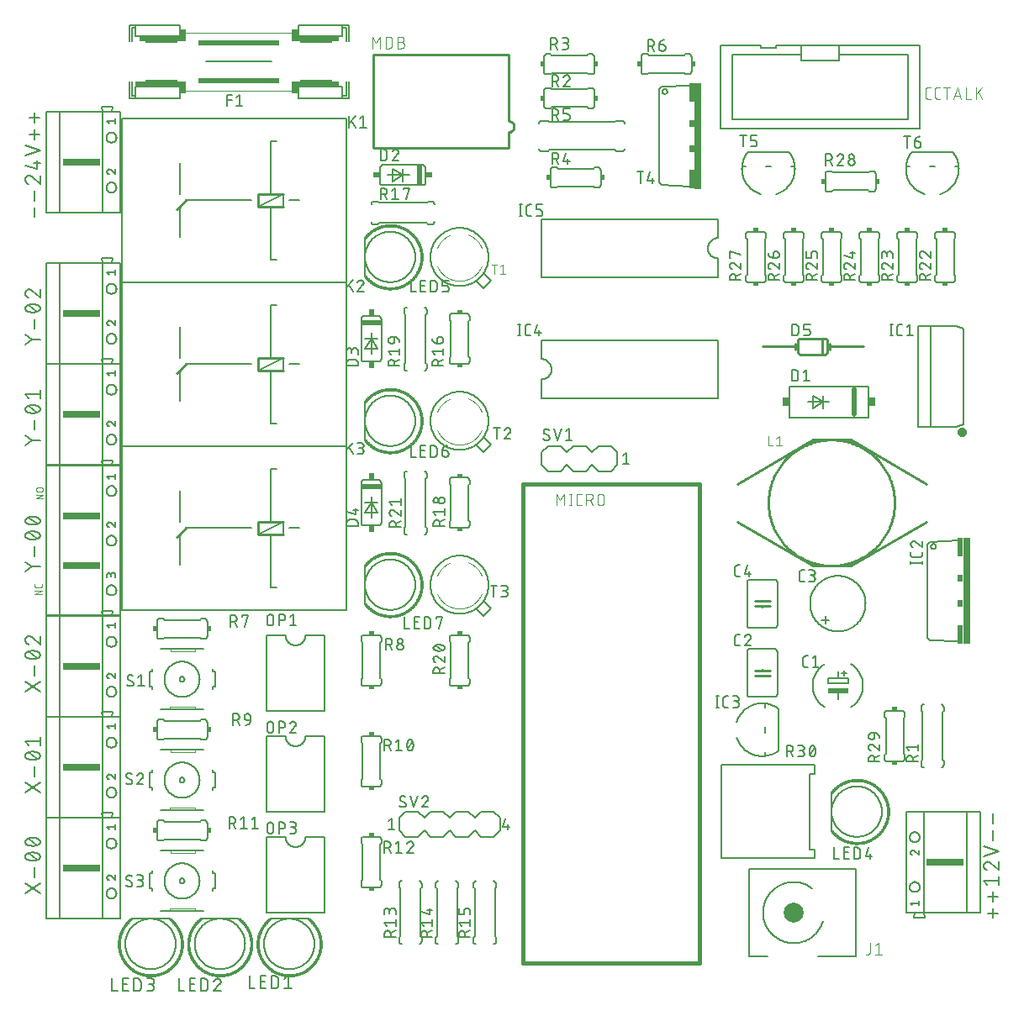
<source format=gbr>
G04 EAGLE Gerber X2 export*
%TF.Part,Single*%
%TF.FileFunction,Legend,Top,1*%
%TF.FilePolarity,Positive*%
%TF.GenerationSoftware,Autodesk,EAGLE,8.6.3*%
%TF.CreationDate,2019-08-20T17:14:27Z*%
G75*
%MOMM*%
%FSLAX34Y34*%
%LPD*%
%AMOC8*
5,1,8,0,0,1.08239X$1,22.5*%
G01*
%ADD10C,0.050800*%
%ADD11C,0.152400*%
%ADD12C,0.127000*%
%ADD13C,0.254000*%
%ADD14R,2.032000X0.508000*%
%ADD15R,0.508000X2.032000*%
%ADD16R,0.635000X0.508000*%
%ADD17R,0.635000X0.850000*%
%ADD18C,0.508000*%
%ADD19R,0.635000X1.143000*%
%ADD20R,4.445000X0.508000*%
%ADD21R,8.128000X0.508000*%
%ADD22R,3.175000X0.127000*%
%ADD23R,4.064000X0.508000*%
%ADD24C,0.812800*%
%ADD25R,0.762000X10.668000*%
%ADD26R,0.508000X1.905000*%
%ADD27R,0.508000X0.762000*%
%ADD28C,0.076200*%
%ADD29C,0.203200*%
%ADD30C,0.025400*%
%ADD31C,0.406400*%
%ADD32C,0.101600*%
%ADD33R,0.508000X0.381000*%
%ADD34R,0.381000X0.508000*%
%ADD35C,2.000600*%
%ADD36R,3.810000X0.762000*%
%ADD37C,0.177800*%
%ADD38R,0.508000X0.635000*%


D10*
X25146Y505714D02*
X18034Y505714D01*
X25146Y509665D01*
X18034Y509665D01*
X20010Y512801D02*
X23170Y512801D01*
X20010Y512800D02*
X19923Y512802D01*
X19835Y512808D01*
X19748Y512817D01*
X19662Y512831D01*
X19576Y512848D01*
X19492Y512869D01*
X19408Y512894D01*
X19325Y512923D01*
X19244Y512955D01*
X19164Y512990D01*
X19086Y513029D01*
X19009Y513072D01*
X18935Y513118D01*
X18863Y513167D01*
X18793Y513219D01*
X18725Y513275D01*
X18660Y513333D01*
X18597Y513394D01*
X18538Y513458D01*
X18481Y513525D01*
X18427Y513593D01*
X18376Y513665D01*
X18329Y513738D01*
X18284Y513813D01*
X18243Y513891D01*
X18206Y513970D01*
X18172Y514050D01*
X18142Y514132D01*
X18115Y514215D01*
X18092Y514300D01*
X18073Y514385D01*
X18058Y514471D01*
X18046Y514558D01*
X18038Y514645D01*
X18034Y514732D01*
X18034Y514820D01*
X18038Y514907D01*
X18046Y514994D01*
X18058Y515081D01*
X18073Y515167D01*
X18092Y515252D01*
X18115Y515337D01*
X18142Y515420D01*
X18172Y515502D01*
X18206Y515582D01*
X18243Y515661D01*
X18284Y515739D01*
X18329Y515814D01*
X18376Y515887D01*
X18427Y515959D01*
X18481Y516027D01*
X18538Y516094D01*
X18597Y516158D01*
X18660Y516219D01*
X18725Y516277D01*
X18793Y516333D01*
X18863Y516385D01*
X18935Y516434D01*
X19009Y516480D01*
X19086Y516523D01*
X19164Y516562D01*
X19244Y516597D01*
X19325Y516629D01*
X19408Y516658D01*
X19492Y516683D01*
X19576Y516704D01*
X19662Y516721D01*
X19748Y516735D01*
X19835Y516744D01*
X19923Y516750D01*
X20010Y516752D01*
X23170Y516752D01*
X23257Y516750D01*
X23345Y516744D01*
X23432Y516735D01*
X23518Y516721D01*
X23604Y516704D01*
X23688Y516683D01*
X23772Y516658D01*
X23855Y516629D01*
X23936Y516597D01*
X24016Y516562D01*
X24094Y516523D01*
X24171Y516480D01*
X24245Y516434D01*
X24317Y516385D01*
X24387Y516333D01*
X24455Y516277D01*
X24520Y516219D01*
X24583Y516158D01*
X24642Y516094D01*
X24699Y516027D01*
X24753Y515959D01*
X24804Y515887D01*
X24851Y515814D01*
X24896Y515739D01*
X24937Y515661D01*
X24974Y515582D01*
X25008Y515502D01*
X25038Y515420D01*
X25065Y515337D01*
X25088Y515252D01*
X25107Y515167D01*
X25122Y515081D01*
X25134Y514994D01*
X25142Y514907D01*
X25146Y514820D01*
X25146Y514732D01*
X25142Y514645D01*
X25134Y514558D01*
X25122Y514471D01*
X25107Y514385D01*
X25088Y514300D01*
X25065Y514215D01*
X25038Y514132D01*
X25008Y514050D01*
X24974Y513970D01*
X24937Y513891D01*
X24896Y513813D01*
X24851Y513738D01*
X24804Y513665D01*
X24753Y513593D01*
X24699Y513525D01*
X24642Y513458D01*
X24583Y513394D01*
X24520Y513333D01*
X24455Y513275D01*
X24387Y513219D01*
X24317Y513167D01*
X24245Y513118D01*
X24171Y513072D01*
X24094Y513029D01*
X24016Y512990D01*
X23936Y512955D01*
X23855Y512923D01*
X23772Y512894D01*
X23688Y512869D01*
X23604Y512848D01*
X23518Y512831D01*
X23432Y512817D01*
X23345Y512808D01*
X23257Y512802D01*
X23170Y512800D01*
X23876Y409194D02*
X16764Y409194D01*
X23876Y413145D01*
X16764Y413145D01*
X23876Y417843D02*
X23876Y419423D01*
X23876Y417843D02*
X23874Y417765D01*
X23868Y417688D01*
X23859Y417611D01*
X23846Y417535D01*
X23829Y417459D01*
X23808Y417384D01*
X23784Y417311D01*
X23756Y417238D01*
X23724Y417167D01*
X23689Y417098D01*
X23651Y417031D01*
X23610Y416965D01*
X23565Y416902D01*
X23517Y416841D01*
X23467Y416782D01*
X23413Y416726D01*
X23357Y416672D01*
X23298Y416622D01*
X23237Y416574D01*
X23174Y416529D01*
X23108Y416488D01*
X23041Y416450D01*
X22972Y416415D01*
X22901Y416383D01*
X22828Y416355D01*
X22755Y416331D01*
X22680Y416310D01*
X22604Y416293D01*
X22528Y416280D01*
X22451Y416271D01*
X22374Y416265D01*
X22296Y416263D01*
X22296Y416262D02*
X18344Y416262D01*
X18266Y416264D01*
X18189Y416270D01*
X18112Y416279D01*
X18036Y416292D01*
X17960Y416309D01*
X17885Y416330D01*
X17811Y416354D01*
X17739Y416382D01*
X17668Y416414D01*
X17599Y416449D01*
X17531Y416487D01*
X17466Y416528D01*
X17402Y416573D01*
X17341Y416621D01*
X17282Y416672D01*
X17226Y416725D01*
X17173Y416781D01*
X17122Y416840D01*
X17074Y416901D01*
X17029Y416965D01*
X16988Y417030D01*
X16950Y417098D01*
X16915Y417167D01*
X16883Y417238D01*
X16855Y417310D01*
X16831Y417384D01*
X16810Y417459D01*
X16793Y417535D01*
X16780Y417611D01*
X16771Y417688D01*
X16765Y417765D01*
X16763Y417843D01*
X16764Y417843D02*
X16764Y419423D01*
D11*
X812800Y383540D02*
X812800Y379730D01*
X812800Y383540D02*
X816610Y383540D01*
X812800Y383540D02*
X812800Y387350D01*
X812800Y383540D02*
X808990Y383540D01*
X797560Y400050D02*
X797568Y400736D01*
X797594Y401421D01*
X797636Y402105D01*
X797695Y402789D01*
X797770Y403470D01*
X797862Y404150D01*
X797971Y404827D01*
X798097Y405501D01*
X798239Y406172D01*
X798397Y406839D01*
X798572Y407502D01*
X798763Y408161D01*
X798970Y408814D01*
X799193Y409463D01*
X799432Y410105D01*
X799687Y410742D01*
X799957Y411372D01*
X800243Y411996D01*
X800543Y412612D01*
X800859Y413221D01*
X801190Y413822D01*
X801535Y414414D01*
X801895Y414998D01*
X802269Y415573D01*
X802657Y416138D01*
X803058Y416694D01*
X803474Y417240D01*
X803902Y417775D01*
X804344Y418300D01*
X804798Y418813D01*
X805265Y419316D01*
X805743Y419807D01*
X806234Y420285D01*
X806737Y420752D01*
X807250Y421206D01*
X807775Y421648D01*
X808310Y422076D01*
X808856Y422492D01*
X809412Y422893D01*
X809977Y423281D01*
X810552Y423655D01*
X811136Y424015D01*
X811728Y424360D01*
X812329Y424691D01*
X812938Y425007D01*
X813554Y425307D01*
X814178Y425593D01*
X814808Y425863D01*
X815445Y426118D01*
X816087Y426357D01*
X816736Y426580D01*
X817389Y426787D01*
X818048Y426978D01*
X818711Y427153D01*
X819378Y427311D01*
X820049Y427453D01*
X820723Y427579D01*
X821400Y427688D01*
X822080Y427780D01*
X822761Y427855D01*
X823445Y427914D01*
X824129Y427956D01*
X824814Y427982D01*
X825500Y427990D01*
X826186Y427982D01*
X826871Y427956D01*
X827555Y427914D01*
X828239Y427855D01*
X828920Y427780D01*
X829600Y427688D01*
X830277Y427579D01*
X830951Y427453D01*
X831622Y427311D01*
X832289Y427153D01*
X832952Y426978D01*
X833611Y426787D01*
X834264Y426580D01*
X834913Y426357D01*
X835555Y426118D01*
X836192Y425863D01*
X836822Y425593D01*
X837446Y425307D01*
X838062Y425007D01*
X838671Y424691D01*
X839272Y424360D01*
X839864Y424015D01*
X840448Y423655D01*
X841023Y423281D01*
X841588Y422893D01*
X842144Y422492D01*
X842690Y422076D01*
X843225Y421648D01*
X843750Y421206D01*
X844263Y420752D01*
X844766Y420285D01*
X845257Y419807D01*
X845735Y419316D01*
X846202Y418813D01*
X846656Y418300D01*
X847098Y417775D01*
X847526Y417240D01*
X847942Y416694D01*
X848343Y416138D01*
X848731Y415573D01*
X849105Y414998D01*
X849465Y414414D01*
X849810Y413822D01*
X850141Y413221D01*
X850457Y412612D01*
X850757Y411996D01*
X851043Y411372D01*
X851313Y410742D01*
X851568Y410105D01*
X851807Y409463D01*
X852030Y408814D01*
X852237Y408161D01*
X852428Y407502D01*
X852603Y406839D01*
X852761Y406172D01*
X852903Y405501D01*
X853029Y404827D01*
X853138Y404150D01*
X853230Y403470D01*
X853305Y402789D01*
X853364Y402105D01*
X853406Y401421D01*
X853432Y400736D01*
X853440Y400050D01*
X853432Y399364D01*
X853406Y398679D01*
X853364Y397995D01*
X853305Y397311D01*
X853230Y396630D01*
X853138Y395950D01*
X853029Y395273D01*
X852903Y394599D01*
X852761Y393928D01*
X852603Y393261D01*
X852428Y392598D01*
X852237Y391939D01*
X852030Y391286D01*
X851807Y390637D01*
X851568Y389995D01*
X851313Y389358D01*
X851043Y388728D01*
X850757Y388104D01*
X850457Y387488D01*
X850141Y386879D01*
X849810Y386278D01*
X849465Y385686D01*
X849105Y385102D01*
X848731Y384527D01*
X848343Y383962D01*
X847942Y383406D01*
X847526Y382860D01*
X847098Y382325D01*
X846656Y381800D01*
X846202Y381287D01*
X845735Y380784D01*
X845257Y380293D01*
X844766Y379815D01*
X844263Y379348D01*
X843750Y378894D01*
X843225Y378452D01*
X842690Y378024D01*
X842144Y377608D01*
X841588Y377207D01*
X841023Y376819D01*
X840448Y376445D01*
X839864Y376085D01*
X839272Y375740D01*
X838671Y375409D01*
X838062Y375093D01*
X837446Y374793D01*
X836822Y374507D01*
X836192Y374237D01*
X835555Y373982D01*
X834913Y373743D01*
X834264Y373520D01*
X833611Y373313D01*
X832952Y373122D01*
X832289Y372947D01*
X831622Y372789D01*
X830951Y372647D01*
X830277Y372521D01*
X829600Y372412D01*
X828920Y372320D01*
X828239Y372245D01*
X827555Y372186D01*
X826871Y372144D01*
X826186Y372118D01*
X825500Y372110D01*
X824814Y372118D01*
X824129Y372144D01*
X823445Y372186D01*
X822761Y372245D01*
X822080Y372320D01*
X821400Y372412D01*
X820723Y372521D01*
X820049Y372647D01*
X819378Y372789D01*
X818711Y372947D01*
X818048Y373122D01*
X817389Y373313D01*
X816736Y373520D01*
X816087Y373743D01*
X815445Y373982D01*
X814808Y374237D01*
X814178Y374507D01*
X813554Y374793D01*
X812938Y375093D01*
X812329Y375409D01*
X811728Y375740D01*
X811136Y376085D01*
X810552Y376445D01*
X809977Y376819D01*
X809412Y377207D01*
X808856Y377608D01*
X808310Y378024D01*
X807775Y378452D01*
X807250Y378894D01*
X806737Y379348D01*
X806234Y379815D01*
X805743Y380293D01*
X805265Y380784D01*
X804798Y381287D01*
X804344Y381800D01*
X803902Y382325D01*
X803474Y382860D01*
X803058Y383406D01*
X802657Y383962D01*
X802269Y384527D01*
X801895Y385102D01*
X801535Y385686D01*
X801190Y386278D01*
X800859Y386879D01*
X800543Y387488D01*
X800243Y388104D01*
X799957Y388728D01*
X799687Y389358D01*
X799432Y389995D01*
X799193Y390637D01*
X798970Y391286D01*
X798763Y391939D01*
X798572Y392598D01*
X798397Y393261D01*
X798239Y393928D01*
X798097Y394599D01*
X797971Y395273D01*
X797862Y395950D01*
X797770Y396630D01*
X797695Y397311D01*
X797636Y397995D01*
X797594Y398679D01*
X797568Y399364D01*
X797560Y400050D01*
D12*
X791845Y422275D02*
X789305Y422275D01*
X789205Y422277D01*
X789106Y422283D01*
X789006Y422293D01*
X788908Y422306D01*
X788809Y422324D01*
X788712Y422345D01*
X788616Y422370D01*
X788520Y422399D01*
X788426Y422432D01*
X788333Y422468D01*
X788242Y422508D01*
X788152Y422552D01*
X788064Y422599D01*
X787978Y422649D01*
X787894Y422703D01*
X787812Y422760D01*
X787733Y422820D01*
X787655Y422884D01*
X787581Y422950D01*
X787509Y423019D01*
X787440Y423091D01*
X787374Y423165D01*
X787310Y423243D01*
X787250Y423322D01*
X787193Y423404D01*
X787139Y423488D01*
X787089Y423574D01*
X787042Y423662D01*
X786998Y423752D01*
X786958Y423843D01*
X786922Y423936D01*
X786889Y424030D01*
X786860Y424126D01*
X786835Y424222D01*
X786814Y424319D01*
X786796Y424418D01*
X786783Y424516D01*
X786773Y424616D01*
X786767Y424715D01*
X786765Y424815D01*
X786765Y431165D01*
X786767Y431265D01*
X786773Y431364D01*
X786783Y431464D01*
X786796Y431562D01*
X786814Y431661D01*
X786835Y431758D01*
X786860Y431854D01*
X786889Y431950D01*
X786922Y432044D01*
X786958Y432137D01*
X786998Y432228D01*
X787042Y432318D01*
X787089Y432406D01*
X787139Y432492D01*
X787193Y432576D01*
X787250Y432658D01*
X787310Y432737D01*
X787374Y432815D01*
X787440Y432889D01*
X787509Y432961D01*
X787581Y433030D01*
X787655Y433096D01*
X787733Y433160D01*
X787812Y433220D01*
X787894Y433277D01*
X787978Y433331D01*
X788064Y433381D01*
X788152Y433428D01*
X788242Y433472D01*
X788333Y433512D01*
X788426Y433548D01*
X788520Y433581D01*
X788616Y433610D01*
X788712Y433635D01*
X788809Y433656D01*
X788908Y433674D01*
X789006Y433687D01*
X789106Y433697D01*
X789205Y433703D01*
X789305Y433705D01*
X791845Y433705D01*
X796327Y422275D02*
X799502Y422275D01*
X799613Y422277D01*
X799723Y422283D01*
X799834Y422292D01*
X799944Y422306D01*
X800053Y422323D01*
X800162Y422344D01*
X800270Y422369D01*
X800377Y422398D01*
X800483Y422430D01*
X800588Y422466D01*
X800691Y422506D01*
X800793Y422549D01*
X800894Y422596D01*
X800993Y422647D01*
X801090Y422700D01*
X801184Y422757D01*
X801277Y422818D01*
X801368Y422881D01*
X801457Y422948D01*
X801543Y423018D01*
X801626Y423091D01*
X801708Y423166D01*
X801786Y423244D01*
X801861Y423326D01*
X801934Y423409D01*
X802004Y423495D01*
X802071Y423584D01*
X802134Y423675D01*
X802195Y423768D01*
X802252Y423862D01*
X802305Y423959D01*
X802356Y424058D01*
X802403Y424159D01*
X802446Y424261D01*
X802486Y424364D01*
X802522Y424469D01*
X802554Y424575D01*
X802583Y424682D01*
X802608Y424790D01*
X802629Y424899D01*
X802646Y425008D01*
X802660Y425118D01*
X802669Y425229D01*
X802675Y425339D01*
X802677Y425450D01*
X802675Y425561D01*
X802669Y425671D01*
X802660Y425782D01*
X802646Y425892D01*
X802629Y426001D01*
X802608Y426110D01*
X802583Y426218D01*
X802554Y426325D01*
X802522Y426431D01*
X802486Y426536D01*
X802446Y426639D01*
X802403Y426741D01*
X802356Y426842D01*
X802305Y426941D01*
X802252Y427037D01*
X802195Y427132D01*
X802134Y427225D01*
X802071Y427316D01*
X802004Y427405D01*
X801934Y427491D01*
X801861Y427574D01*
X801786Y427656D01*
X801708Y427734D01*
X801626Y427809D01*
X801543Y427882D01*
X801457Y427952D01*
X801368Y428019D01*
X801277Y428082D01*
X801184Y428143D01*
X801090Y428200D01*
X800993Y428253D01*
X800894Y428304D01*
X800793Y428351D01*
X800691Y428394D01*
X800588Y428434D01*
X800483Y428470D01*
X800377Y428502D01*
X800270Y428531D01*
X800162Y428556D01*
X800053Y428577D01*
X799944Y428594D01*
X799834Y428608D01*
X799723Y428617D01*
X799613Y428623D01*
X799502Y428625D01*
X800137Y433705D02*
X796327Y433705D01*
X800137Y433705D02*
X800237Y433703D01*
X800336Y433697D01*
X800436Y433687D01*
X800534Y433674D01*
X800633Y433656D01*
X800730Y433635D01*
X800826Y433610D01*
X800922Y433581D01*
X801016Y433548D01*
X801109Y433512D01*
X801200Y433472D01*
X801290Y433428D01*
X801378Y433381D01*
X801464Y433331D01*
X801548Y433277D01*
X801630Y433220D01*
X801709Y433160D01*
X801787Y433096D01*
X801861Y433030D01*
X801933Y432961D01*
X802002Y432889D01*
X802068Y432815D01*
X802132Y432737D01*
X802192Y432658D01*
X802249Y432576D01*
X802303Y432492D01*
X802353Y432406D01*
X802400Y432318D01*
X802444Y432228D01*
X802484Y432137D01*
X802520Y432044D01*
X802553Y431950D01*
X802582Y431854D01*
X802607Y431758D01*
X802628Y431661D01*
X802646Y431562D01*
X802659Y431464D01*
X802669Y431364D01*
X802675Y431265D01*
X802677Y431165D01*
X802675Y431065D01*
X802669Y430966D01*
X802659Y430866D01*
X802646Y430768D01*
X802628Y430669D01*
X802607Y430572D01*
X802582Y430476D01*
X802553Y430380D01*
X802520Y430286D01*
X802484Y430193D01*
X802444Y430102D01*
X802400Y430012D01*
X802353Y429924D01*
X802303Y429838D01*
X802249Y429754D01*
X802192Y429672D01*
X802132Y429593D01*
X802068Y429515D01*
X802002Y429441D01*
X801933Y429369D01*
X801861Y429300D01*
X801787Y429234D01*
X801709Y429170D01*
X801630Y429110D01*
X801548Y429053D01*
X801464Y428999D01*
X801378Y428949D01*
X801290Y428902D01*
X801200Y428858D01*
X801109Y428818D01*
X801016Y428782D01*
X800922Y428749D01*
X800826Y428720D01*
X800730Y428695D01*
X800633Y428674D01*
X800534Y428656D01*
X800436Y428643D01*
X800336Y428633D01*
X800237Y428627D01*
X800137Y428625D01*
X797597Y428625D01*
D11*
X764540Y421640D02*
X764540Y378460D01*
X734060Y378460D02*
X734060Y421640D01*
X736600Y375920D02*
X762000Y375920D01*
X762000Y424180D02*
X736600Y424180D01*
X764540Y378460D02*
X764538Y378360D01*
X764532Y378261D01*
X764522Y378161D01*
X764509Y378063D01*
X764491Y377964D01*
X764470Y377867D01*
X764445Y377771D01*
X764416Y377675D01*
X764383Y377581D01*
X764347Y377488D01*
X764307Y377397D01*
X764263Y377307D01*
X764216Y377219D01*
X764166Y377133D01*
X764112Y377049D01*
X764055Y376967D01*
X763995Y376888D01*
X763931Y376810D01*
X763865Y376736D01*
X763796Y376664D01*
X763724Y376595D01*
X763650Y376529D01*
X763572Y376465D01*
X763493Y376405D01*
X763411Y376348D01*
X763327Y376294D01*
X763241Y376244D01*
X763153Y376197D01*
X763063Y376153D01*
X762972Y376113D01*
X762879Y376077D01*
X762785Y376044D01*
X762689Y376015D01*
X762593Y375990D01*
X762496Y375969D01*
X762397Y375951D01*
X762299Y375938D01*
X762199Y375928D01*
X762100Y375922D01*
X762000Y375920D01*
X764540Y421640D02*
X764538Y421740D01*
X764532Y421839D01*
X764522Y421939D01*
X764509Y422037D01*
X764491Y422136D01*
X764470Y422233D01*
X764445Y422329D01*
X764416Y422425D01*
X764383Y422519D01*
X764347Y422612D01*
X764307Y422703D01*
X764263Y422793D01*
X764216Y422881D01*
X764166Y422967D01*
X764112Y423051D01*
X764055Y423133D01*
X763995Y423212D01*
X763931Y423290D01*
X763865Y423364D01*
X763796Y423436D01*
X763724Y423505D01*
X763650Y423571D01*
X763572Y423635D01*
X763493Y423695D01*
X763411Y423752D01*
X763327Y423806D01*
X763241Y423856D01*
X763153Y423903D01*
X763063Y423947D01*
X762972Y423987D01*
X762879Y424023D01*
X762785Y424056D01*
X762689Y424085D01*
X762593Y424110D01*
X762496Y424131D01*
X762397Y424149D01*
X762299Y424162D01*
X762199Y424172D01*
X762100Y424178D01*
X762000Y424180D01*
X734060Y378460D02*
X734062Y378360D01*
X734068Y378261D01*
X734078Y378161D01*
X734091Y378063D01*
X734109Y377964D01*
X734130Y377867D01*
X734155Y377771D01*
X734184Y377675D01*
X734217Y377581D01*
X734253Y377488D01*
X734293Y377397D01*
X734337Y377307D01*
X734384Y377219D01*
X734434Y377133D01*
X734488Y377049D01*
X734545Y376967D01*
X734605Y376888D01*
X734669Y376810D01*
X734735Y376736D01*
X734804Y376664D01*
X734876Y376595D01*
X734950Y376529D01*
X735028Y376465D01*
X735107Y376405D01*
X735189Y376348D01*
X735273Y376294D01*
X735359Y376244D01*
X735447Y376197D01*
X735537Y376153D01*
X735628Y376113D01*
X735721Y376077D01*
X735815Y376044D01*
X735911Y376015D01*
X736007Y375990D01*
X736104Y375969D01*
X736203Y375951D01*
X736301Y375938D01*
X736401Y375928D01*
X736500Y375922D01*
X736600Y375920D01*
X734060Y421640D02*
X734062Y421740D01*
X734068Y421839D01*
X734078Y421939D01*
X734091Y422037D01*
X734109Y422136D01*
X734130Y422233D01*
X734155Y422329D01*
X734184Y422425D01*
X734217Y422519D01*
X734253Y422612D01*
X734293Y422703D01*
X734337Y422793D01*
X734384Y422881D01*
X734434Y422967D01*
X734488Y423051D01*
X734545Y423133D01*
X734605Y423212D01*
X734669Y423290D01*
X734735Y423364D01*
X734804Y423436D01*
X734876Y423505D01*
X734950Y423571D01*
X735028Y423635D01*
X735107Y423695D01*
X735189Y423752D01*
X735273Y423806D01*
X735359Y423856D01*
X735447Y423903D01*
X735537Y423947D01*
X735628Y423987D01*
X735721Y424023D01*
X735815Y424056D01*
X735911Y424085D01*
X736007Y424110D01*
X736104Y424131D01*
X736203Y424149D01*
X736301Y424162D01*
X736401Y424172D01*
X736500Y424178D01*
X736600Y424180D01*
X749300Y397510D02*
X749300Y396240D01*
D13*
X749300Y397510D02*
X756920Y397510D01*
X749300Y397510D02*
X741680Y397510D01*
X749300Y402590D02*
X756920Y402590D01*
X749300Y402590D02*
X741680Y402590D01*
D11*
X749300Y402590D02*
X749300Y403860D01*
D12*
X727075Y427355D02*
X724535Y427355D01*
X724435Y427357D01*
X724336Y427363D01*
X724236Y427373D01*
X724138Y427386D01*
X724039Y427404D01*
X723942Y427425D01*
X723846Y427450D01*
X723750Y427479D01*
X723656Y427512D01*
X723563Y427548D01*
X723472Y427588D01*
X723382Y427632D01*
X723294Y427679D01*
X723208Y427729D01*
X723124Y427783D01*
X723042Y427840D01*
X722963Y427900D01*
X722885Y427964D01*
X722811Y428030D01*
X722739Y428099D01*
X722670Y428171D01*
X722604Y428245D01*
X722540Y428323D01*
X722480Y428402D01*
X722423Y428484D01*
X722369Y428568D01*
X722319Y428654D01*
X722272Y428742D01*
X722228Y428832D01*
X722188Y428923D01*
X722152Y429016D01*
X722119Y429110D01*
X722090Y429206D01*
X722065Y429302D01*
X722044Y429399D01*
X722026Y429498D01*
X722013Y429596D01*
X722003Y429696D01*
X721997Y429795D01*
X721995Y429895D01*
X721995Y436245D01*
X721997Y436345D01*
X722003Y436444D01*
X722013Y436544D01*
X722026Y436642D01*
X722044Y436741D01*
X722065Y436838D01*
X722090Y436934D01*
X722119Y437030D01*
X722152Y437124D01*
X722188Y437217D01*
X722228Y437308D01*
X722272Y437398D01*
X722319Y437486D01*
X722369Y437572D01*
X722423Y437656D01*
X722480Y437738D01*
X722540Y437817D01*
X722604Y437895D01*
X722670Y437969D01*
X722739Y438041D01*
X722811Y438110D01*
X722885Y438176D01*
X722963Y438240D01*
X723042Y438300D01*
X723124Y438357D01*
X723208Y438411D01*
X723294Y438461D01*
X723382Y438508D01*
X723472Y438552D01*
X723563Y438592D01*
X723656Y438628D01*
X723750Y438661D01*
X723846Y438690D01*
X723942Y438715D01*
X724039Y438736D01*
X724138Y438754D01*
X724236Y438767D01*
X724336Y438777D01*
X724435Y438783D01*
X724535Y438785D01*
X727075Y438785D01*
X734097Y438785D02*
X731557Y429895D01*
X737907Y429895D01*
X736002Y432435D02*
X736002Y427355D01*
D11*
X764540Y351790D02*
X764540Y308610D01*
X734060Y308610D02*
X734060Y351790D01*
X736600Y306070D02*
X762000Y306070D01*
X762000Y354330D02*
X736600Y354330D01*
X764540Y308610D02*
X764538Y308510D01*
X764532Y308411D01*
X764522Y308311D01*
X764509Y308213D01*
X764491Y308114D01*
X764470Y308017D01*
X764445Y307921D01*
X764416Y307825D01*
X764383Y307731D01*
X764347Y307638D01*
X764307Y307547D01*
X764263Y307457D01*
X764216Y307369D01*
X764166Y307283D01*
X764112Y307199D01*
X764055Y307117D01*
X763995Y307038D01*
X763931Y306960D01*
X763865Y306886D01*
X763796Y306814D01*
X763724Y306745D01*
X763650Y306679D01*
X763572Y306615D01*
X763493Y306555D01*
X763411Y306498D01*
X763327Y306444D01*
X763241Y306394D01*
X763153Y306347D01*
X763063Y306303D01*
X762972Y306263D01*
X762879Y306227D01*
X762785Y306194D01*
X762689Y306165D01*
X762593Y306140D01*
X762496Y306119D01*
X762397Y306101D01*
X762299Y306088D01*
X762199Y306078D01*
X762100Y306072D01*
X762000Y306070D01*
X764540Y351790D02*
X764538Y351890D01*
X764532Y351989D01*
X764522Y352089D01*
X764509Y352187D01*
X764491Y352286D01*
X764470Y352383D01*
X764445Y352479D01*
X764416Y352575D01*
X764383Y352669D01*
X764347Y352762D01*
X764307Y352853D01*
X764263Y352943D01*
X764216Y353031D01*
X764166Y353117D01*
X764112Y353201D01*
X764055Y353283D01*
X763995Y353362D01*
X763931Y353440D01*
X763865Y353514D01*
X763796Y353586D01*
X763724Y353655D01*
X763650Y353721D01*
X763572Y353785D01*
X763493Y353845D01*
X763411Y353902D01*
X763327Y353956D01*
X763241Y354006D01*
X763153Y354053D01*
X763063Y354097D01*
X762972Y354137D01*
X762879Y354173D01*
X762785Y354206D01*
X762689Y354235D01*
X762593Y354260D01*
X762496Y354281D01*
X762397Y354299D01*
X762299Y354312D01*
X762199Y354322D01*
X762100Y354328D01*
X762000Y354330D01*
X734060Y308610D02*
X734062Y308510D01*
X734068Y308411D01*
X734078Y308311D01*
X734091Y308213D01*
X734109Y308114D01*
X734130Y308017D01*
X734155Y307921D01*
X734184Y307825D01*
X734217Y307731D01*
X734253Y307638D01*
X734293Y307547D01*
X734337Y307457D01*
X734384Y307369D01*
X734434Y307283D01*
X734488Y307199D01*
X734545Y307117D01*
X734605Y307038D01*
X734669Y306960D01*
X734735Y306886D01*
X734804Y306814D01*
X734876Y306745D01*
X734950Y306679D01*
X735028Y306615D01*
X735107Y306555D01*
X735189Y306498D01*
X735273Y306444D01*
X735359Y306394D01*
X735447Y306347D01*
X735537Y306303D01*
X735628Y306263D01*
X735721Y306227D01*
X735815Y306194D01*
X735911Y306165D01*
X736007Y306140D01*
X736104Y306119D01*
X736203Y306101D01*
X736301Y306088D01*
X736401Y306078D01*
X736500Y306072D01*
X736600Y306070D01*
X734060Y351790D02*
X734062Y351890D01*
X734068Y351989D01*
X734078Y352089D01*
X734091Y352187D01*
X734109Y352286D01*
X734130Y352383D01*
X734155Y352479D01*
X734184Y352575D01*
X734217Y352669D01*
X734253Y352762D01*
X734293Y352853D01*
X734337Y352943D01*
X734384Y353031D01*
X734434Y353117D01*
X734488Y353201D01*
X734545Y353283D01*
X734605Y353362D01*
X734669Y353440D01*
X734735Y353514D01*
X734804Y353586D01*
X734876Y353655D01*
X734950Y353721D01*
X735028Y353785D01*
X735107Y353845D01*
X735189Y353902D01*
X735273Y353956D01*
X735359Y354006D01*
X735447Y354053D01*
X735537Y354097D01*
X735628Y354137D01*
X735721Y354173D01*
X735815Y354206D01*
X735911Y354235D01*
X736007Y354260D01*
X736104Y354281D01*
X736203Y354299D01*
X736301Y354312D01*
X736401Y354322D01*
X736500Y354328D01*
X736600Y354330D01*
X749300Y327660D02*
X749300Y326390D01*
D13*
X749300Y327660D02*
X756920Y327660D01*
X749300Y327660D02*
X741680Y327660D01*
X749300Y332740D02*
X756920Y332740D01*
X749300Y332740D02*
X741680Y332740D01*
D11*
X749300Y332740D02*
X749300Y334010D01*
D12*
X727075Y357505D02*
X724535Y357505D01*
X724435Y357507D01*
X724336Y357513D01*
X724236Y357523D01*
X724138Y357536D01*
X724039Y357554D01*
X723942Y357575D01*
X723846Y357600D01*
X723750Y357629D01*
X723656Y357662D01*
X723563Y357698D01*
X723472Y357738D01*
X723382Y357782D01*
X723294Y357829D01*
X723208Y357879D01*
X723124Y357933D01*
X723042Y357990D01*
X722963Y358050D01*
X722885Y358114D01*
X722811Y358180D01*
X722739Y358249D01*
X722670Y358321D01*
X722604Y358395D01*
X722540Y358473D01*
X722480Y358552D01*
X722423Y358634D01*
X722369Y358718D01*
X722319Y358804D01*
X722272Y358892D01*
X722228Y358982D01*
X722188Y359073D01*
X722152Y359166D01*
X722119Y359260D01*
X722090Y359356D01*
X722065Y359452D01*
X722044Y359549D01*
X722026Y359648D01*
X722013Y359746D01*
X722003Y359846D01*
X721997Y359945D01*
X721995Y360045D01*
X721995Y366395D01*
X721997Y366495D01*
X722003Y366594D01*
X722013Y366694D01*
X722026Y366792D01*
X722044Y366891D01*
X722065Y366988D01*
X722090Y367084D01*
X722119Y367180D01*
X722152Y367274D01*
X722188Y367367D01*
X722228Y367458D01*
X722272Y367548D01*
X722319Y367636D01*
X722369Y367722D01*
X722423Y367806D01*
X722480Y367888D01*
X722540Y367967D01*
X722604Y368045D01*
X722670Y368119D01*
X722739Y368191D01*
X722811Y368260D01*
X722885Y368326D01*
X722963Y368390D01*
X723042Y368450D01*
X723124Y368507D01*
X723208Y368561D01*
X723294Y368611D01*
X723382Y368658D01*
X723472Y368702D01*
X723563Y368742D01*
X723656Y368778D01*
X723750Y368811D01*
X723846Y368840D01*
X723942Y368865D01*
X724039Y368886D01*
X724138Y368904D01*
X724236Y368917D01*
X724336Y368927D01*
X724435Y368933D01*
X724535Y368935D01*
X727075Y368935D01*
X735050Y368936D02*
X735154Y368934D01*
X735259Y368928D01*
X735363Y368919D01*
X735466Y368906D01*
X735569Y368888D01*
X735671Y368868D01*
X735773Y368843D01*
X735873Y368815D01*
X735973Y368783D01*
X736071Y368747D01*
X736168Y368708D01*
X736263Y368666D01*
X736357Y368620D01*
X736449Y368570D01*
X736539Y368518D01*
X736627Y368462D01*
X736713Y368402D01*
X736797Y368340D01*
X736878Y368275D01*
X736957Y368207D01*
X737034Y368135D01*
X737107Y368062D01*
X737179Y367985D01*
X737247Y367906D01*
X737312Y367825D01*
X737374Y367741D01*
X737434Y367655D01*
X737490Y367567D01*
X737542Y367477D01*
X737592Y367385D01*
X737638Y367291D01*
X737680Y367196D01*
X737719Y367099D01*
X737755Y367001D01*
X737787Y366901D01*
X737815Y366801D01*
X737840Y366699D01*
X737860Y366597D01*
X737878Y366494D01*
X737891Y366391D01*
X737900Y366287D01*
X737906Y366182D01*
X737908Y366078D01*
X735050Y368935D02*
X734932Y368933D01*
X734813Y368927D01*
X734695Y368918D01*
X734578Y368905D01*
X734461Y368887D01*
X734344Y368867D01*
X734228Y368842D01*
X734113Y368814D01*
X734000Y368781D01*
X733887Y368746D01*
X733775Y368706D01*
X733665Y368664D01*
X733556Y368617D01*
X733448Y368567D01*
X733343Y368514D01*
X733239Y368457D01*
X733137Y368397D01*
X733037Y368334D01*
X732939Y368267D01*
X732843Y368198D01*
X732750Y368125D01*
X732659Y368049D01*
X732570Y367971D01*
X732484Y367889D01*
X732401Y367805D01*
X732320Y367719D01*
X732243Y367629D01*
X732168Y367538D01*
X732096Y367444D01*
X732027Y367347D01*
X731962Y367249D01*
X731899Y367148D01*
X731840Y367045D01*
X731784Y366941D01*
X731732Y366835D01*
X731683Y366727D01*
X731638Y366618D01*
X731596Y366507D01*
X731558Y366395D01*
X736955Y363856D02*
X737031Y363931D01*
X737106Y364010D01*
X737177Y364091D01*
X737246Y364175D01*
X737311Y364261D01*
X737373Y364349D01*
X737433Y364439D01*
X737489Y364531D01*
X737542Y364626D01*
X737591Y364722D01*
X737637Y364820D01*
X737680Y364919D01*
X737719Y365020D01*
X737754Y365122D01*
X737786Y365225D01*
X737814Y365329D01*
X737839Y365434D01*
X737860Y365541D01*
X737877Y365647D01*
X737890Y365754D01*
X737899Y365862D01*
X737905Y365970D01*
X737907Y366078D01*
X736955Y363855D02*
X731557Y357505D01*
X737907Y357505D01*
D11*
X838932Y339057D02*
X839454Y338722D01*
X839968Y338375D01*
X840474Y338016D01*
X840970Y337644D01*
X841458Y337260D01*
X841936Y336864D01*
X842404Y336457D01*
X842861Y336039D01*
X843309Y335609D01*
X843746Y335169D01*
X844172Y334718D01*
X844587Y334257D01*
X844990Y333786D01*
X845382Y333305D01*
X845762Y332815D01*
X846130Y332315D01*
X846486Y331807D01*
X846829Y331290D01*
X847160Y330765D01*
X847477Y330233D01*
X847781Y329692D01*
X848073Y329144D01*
X848350Y328590D01*
X848614Y328028D01*
X848864Y327461D01*
X849101Y326887D01*
X849323Y326308D01*
X849531Y325724D01*
X849725Y325134D01*
X849904Y324540D01*
X850068Y323942D01*
X850218Y323340D01*
X850354Y322735D01*
X850474Y322126D01*
X850580Y321515D01*
X850670Y320902D01*
X850746Y320286D01*
X850806Y319669D01*
X850852Y319050D01*
X850882Y318430D01*
X850897Y317810D01*
X850897Y317190D01*
X850882Y316570D01*
X850852Y315950D01*
X850806Y315331D01*
X850746Y314714D01*
X850670Y314098D01*
X850580Y313485D01*
X850474Y312874D01*
X850354Y312265D01*
X850218Y311660D01*
X850068Y311058D01*
X849904Y310460D01*
X849725Y309866D01*
X849531Y309276D01*
X849323Y308692D01*
X849101Y308113D01*
X848864Y307539D01*
X848614Y306972D01*
X848350Y306410D01*
X848073Y305856D01*
X847781Y305308D01*
X847477Y304767D01*
X847160Y304235D01*
X846829Y303710D01*
X846486Y303193D01*
X846130Y302685D01*
X845762Y302185D01*
X845382Y301695D01*
X844990Y301214D01*
X844587Y300743D01*
X844172Y300282D01*
X843746Y299831D01*
X843309Y299391D01*
X842861Y298961D01*
X842404Y298543D01*
X841936Y298136D01*
X841458Y297740D01*
X840970Y297356D01*
X840474Y296984D01*
X839968Y296625D01*
X839454Y296278D01*
X838932Y295943D01*
X812068Y295943D02*
X811546Y296278D01*
X811032Y296625D01*
X810526Y296984D01*
X810030Y297356D01*
X809542Y297740D01*
X809064Y298136D01*
X808596Y298543D01*
X808139Y298961D01*
X807691Y299391D01*
X807254Y299831D01*
X806828Y300282D01*
X806413Y300743D01*
X806010Y301214D01*
X805618Y301695D01*
X805238Y302185D01*
X804870Y302685D01*
X804514Y303193D01*
X804171Y303710D01*
X803840Y304235D01*
X803523Y304767D01*
X803219Y305308D01*
X802927Y305856D01*
X802650Y306410D01*
X802386Y306972D01*
X802136Y307539D01*
X801899Y308113D01*
X801677Y308692D01*
X801469Y309276D01*
X801275Y309866D01*
X801096Y310460D01*
X800932Y311058D01*
X800782Y311660D01*
X800646Y312265D01*
X800526Y312874D01*
X800420Y313485D01*
X800330Y314098D01*
X800254Y314714D01*
X800194Y315331D01*
X800148Y315950D01*
X800118Y316570D01*
X800103Y317190D01*
X800103Y317810D01*
X800118Y318430D01*
X800148Y319050D01*
X800194Y319669D01*
X800254Y320286D01*
X800330Y320902D01*
X800420Y321515D01*
X800526Y322126D01*
X800646Y322735D01*
X800782Y323340D01*
X800932Y323942D01*
X801096Y324540D01*
X801275Y325134D01*
X801469Y325724D01*
X801677Y326308D01*
X801899Y326887D01*
X802136Y327461D01*
X802386Y328028D01*
X802650Y328590D01*
X802927Y329144D01*
X803219Y329692D01*
X803523Y330233D01*
X803840Y330765D01*
X804171Y331290D01*
X804514Y331807D01*
X804870Y332315D01*
X805238Y332815D01*
X805618Y333305D01*
X806010Y333786D01*
X806413Y334257D01*
X806828Y334718D01*
X807254Y335169D01*
X807691Y335609D01*
X808139Y336039D01*
X808596Y336457D01*
X809064Y336864D01*
X809542Y337260D01*
X810030Y337644D01*
X810526Y338016D01*
X811032Y338375D01*
X811546Y338722D01*
X812068Y339057D01*
X825500Y331470D02*
X825500Y325120D01*
X815340Y325120D01*
X815340Y320040D01*
X835660Y320040D01*
X835660Y325120D01*
X825500Y325120D01*
X825500Y311150D02*
X825500Y303530D01*
X831850Y327660D02*
X831850Y332740D01*
X829310Y330200D02*
X834390Y330200D01*
D14*
X825500Y312420D03*
D12*
X795655Y335915D02*
X793115Y335915D01*
X793015Y335917D01*
X792916Y335923D01*
X792816Y335933D01*
X792718Y335946D01*
X792619Y335964D01*
X792522Y335985D01*
X792426Y336010D01*
X792330Y336039D01*
X792236Y336072D01*
X792143Y336108D01*
X792052Y336148D01*
X791962Y336192D01*
X791874Y336239D01*
X791788Y336289D01*
X791704Y336343D01*
X791622Y336400D01*
X791543Y336460D01*
X791465Y336524D01*
X791391Y336590D01*
X791319Y336659D01*
X791250Y336731D01*
X791184Y336805D01*
X791120Y336883D01*
X791060Y336962D01*
X791003Y337044D01*
X790949Y337128D01*
X790899Y337214D01*
X790852Y337302D01*
X790808Y337392D01*
X790768Y337483D01*
X790732Y337576D01*
X790699Y337670D01*
X790670Y337766D01*
X790645Y337862D01*
X790624Y337959D01*
X790606Y338058D01*
X790593Y338156D01*
X790583Y338256D01*
X790577Y338355D01*
X790575Y338455D01*
X790575Y344805D01*
X790577Y344905D01*
X790583Y345004D01*
X790593Y345104D01*
X790606Y345202D01*
X790624Y345301D01*
X790645Y345398D01*
X790670Y345494D01*
X790699Y345590D01*
X790732Y345684D01*
X790768Y345777D01*
X790808Y345868D01*
X790852Y345958D01*
X790899Y346046D01*
X790949Y346132D01*
X791003Y346216D01*
X791060Y346298D01*
X791120Y346377D01*
X791184Y346455D01*
X791250Y346529D01*
X791319Y346601D01*
X791391Y346670D01*
X791465Y346736D01*
X791543Y346800D01*
X791622Y346860D01*
X791704Y346917D01*
X791788Y346971D01*
X791874Y347021D01*
X791962Y347068D01*
X792052Y347112D01*
X792143Y347152D01*
X792236Y347188D01*
X792330Y347221D01*
X792426Y347250D01*
X792522Y347275D01*
X792619Y347296D01*
X792718Y347314D01*
X792816Y347327D01*
X792916Y347337D01*
X793015Y347343D01*
X793115Y347345D01*
X795655Y347345D01*
X800137Y344805D02*
X803312Y347345D01*
X803312Y335915D01*
X800137Y335915D02*
X806487Y335915D01*
D11*
X393700Y831850D02*
X387350Y831850D01*
X377190Y825500D02*
X377190Y838200D01*
X387350Y831850D01*
X372110Y831850D01*
X377190Y825500D02*
X387350Y831850D01*
X387350Y825500D01*
X387350Y831850D02*
X387350Y838200D01*
X367030Y821690D02*
X366930Y821692D01*
X366831Y821698D01*
X366731Y821708D01*
X366633Y821721D01*
X366534Y821739D01*
X366437Y821760D01*
X366341Y821785D01*
X366245Y821814D01*
X366151Y821847D01*
X366058Y821883D01*
X365967Y821923D01*
X365877Y821967D01*
X365789Y822014D01*
X365703Y822064D01*
X365619Y822118D01*
X365537Y822175D01*
X365458Y822235D01*
X365380Y822299D01*
X365306Y822365D01*
X365234Y822434D01*
X365165Y822506D01*
X365099Y822580D01*
X365035Y822658D01*
X364975Y822737D01*
X364918Y822819D01*
X364864Y822903D01*
X364814Y822989D01*
X364767Y823077D01*
X364723Y823167D01*
X364683Y823258D01*
X364647Y823351D01*
X364614Y823445D01*
X364585Y823541D01*
X364560Y823637D01*
X364539Y823734D01*
X364521Y823833D01*
X364508Y823931D01*
X364498Y824031D01*
X364492Y824130D01*
X364490Y824230D01*
X364490Y839470D01*
X364492Y839570D01*
X364498Y839669D01*
X364508Y839769D01*
X364521Y839867D01*
X364539Y839966D01*
X364560Y840063D01*
X364585Y840159D01*
X364614Y840255D01*
X364647Y840349D01*
X364683Y840442D01*
X364723Y840533D01*
X364767Y840623D01*
X364814Y840711D01*
X364864Y840797D01*
X364918Y840881D01*
X364975Y840963D01*
X365035Y841042D01*
X365099Y841120D01*
X365165Y841194D01*
X365234Y841266D01*
X365306Y841335D01*
X365380Y841401D01*
X365458Y841465D01*
X365537Y841525D01*
X365619Y841582D01*
X365703Y841636D01*
X365789Y841686D01*
X365877Y841733D01*
X365967Y841777D01*
X366058Y841817D01*
X366151Y841853D01*
X366245Y841886D01*
X366341Y841915D01*
X366437Y841940D01*
X366534Y841961D01*
X366633Y841979D01*
X366731Y841992D01*
X366831Y842002D01*
X366930Y842008D01*
X367030Y842010D01*
X407670Y821690D02*
X407770Y821692D01*
X407869Y821698D01*
X407969Y821708D01*
X408067Y821721D01*
X408166Y821739D01*
X408263Y821760D01*
X408359Y821785D01*
X408455Y821814D01*
X408549Y821847D01*
X408642Y821883D01*
X408733Y821923D01*
X408823Y821967D01*
X408911Y822014D01*
X408997Y822064D01*
X409081Y822118D01*
X409163Y822175D01*
X409242Y822235D01*
X409320Y822299D01*
X409394Y822365D01*
X409466Y822434D01*
X409535Y822506D01*
X409601Y822580D01*
X409665Y822658D01*
X409725Y822737D01*
X409782Y822819D01*
X409836Y822903D01*
X409886Y822989D01*
X409933Y823077D01*
X409977Y823167D01*
X410017Y823258D01*
X410053Y823351D01*
X410086Y823445D01*
X410115Y823541D01*
X410140Y823637D01*
X410161Y823734D01*
X410179Y823833D01*
X410192Y823931D01*
X410202Y824031D01*
X410208Y824130D01*
X410210Y824230D01*
X410210Y839470D02*
X410208Y839570D01*
X410202Y839669D01*
X410192Y839769D01*
X410179Y839867D01*
X410161Y839966D01*
X410140Y840063D01*
X410115Y840159D01*
X410086Y840255D01*
X410053Y840349D01*
X410017Y840442D01*
X409977Y840533D01*
X409933Y840623D01*
X409886Y840711D01*
X409836Y840797D01*
X409782Y840881D01*
X409725Y840963D01*
X409665Y841042D01*
X409601Y841120D01*
X409535Y841194D01*
X409466Y841266D01*
X409394Y841335D01*
X409320Y841401D01*
X409242Y841465D01*
X409163Y841525D01*
X409081Y841582D01*
X408997Y841636D01*
X408911Y841686D01*
X408823Y841733D01*
X408733Y841777D01*
X408642Y841817D01*
X408549Y841853D01*
X408455Y841886D01*
X408359Y841915D01*
X408263Y841940D01*
X408166Y841961D01*
X408067Y841979D01*
X407969Y841992D01*
X407869Y842002D01*
X407770Y842008D01*
X407670Y842010D01*
X367030Y842010D01*
X410210Y839470D02*
X410210Y824230D01*
X407670Y821690D02*
X367030Y821690D01*
D15*
X403860Y831850D03*
D16*
X361315Y831850D03*
X413385Y831850D03*
D12*
X365125Y846455D02*
X365125Y857885D01*
X368300Y857885D01*
X368411Y857883D01*
X368521Y857877D01*
X368632Y857868D01*
X368742Y857854D01*
X368851Y857837D01*
X368960Y857816D01*
X369068Y857791D01*
X369175Y857762D01*
X369281Y857730D01*
X369386Y857694D01*
X369489Y857654D01*
X369591Y857611D01*
X369692Y857564D01*
X369791Y857513D01*
X369888Y857460D01*
X369982Y857403D01*
X370075Y857342D01*
X370166Y857279D01*
X370255Y857212D01*
X370341Y857142D01*
X370424Y857069D01*
X370506Y856994D01*
X370584Y856916D01*
X370659Y856834D01*
X370732Y856751D01*
X370802Y856665D01*
X370869Y856576D01*
X370932Y856485D01*
X370993Y856392D01*
X371050Y856298D01*
X371103Y856201D01*
X371154Y856102D01*
X371201Y856001D01*
X371244Y855899D01*
X371284Y855796D01*
X371320Y855691D01*
X371352Y855585D01*
X371381Y855478D01*
X371406Y855370D01*
X371427Y855261D01*
X371444Y855152D01*
X371458Y855042D01*
X371467Y854931D01*
X371473Y854821D01*
X371475Y854710D01*
X371475Y849630D01*
X371473Y849519D01*
X371467Y849409D01*
X371458Y849298D01*
X371444Y849188D01*
X371427Y849079D01*
X371406Y848970D01*
X371381Y848862D01*
X371352Y848755D01*
X371320Y848649D01*
X371284Y848544D01*
X371244Y848441D01*
X371201Y848339D01*
X371154Y848238D01*
X371103Y848139D01*
X371050Y848043D01*
X370993Y847948D01*
X370932Y847855D01*
X370869Y847764D01*
X370802Y847675D01*
X370732Y847589D01*
X370659Y847506D01*
X370584Y847424D01*
X370506Y847346D01*
X370424Y847271D01*
X370341Y847198D01*
X370255Y847128D01*
X370166Y847061D01*
X370075Y846998D01*
X369982Y846937D01*
X369888Y846880D01*
X369791Y846827D01*
X369692Y846776D01*
X369591Y846729D01*
X369489Y846686D01*
X369386Y846646D01*
X369281Y846610D01*
X369175Y846578D01*
X369068Y846549D01*
X368960Y846524D01*
X368851Y846503D01*
X368742Y846486D01*
X368632Y846472D01*
X368521Y846463D01*
X368411Y846457D01*
X368300Y846455D01*
X365125Y846455D01*
X380429Y857886D02*
X380533Y857884D01*
X380638Y857878D01*
X380742Y857869D01*
X380845Y857856D01*
X380948Y857838D01*
X381050Y857818D01*
X381152Y857793D01*
X381252Y857765D01*
X381352Y857733D01*
X381450Y857697D01*
X381547Y857658D01*
X381642Y857616D01*
X381736Y857570D01*
X381828Y857520D01*
X381918Y857468D01*
X382006Y857412D01*
X382092Y857352D01*
X382176Y857290D01*
X382257Y857225D01*
X382336Y857157D01*
X382413Y857085D01*
X382486Y857012D01*
X382558Y856935D01*
X382626Y856856D01*
X382691Y856775D01*
X382753Y856691D01*
X382813Y856605D01*
X382869Y856517D01*
X382921Y856427D01*
X382971Y856335D01*
X383017Y856241D01*
X383059Y856146D01*
X383098Y856049D01*
X383134Y855951D01*
X383166Y855851D01*
X383194Y855751D01*
X383219Y855649D01*
X383239Y855547D01*
X383257Y855444D01*
X383270Y855341D01*
X383279Y855237D01*
X383285Y855132D01*
X383287Y855028D01*
X380429Y857885D02*
X380311Y857883D01*
X380192Y857877D01*
X380074Y857868D01*
X379957Y857855D01*
X379840Y857837D01*
X379723Y857817D01*
X379607Y857792D01*
X379492Y857764D01*
X379379Y857731D01*
X379266Y857696D01*
X379154Y857656D01*
X379044Y857614D01*
X378935Y857567D01*
X378827Y857517D01*
X378722Y857464D01*
X378618Y857407D01*
X378516Y857347D01*
X378416Y857284D01*
X378318Y857217D01*
X378222Y857148D01*
X378129Y857075D01*
X378038Y856999D01*
X377949Y856921D01*
X377863Y856839D01*
X377780Y856755D01*
X377699Y856669D01*
X377622Y856579D01*
X377547Y856488D01*
X377475Y856394D01*
X377406Y856297D01*
X377341Y856199D01*
X377278Y856098D01*
X377219Y855995D01*
X377163Y855891D01*
X377111Y855785D01*
X377062Y855677D01*
X377017Y855568D01*
X376975Y855457D01*
X376937Y855345D01*
X382334Y852806D02*
X382410Y852881D01*
X382485Y852960D01*
X382556Y853041D01*
X382625Y853125D01*
X382690Y853211D01*
X382752Y853299D01*
X382812Y853389D01*
X382868Y853481D01*
X382921Y853576D01*
X382970Y853672D01*
X383016Y853770D01*
X383059Y853869D01*
X383098Y853970D01*
X383133Y854072D01*
X383165Y854175D01*
X383193Y854279D01*
X383218Y854384D01*
X383239Y854491D01*
X383256Y854597D01*
X383269Y854704D01*
X383278Y854812D01*
X383284Y854920D01*
X383286Y855028D01*
X382334Y852805D02*
X376936Y846455D01*
X383286Y846455D01*
D11*
X776740Y618800D02*
X856480Y618800D01*
X776740Y618800D02*
X776740Y587700D01*
X856480Y587700D01*
X856480Y618800D01*
X816610Y603250D02*
X810260Y603250D01*
X800100Y596900D02*
X800100Y609600D01*
X810260Y603250D01*
X795020Y603250D01*
X800100Y596900D02*
X810260Y603250D01*
X810260Y596900D01*
X810260Y603250D02*
X810260Y609600D01*
D17*
X773565Y603250D03*
X859655Y603250D03*
D18*
X842010Y590550D02*
X842010Y615950D01*
D12*
X779145Y624205D02*
X779145Y635635D01*
X782320Y635635D01*
X782431Y635633D01*
X782541Y635627D01*
X782652Y635618D01*
X782762Y635604D01*
X782871Y635587D01*
X782980Y635566D01*
X783088Y635541D01*
X783195Y635512D01*
X783301Y635480D01*
X783406Y635444D01*
X783509Y635404D01*
X783611Y635361D01*
X783712Y635314D01*
X783811Y635263D01*
X783908Y635210D01*
X784002Y635153D01*
X784095Y635092D01*
X784186Y635029D01*
X784275Y634962D01*
X784361Y634892D01*
X784444Y634819D01*
X784526Y634744D01*
X784604Y634666D01*
X784679Y634584D01*
X784752Y634501D01*
X784822Y634415D01*
X784889Y634326D01*
X784952Y634235D01*
X785013Y634142D01*
X785070Y634048D01*
X785123Y633951D01*
X785174Y633852D01*
X785221Y633751D01*
X785264Y633649D01*
X785304Y633546D01*
X785340Y633441D01*
X785372Y633335D01*
X785401Y633228D01*
X785426Y633120D01*
X785447Y633011D01*
X785464Y632902D01*
X785478Y632792D01*
X785487Y632681D01*
X785493Y632571D01*
X785495Y632460D01*
X785495Y627380D01*
X785493Y627269D01*
X785487Y627159D01*
X785478Y627048D01*
X785464Y626938D01*
X785447Y626829D01*
X785426Y626720D01*
X785401Y626612D01*
X785372Y626505D01*
X785340Y626399D01*
X785304Y626294D01*
X785264Y626191D01*
X785221Y626089D01*
X785174Y625988D01*
X785123Y625889D01*
X785070Y625793D01*
X785013Y625698D01*
X784952Y625605D01*
X784889Y625514D01*
X784822Y625425D01*
X784752Y625339D01*
X784679Y625256D01*
X784604Y625174D01*
X784526Y625096D01*
X784444Y625021D01*
X784361Y624948D01*
X784275Y624878D01*
X784186Y624811D01*
X784095Y624748D01*
X784002Y624687D01*
X783908Y624630D01*
X783811Y624577D01*
X783712Y624526D01*
X783611Y624479D01*
X783509Y624436D01*
X783406Y624396D01*
X783301Y624360D01*
X783195Y624328D01*
X783088Y624299D01*
X782980Y624274D01*
X782871Y624253D01*
X782762Y624236D01*
X782652Y624222D01*
X782541Y624213D01*
X782431Y624207D01*
X782320Y624205D01*
X779145Y624205D01*
X790956Y633095D02*
X794131Y635635D01*
X794131Y624205D01*
X790956Y624205D02*
X797306Y624205D01*
D10*
X275590Y975360D02*
X168910Y975360D01*
D11*
X189230Y946150D02*
X255270Y946150D01*
X162560Y982980D02*
X118110Y982980D01*
X118110Y911860D02*
X118110Y909320D01*
X118110Y920750D02*
X162560Y920750D01*
X118110Y980440D02*
X118110Y982980D01*
X118110Y971550D02*
X162560Y971550D01*
X162560Y909320D02*
X118110Y909320D01*
X162560Y909320D02*
X162560Y920750D01*
X118110Y909320D02*
X111760Y909320D01*
X111760Y925830D01*
X114300Y925830D02*
X114300Y911860D01*
X118110Y911860D01*
X118110Y920750D01*
X162560Y971550D02*
X162560Y982980D01*
D10*
X168910Y916940D02*
X275590Y916940D01*
D11*
X281940Y909320D02*
X326390Y909320D01*
X326390Y980440D02*
X326390Y982980D01*
X326390Y971550D02*
X281940Y971550D01*
X326390Y911860D02*
X326390Y909320D01*
X326390Y920750D02*
X281940Y920750D01*
X281940Y982980D02*
X326390Y982980D01*
X281940Y982980D02*
X281940Y971550D01*
X326390Y982980D02*
X332740Y982980D01*
X332740Y966470D01*
X330200Y966470D02*
X330200Y980440D01*
X326390Y980440D01*
X326390Y971550D01*
X281940Y920750D02*
X281940Y909320D01*
X326390Y909320D02*
X332740Y909320D01*
X332740Y925830D01*
X330200Y925830D02*
X330200Y911860D01*
X326390Y911860D01*
X326390Y920750D01*
X118110Y982980D02*
X111760Y982980D01*
X114300Y980440D02*
X118110Y980440D01*
X118110Y971550D01*
X114300Y966470D02*
X114300Y980440D01*
X111760Y982980D02*
X111760Y966470D01*
D19*
X165735Y920115D03*
X165735Y972185D03*
X278765Y972185D03*
X278765Y920115D03*
D20*
X140335Y923290D03*
D21*
X222250Y927100D03*
X222250Y965200D03*
D22*
X300355Y926465D03*
X300355Y965835D03*
D23*
X302260Y969010D03*
X302260Y923290D03*
X142240Y969010D03*
D22*
X144145Y965835D03*
X144145Y926465D03*
D12*
X210185Y912495D02*
X210185Y901065D01*
X210185Y912495D02*
X215265Y912495D01*
X215265Y907415D02*
X210185Y907415D01*
X219685Y909955D02*
X222860Y912495D01*
X222860Y901065D01*
X219685Y901065D02*
X226035Y901065D01*
D11*
X527050Y728980D02*
X704850Y728980D01*
X704850Y787400D02*
X527050Y787400D01*
X527050Y728980D01*
X704850Y728980D02*
X704850Y748030D01*
X704850Y768350D02*
X704850Y787400D01*
X704850Y768350D02*
X704603Y768347D01*
X704355Y768338D01*
X704108Y768323D01*
X703862Y768302D01*
X703616Y768275D01*
X703371Y768242D01*
X703126Y768203D01*
X702883Y768158D01*
X702641Y768107D01*
X702400Y768050D01*
X702161Y767988D01*
X701923Y767919D01*
X701687Y767845D01*
X701453Y767765D01*
X701221Y767680D01*
X700991Y767588D01*
X700763Y767492D01*
X700538Y767389D01*
X700315Y767282D01*
X700095Y767168D01*
X699878Y767050D01*
X699663Y766926D01*
X699452Y766797D01*
X699244Y766663D01*
X699039Y766524D01*
X698838Y766380D01*
X698640Y766232D01*
X698446Y766078D01*
X698256Y765920D01*
X698070Y765757D01*
X697888Y765590D01*
X697710Y765418D01*
X697536Y765242D01*
X697366Y765062D01*
X697201Y764877D01*
X697041Y764689D01*
X696885Y764497D01*
X696733Y764301D01*
X696587Y764102D01*
X696445Y763899D01*
X696309Y763692D01*
X696177Y763483D01*
X696051Y763270D01*
X695930Y763054D01*
X695814Y762836D01*
X695704Y762614D01*
X695599Y762390D01*
X695499Y762164D01*
X695405Y761935D01*
X695317Y761704D01*
X695234Y761470D01*
X695157Y761235D01*
X695086Y760998D01*
X695020Y760760D01*
X694961Y760520D01*
X694907Y760278D01*
X694859Y760035D01*
X694817Y759792D01*
X694781Y759547D01*
X694751Y759301D01*
X694727Y759055D01*
X694709Y758808D01*
X694697Y758561D01*
X694691Y758314D01*
X694691Y758066D01*
X694697Y757819D01*
X694709Y757572D01*
X694727Y757325D01*
X694751Y757079D01*
X694781Y756833D01*
X694817Y756588D01*
X694859Y756345D01*
X694907Y756102D01*
X694961Y755860D01*
X695020Y755620D01*
X695086Y755382D01*
X695157Y755145D01*
X695234Y754910D01*
X695317Y754676D01*
X695405Y754445D01*
X695499Y754216D01*
X695599Y753990D01*
X695704Y753766D01*
X695814Y753544D01*
X695930Y753326D01*
X696051Y753110D01*
X696177Y752897D01*
X696309Y752688D01*
X696445Y752481D01*
X696587Y752278D01*
X696733Y752079D01*
X696885Y751883D01*
X697041Y751691D01*
X697201Y751503D01*
X697366Y751318D01*
X697536Y751138D01*
X697710Y750962D01*
X697888Y750790D01*
X698070Y750623D01*
X698256Y750460D01*
X698446Y750302D01*
X698640Y750148D01*
X698838Y750000D01*
X699039Y749856D01*
X699244Y749717D01*
X699452Y749583D01*
X699663Y749454D01*
X699878Y749330D01*
X700095Y749212D01*
X700315Y749098D01*
X700538Y748991D01*
X700763Y748888D01*
X700991Y748792D01*
X701221Y748700D01*
X701453Y748615D01*
X701687Y748535D01*
X701923Y748461D01*
X702161Y748392D01*
X702400Y748330D01*
X702641Y748273D01*
X702883Y748222D01*
X703126Y748177D01*
X703371Y748138D01*
X703616Y748105D01*
X703862Y748078D01*
X704108Y748057D01*
X704355Y748042D01*
X704603Y748033D01*
X704850Y748030D01*
D12*
X506095Y790575D02*
X506095Y802005D01*
X504825Y790575D02*
X507365Y790575D01*
X507365Y802005D02*
X504825Y802005D01*
X514567Y790575D02*
X517107Y790575D01*
X514567Y790575D02*
X514467Y790577D01*
X514368Y790583D01*
X514268Y790593D01*
X514170Y790606D01*
X514071Y790624D01*
X513974Y790645D01*
X513878Y790670D01*
X513782Y790699D01*
X513688Y790732D01*
X513595Y790768D01*
X513504Y790808D01*
X513414Y790852D01*
X513326Y790899D01*
X513240Y790949D01*
X513156Y791003D01*
X513074Y791060D01*
X512995Y791120D01*
X512917Y791184D01*
X512843Y791250D01*
X512771Y791319D01*
X512702Y791391D01*
X512636Y791465D01*
X512572Y791543D01*
X512512Y791622D01*
X512455Y791704D01*
X512401Y791788D01*
X512351Y791874D01*
X512304Y791962D01*
X512260Y792052D01*
X512220Y792143D01*
X512184Y792236D01*
X512151Y792330D01*
X512122Y792426D01*
X512097Y792522D01*
X512076Y792619D01*
X512058Y792718D01*
X512045Y792816D01*
X512035Y792916D01*
X512029Y793015D01*
X512027Y793115D01*
X512027Y799465D01*
X512029Y799565D01*
X512035Y799664D01*
X512045Y799764D01*
X512058Y799862D01*
X512076Y799961D01*
X512097Y800058D01*
X512122Y800154D01*
X512151Y800250D01*
X512184Y800344D01*
X512220Y800437D01*
X512260Y800528D01*
X512304Y800618D01*
X512351Y800706D01*
X512401Y800792D01*
X512455Y800876D01*
X512512Y800958D01*
X512572Y801037D01*
X512636Y801115D01*
X512702Y801189D01*
X512771Y801261D01*
X512843Y801330D01*
X512917Y801396D01*
X512995Y801460D01*
X513074Y801520D01*
X513156Y801577D01*
X513240Y801631D01*
X513326Y801681D01*
X513414Y801728D01*
X513504Y801772D01*
X513595Y801812D01*
X513688Y801848D01*
X513782Y801881D01*
X513878Y801910D01*
X513974Y801935D01*
X514071Y801956D01*
X514170Y801974D01*
X514268Y801987D01*
X514368Y801997D01*
X514467Y802003D01*
X514567Y802005D01*
X517107Y802005D01*
X521589Y790575D02*
X525399Y790575D01*
X525499Y790577D01*
X525598Y790583D01*
X525698Y790593D01*
X525796Y790606D01*
X525895Y790624D01*
X525992Y790645D01*
X526088Y790670D01*
X526184Y790699D01*
X526278Y790732D01*
X526371Y790768D01*
X526462Y790808D01*
X526552Y790852D01*
X526640Y790899D01*
X526726Y790949D01*
X526810Y791003D01*
X526892Y791060D01*
X526971Y791120D01*
X527049Y791184D01*
X527123Y791250D01*
X527195Y791319D01*
X527264Y791391D01*
X527330Y791465D01*
X527394Y791543D01*
X527454Y791622D01*
X527511Y791704D01*
X527565Y791788D01*
X527615Y791874D01*
X527662Y791962D01*
X527706Y792052D01*
X527746Y792143D01*
X527782Y792236D01*
X527815Y792330D01*
X527844Y792426D01*
X527869Y792522D01*
X527890Y792619D01*
X527908Y792718D01*
X527921Y792816D01*
X527931Y792916D01*
X527937Y793015D01*
X527939Y793115D01*
X527939Y794385D01*
X527937Y794485D01*
X527931Y794584D01*
X527921Y794684D01*
X527908Y794782D01*
X527890Y794881D01*
X527869Y794978D01*
X527844Y795074D01*
X527815Y795170D01*
X527782Y795264D01*
X527746Y795357D01*
X527706Y795448D01*
X527662Y795538D01*
X527615Y795626D01*
X527565Y795712D01*
X527511Y795796D01*
X527454Y795878D01*
X527394Y795957D01*
X527330Y796035D01*
X527264Y796109D01*
X527195Y796181D01*
X527123Y796250D01*
X527049Y796316D01*
X526971Y796380D01*
X526892Y796440D01*
X526810Y796497D01*
X526726Y796551D01*
X526640Y796601D01*
X526552Y796648D01*
X526462Y796692D01*
X526371Y796732D01*
X526278Y796768D01*
X526184Y796801D01*
X526088Y796830D01*
X525992Y796855D01*
X525895Y796876D01*
X525796Y796894D01*
X525698Y796907D01*
X525598Y796917D01*
X525499Y796923D01*
X525399Y796925D01*
X521589Y796925D01*
X521589Y802005D01*
X527939Y802005D01*
X906018Y679450D02*
X906018Y577850D01*
X918718Y577850D01*
X944118Y577850D01*
X951738Y580390D01*
X951738Y676656D01*
X951738Y676910D02*
X944118Y679450D01*
X918718Y679450D01*
X906018Y679450D01*
X918718Y679450D02*
X918718Y577850D01*
D24*
X949960Y572770D02*
X949962Y572815D01*
X949968Y572859D01*
X949978Y572903D01*
X949991Y572946D01*
X950009Y572988D01*
X950030Y573027D01*
X950054Y573065D01*
X950082Y573100D01*
X950113Y573133D01*
X950146Y573163D01*
X950182Y573190D01*
X950221Y573214D01*
X950261Y573234D01*
X950302Y573250D01*
X950346Y573263D01*
X950390Y573272D01*
X950434Y573277D01*
X950479Y573278D01*
X950524Y573275D01*
X950568Y573268D01*
X950612Y573257D01*
X950655Y573242D01*
X950696Y573224D01*
X950735Y573202D01*
X950772Y573177D01*
X950807Y573149D01*
X950839Y573117D01*
X950868Y573083D01*
X950894Y573046D01*
X950917Y573008D01*
X950936Y572967D01*
X950952Y572925D01*
X950964Y572881D01*
X950972Y572837D01*
X950976Y572792D01*
X950976Y572748D01*
X950972Y572703D01*
X950964Y572659D01*
X950952Y572615D01*
X950936Y572573D01*
X950917Y572532D01*
X950894Y572494D01*
X950868Y572457D01*
X950839Y572423D01*
X950807Y572391D01*
X950772Y572363D01*
X950735Y572338D01*
X950696Y572316D01*
X950655Y572298D01*
X950612Y572283D01*
X950568Y572272D01*
X950524Y572265D01*
X950479Y572262D01*
X950434Y572263D01*
X950390Y572268D01*
X950346Y572277D01*
X950302Y572290D01*
X950261Y572306D01*
X950221Y572326D01*
X950182Y572350D01*
X950146Y572377D01*
X950113Y572407D01*
X950082Y572440D01*
X950054Y572475D01*
X950030Y572513D01*
X950009Y572552D01*
X949991Y572594D01*
X949978Y572637D01*
X949968Y572681D01*
X949962Y572725D01*
X949960Y572770D01*
D12*
X879475Y669925D02*
X879475Y681355D01*
X878205Y669925D02*
X880745Y669925D01*
X880745Y681355D02*
X878205Y681355D01*
X887947Y669925D02*
X890487Y669925D01*
X887947Y669925D02*
X887847Y669927D01*
X887748Y669933D01*
X887648Y669943D01*
X887550Y669956D01*
X887451Y669974D01*
X887354Y669995D01*
X887258Y670020D01*
X887162Y670049D01*
X887068Y670082D01*
X886975Y670118D01*
X886884Y670158D01*
X886794Y670202D01*
X886706Y670249D01*
X886620Y670299D01*
X886536Y670353D01*
X886454Y670410D01*
X886375Y670470D01*
X886297Y670534D01*
X886223Y670600D01*
X886151Y670669D01*
X886082Y670741D01*
X886016Y670815D01*
X885952Y670893D01*
X885892Y670972D01*
X885835Y671054D01*
X885781Y671138D01*
X885731Y671224D01*
X885684Y671312D01*
X885640Y671402D01*
X885600Y671493D01*
X885564Y671586D01*
X885531Y671680D01*
X885502Y671776D01*
X885477Y671872D01*
X885456Y671969D01*
X885438Y672068D01*
X885425Y672166D01*
X885415Y672266D01*
X885409Y672365D01*
X885407Y672465D01*
X885407Y678815D01*
X885409Y678915D01*
X885415Y679014D01*
X885425Y679114D01*
X885438Y679212D01*
X885456Y679311D01*
X885477Y679408D01*
X885502Y679504D01*
X885531Y679600D01*
X885564Y679694D01*
X885600Y679787D01*
X885640Y679878D01*
X885684Y679968D01*
X885731Y680056D01*
X885781Y680142D01*
X885835Y680226D01*
X885892Y680308D01*
X885952Y680387D01*
X886016Y680465D01*
X886082Y680539D01*
X886151Y680611D01*
X886223Y680680D01*
X886297Y680746D01*
X886375Y680810D01*
X886454Y680870D01*
X886536Y680927D01*
X886620Y680981D01*
X886706Y681031D01*
X886794Y681078D01*
X886884Y681122D01*
X886975Y681162D01*
X887068Y681198D01*
X887162Y681231D01*
X887258Y681260D01*
X887354Y681285D01*
X887451Y681306D01*
X887550Y681324D01*
X887648Y681337D01*
X887748Y681347D01*
X887847Y681353D01*
X887947Y681355D01*
X890487Y681355D01*
X894969Y678815D02*
X898144Y681355D01*
X898144Y669925D01*
X894969Y669925D02*
X901319Y669925D01*
X918210Y363220D02*
X947420Y361950D01*
X918210Y363220D02*
X915670Y365760D01*
X915670Y459740D01*
X918210Y462280D01*
X947420Y463550D01*
X919226Y457708D02*
X919228Y457808D01*
X919234Y457909D01*
X919244Y458008D01*
X919258Y458108D01*
X919275Y458207D01*
X919297Y458305D01*
X919323Y458402D01*
X919352Y458498D01*
X919385Y458592D01*
X919422Y458686D01*
X919462Y458778D01*
X919506Y458868D01*
X919554Y458956D01*
X919605Y459043D01*
X919659Y459127D01*
X919717Y459209D01*
X919778Y459289D01*
X919842Y459366D01*
X919909Y459441D01*
X919979Y459513D01*
X920052Y459582D01*
X920127Y459648D01*
X920205Y459712D01*
X920285Y459772D01*
X920368Y459829D01*
X920453Y459882D01*
X920540Y459932D01*
X920629Y459979D01*
X920719Y460022D01*
X920811Y460062D01*
X920905Y460098D01*
X921000Y460130D01*
X921096Y460158D01*
X921194Y460183D01*
X921292Y460203D01*
X921391Y460220D01*
X921491Y460233D01*
X921590Y460242D01*
X921691Y460247D01*
X921791Y460248D01*
X921891Y460245D01*
X921992Y460238D01*
X922091Y460227D01*
X922191Y460212D01*
X922289Y460194D01*
X922387Y460171D01*
X922484Y460144D01*
X922579Y460114D01*
X922674Y460080D01*
X922767Y460042D01*
X922858Y460001D01*
X922948Y459956D01*
X923036Y459908D01*
X923122Y459856D01*
X923206Y459801D01*
X923287Y459742D01*
X923366Y459680D01*
X923443Y459616D01*
X923517Y459548D01*
X923588Y459477D01*
X923657Y459404D01*
X923722Y459328D01*
X923785Y459249D01*
X923844Y459168D01*
X923900Y459085D01*
X923953Y459000D01*
X924002Y458912D01*
X924048Y458823D01*
X924090Y458732D01*
X924129Y458639D01*
X924164Y458545D01*
X924195Y458450D01*
X924223Y458353D01*
X924246Y458256D01*
X924266Y458157D01*
X924282Y458058D01*
X924294Y457959D01*
X924302Y457858D01*
X924306Y457758D01*
X924306Y457658D01*
X924302Y457558D01*
X924294Y457457D01*
X924282Y457358D01*
X924266Y457259D01*
X924246Y457160D01*
X924223Y457063D01*
X924195Y456966D01*
X924164Y456871D01*
X924129Y456777D01*
X924090Y456684D01*
X924048Y456593D01*
X924002Y456504D01*
X923953Y456416D01*
X923900Y456331D01*
X923844Y456248D01*
X923785Y456167D01*
X923722Y456088D01*
X923657Y456012D01*
X923588Y455939D01*
X923517Y455868D01*
X923443Y455800D01*
X923366Y455736D01*
X923287Y455674D01*
X923206Y455615D01*
X923122Y455560D01*
X923036Y455508D01*
X922948Y455460D01*
X922858Y455415D01*
X922767Y455374D01*
X922674Y455336D01*
X922579Y455302D01*
X922484Y455272D01*
X922387Y455245D01*
X922289Y455222D01*
X922191Y455204D01*
X922091Y455189D01*
X921992Y455178D01*
X921891Y455171D01*
X921791Y455168D01*
X921691Y455169D01*
X921590Y455174D01*
X921491Y455183D01*
X921391Y455196D01*
X921292Y455213D01*
X921194Y455233D01*
X921096Y455258D01*
X921000Y455286D01*
X920905Y455318D01*
X920811Y455354D01*
X920719Y455394D01*
X920629Y455437D01*
X920540Y455484D01*
X920453Y455534D01*
X920368Y455587D01*
X920285Y455644D01*
X920205Y455704D01*
X920127Y455768D01*
X920052Y455834D01*
X919979Y455903D01*
X919909Y455975D01*
X919842Y456050D01*
X919778Y456127D01*
X919717Y456207D01*
X919659Y456289D01*
X919605Y456373D01*
X919554Y456460D01*
X919506Y456548D01*
X919462Y456638D01*
X919422Y456730D01*
X919385Y456824D01*
X919352Y456918D01*
X919323Y457014D01*
X919297Y457111D01*
X919275Y457209D01*
X919258Y457308D01*
X919244Y457408D01*
X919234Y457507D01*
X919228Y457608D01*
X919226Y457708D01*
X910463Y441071D02*
X899033Y441071D01*
X910463Y439801D02*
X910463Y442341D01*
X899033Y442341D02*
X899033Y439801D01*
X910463Y449543D02*
X910463Y452083D01*
X910463Y449543D02*
X910461Y449443D01*
X910455Y449344D01*
X910445Y449244D01*
X910432Y449146D01*
X910414Y449047D01*
X910393Y448950D01*
X910368Y448854D01*
X910339Y448758D01*
X910306Y448664D01*
X910270Y448571D01*
X910230Y448480D01*
X910186Y448390D01*
X910139Y448302D01*
X910089Y448216D01*
X910035Y448132D01*
X909978Y448050D01*
X909918Y447971D01*
X909854Y447893D01*
X909788Y447819D01*
X909719Y447747D01*
X909647Y447678D01*
X909573Y447612D01*
X909495Y447548D01*
X909416Y447488D01*
X909334Y447431D01*
X909250Y447377D01*
X909164Y447327D01*
X909076Y447280D01*
X908986Y447236D01*
X908895Y447196D01*
X908802Y447160D01*
X908708Y447127D01*
X908612Y447098D01*
X908516Y447073D01*
X908419Y447052D01*
X908320Y447034D01*
X908222Y447021D01*
X908122Y447011D01*
X908023Y447005D01*
X907923Y447003D01*
X901573Y447003D01*
X901473Y447005D01*
X901374Y447011D01*
X901274Y447021D01*
X901176Y447034D01*
X901077Y447052D01*
X900980Y447073D01*
X900884Y447098D01*
X900788Y447127D01*
X900694Y447160D01*
X900601Y447196D01*
X900510Y447236D01*
X900420Y447280D01*
X900332Y447327D01*
X900246Y447377D01*
X900162Y447431D01*
X900080Y447488D01*
X900001Y447548D01*
X899923Y447612D01*
X899849Y447678D01*
X899777Y447747D01*
X899708Y447819D01*
X899642Y447893D01*
X899578Y447971D01*
X899518Y448050D01*
X899461Y448132D01*
X899407Y448216D01*
X899357Y448302D01*
X899310Y448390D01*
X899266Y448480D01*
X899226Y448571D01*
X899190Y448664D01*
X899157Y448758D01*
X899128Y448854D01*
X899103Y448950D01*
X899082Y449047D01*
X899064Y449146D01*
X899051Y449244D01*
X899041Y449344D01*
X899035Y449443D01*
X899033Y449543D01*
X899033Y452083D01*
X899033Y460058D02*
X899035Y460162D01*
X899041Y460267D01*
X899050Y460371D01*
X899063Y460474D01*
X899081Y460577D01*
X899101Y460679D01*
X899126Y460781D01*
X899154Y460881D01*
X899186Y460981D01*
X899222Y461079D01*
X899261Y461176D01*
X899303Y461271D01*
X899349Y461365D01*
X899399Y461457D01*
X899451Y461547D01*
X899507Y461635D01*
X899567Y461721D01*
X899629Y461805D01*
X899694Y461886D01*
X899762Y461965D01*
X899834Y462042D01*
X899907Y462115D01*
X899984Y462187D01*
X900063Y462255D01*
X900144Y462320D01*
X900228Y462382D01*
X900314Y462442D01*
X900402Y462498D01*
X900492Y462550D01*
X900584Y462600D01*
X900678Y462646D01*
X900773Y462688D01*
X900870Y462727D01*
X900968Y462763D01*
X901068Y462795D01*
X901168Y462823D01*
X901270Y462848D01*
X901372Y462868D01*
X901475Y462886D01*
X901578Y462899D01*
X901682Y462908D01*
X901787Y462914D01*
X901891Y462916D01*
X899033Y460058D02*
X899035Y459940D01*
X899041Y459821D01*
X899050Y459703D01*
X899063Y459586D01*
X899081Y459469D01*
X899101Y459352D01*
X899126Y459236D01*
X899154Y459121D01*
X899187Y459008D01*
X899222Y458895D01*
X899262Y458783D01*
X899304Y458673D01*
X899351Y458564D01*
X899401Y458456D01*
X899454Y458351D01*
X899511Y458247D01*
X899571Y458145D01*
X899634Y458045D01*
X899701Y457947D01*
X899770Y457851D01*
X899843Y457758D01*
X899919Y457667D01*
X899997Y457578D01*
X900079Y457492D01*
X900163Y457409D01*
X900249Y457328D01*
X900339Y457251D01*
X900430Y457176D01*
X900524Y457104D01*
X900621Y457035D01*
X900719Y456970D01*
X900820Y456907D01*
X900923Y456848D01*
X901027Y456792D01*
X901133Y456740D01*
X901241Y456691D01*
X901350Y456646D01*
X901461Y456604D01*
X901573Y456566D01*
X904113Y461963D02*
X904038Y462039D01*
X903959Y462114D01*
X903878Y462185D01*
X903794Y462254D01*
X903708Y462319D01*
X903620Y462381D01*
X903530Y462441D01*
X903438Y462497D01*
X903343Y462550D01*
X903247Y462599D01*
X903149Y462645D01*
X903050Y462688D01*
X902949Y462727D01*
X902847Y462762D01*
X902744Y462794D01*
X902640Y462822D01*
X902535Y462847D01*
X902428Y462868D01*
X902322Y462885D01*
X902215Y462898D01*
X902107Y462907D01*
X901999Y462913D01*
X901891Y462915D01*
X904113Y461963D02*
X910463Y456565D01*
X910463Y462915D01*
D25*
X955040Y412750D03*
D26*
X948690Y456565D03*
D27*
X948690Y425450D03*
X948690Y400050D03*
D26*
X948690Y368935D03*
D11*
X765810Y252100D02*
X765298Y251706D01*
X764776Y251324D01*
X764245Y250956D01*
X763705Y250600D01*
X763157Y250257D01*
X762601Y249928D01*
X762037Y249613D01*
X761465Y249311D01*
X760886Y249023D01*
X760301Y248749D01*
X759708Y248490D01*
X759110Y248245D01*
X758506Y248014D01*
X757897Y247799D01*
X757283Y247598D01*
X756664Y247412D01*
X756040Y247241D01*
X755413Y247085D01*
X754782Y246944D01*
X754148Y246819D01*
X753511Y246710D01*
X752871Y246615D01*
X752230Y246536D01*
X751586Y246473D01*
X750942Y246426D01*
X750296Y246394D01*
X749650Y246377D01*
X749003Y246377D01*
X748357Y246392D01*
X747712Y246422D01*
X747067Y246469D01*
X746423Y246531D01*
X745782Y246608D01*
X745142Y246701D01*
X744505Y246810D01*
X743870Y246934D01*
X743239Y247073D01*
X742611Y247227D01*
X741988Y247397D01*
X741368Y247582D01*
X740753Y247781D01*
X740144Y247996D01*
X739539Y248225D01*
X738941Y248469D01*
X738348Y248727D01*
X737762Y249000D01*
X737183Y249287D01*
X736610Y249587D01*
X736046Y249902D01*
X735489Y250230D01*
X734940Y250571D01*
X734399Y250926D01*
X733868Y251293D01*
X733345Y251674D01*
X732832Y252067D01*
X732328Y252472D01*
X731835Y252889D01*
X731351Y253319D01*
X730878Y253759D01*
X730416Y254212D01*
X729966Y254675D01*
X729526Y255149D01*
X729098Y255633D01*
X728682Y256128D01*
X728278Y256633D01*
X727887Y257147D01*
X727508Y257670D01*
X727141Y258203D01*
X726788Y258745D01*
X726448Y259294D01*
X726122Y259852D01*
X725809Y260418D01*
X725510Y260991D01*
X725224Y261571D01*
X724953Y262158D01*
X724697Y262751D01*
X724454Y263350D01*
X724227Y263955D01*
X724014Y264566D01*
X723816Y265181D01*
X723816Y280919D02*
X724014Y281534D01*
X724227Y282145D01*
X724454Y282750D01*
X724697Y283349D01*
X724953Y283942D01*
X725224Y284529D01*
X725510Y285109D01*
X725809Y285682D01*
X726122Y286248D01*
X726448Y286806D01*
X726788Y287355D01*
X727141Y287897D01*
X727508Y288430D01*
X727887Y288953D01*
X728278Y289467D01*
X728682Y289972D01*
X729098Y290467D01*
X729526Y290951D01*
X729966Y291425D01*
X730416Y291888D01*
X730878Y292341D01*
X731351Y292781D01*
X731835Y293211D01*
X732328Y293628D01*
X732832Y294033D01*
X733345Y294426D01*
X733868Y294807D01*
X734399Y295174D01*
X734940Y295529D01*
X735489Y295870D01*
X736046Y296198D01*
X736610Y296513D01*
X737183Y296813D01*
X737762Y297100D01*
X738348Y297373D01*
X738941Y297631D01*
X739539Y297875D01*
X740144Y298104D01*
X740753Y298319D01*
X741368Y298518D01*
X741988Y298703D01*
X742611Y298873D01*
X743239Y299027D01*
X743870Y299166D01*
X744505Y299290D01*
X745142Y299399D01*
X745782Y299492D01*
X746423Y299569D01*
X747067Y299631D01*
X747712Y299678D01*
X748357Y299708D01*
X749003Y299723D01*
X749650Y299723D01*
X750296Y299706D01*
X750942Y299674D01*
X751586Y299627D01*
X752230Y299564D01*
X752871Y299485D01*
X753511Y299390D01*
X754148Y299281D01*
X754782Y299156D01*
X755413Y299015D01*
X756040Y298859D01*
X756664Y298688D01*
X757283Y298502D01*
X757897Y298301D01*
X758506Y298086D01*
X759110Y297855D01*
X759708Y297610D01*
X760301Y297351D01*
X760886Y297077D01*
X761465Y296789D01*
X762037Y296487D01*
X762601Y296172D01*
X763157Y295843D01*
X763705Y295500D01*
X764245Y295144D01*
X764776Y294776D01*
X765298Y294394D01*
X765810Y294000D01*
X765810Y252100D01*
X751840Y250510D02*
X751840Y246500D01*
X751840Y270190D02*
X751840Y275910D01*
X751840Y295590D02*
X751840Y299600D01*
D12*
X704215Y295275D02*
X704215Y306705D01*
X702945Y295275D02*
X705485Y295275D01*
X705485Y306705D02*
X702945Y306705D01*
X712687Y295275D02*
X715227Y295275D01*
X712687Y295275D02*
X712587Y295277D01*
X712488Y295283D01*
X712388Y295293D01*
X712290Y295306D01*
X712191Y295324D01*
X712094Y295345D01*
X711998Y295370D01*
X711902Y295399D01*
X711808Y295432D01*
X711715Y295468D01*
X711624Y295508D01*
X711534Y295552D01*
X711446Y295599D01*
X711360Y295649D01*
X711276Y295703D01*
X711194Y295760D01*
X711115Y295820D01*
X711037Y295884D01*
X710963Y295950D01*
X710891Y296019D01*
X710822Y296091D01*
X710756Y296165D01*
X710692Y296243D01*
X710632Y296322D01*
X710575Y296404D01*
X710521Y296488D01*
X710471Y296574D01*
X710424Y296662D01*
X710380Y296752D01*
X710340Y296843D01*
X710304Y296936D01*
X710271Y297030D01*
X710242Y297126D01*
X710217Y297222D01*
X710196Y297319D01*
X710178Y297418D01*
X710165Y297516D01*
X710155Y297616D01*
X710149Y297715D01*
X710147Y297815D01*
X710147Y304165D01*
X710149Y304265D01*
X710155Y304364D01*
X710165Y304464D01*
X710178Y304562D01*
X710196Y304661D01*
X710217Y304758D01*
X710242Y304854D01*
X710271Y304950D01*
X710304Y305044D01*
X710340Y305137D01*
X710380Y305228D01*
X710424Y305318D01*
X710471Y305406D01*
X710521Y305492D01*
X710575Y305576D01*
X710632Y305658D01*
X710692Y305737D01*
X710756Y305815D01*
X710822Y305889D01*
X710891Y305961D01*
X710963Y306030D01*
X711037Y306096D01*
X711115Y306160D01*
X711194Y306220D01*
X711276Y306277D01*
X711360Y306331D01*
X711446Y306381D01*
X711534Y306428D01*
X711624Y306472D01*
X711715Y306512D01*
X711808Y306548D01*
X711902Y306581D01*
X711998Y306610D01*
X712094Y306635D01*
X712191Y306656D01*
X712290Y306674D01*
X712388Y306687D01*
X712488Y306697D01*
X712587Y306703D01*
X712687Y306705D01*
X715227Y306705D01*
X719709Y295275D02*
X722884Y295275D01*
X722995Y295277D01*
X723105Y295283D01*
X723216Y295292D01*
X723326Y295306D01*
X723435Y295323D01*
X723544Y295344D01*
X723652Y295369D01*
X723759Y295398D01*
X723865Y295430D01*
X723970Y295466D01*
X724073Y295506D01*
X724175Y295549D01*
X724276Y295596D01*
X724375Y295647D01*
X724472Y295700D01*
X724566Y295757D01*
X724659Y295818D01*
X724750Y295881D01*
X724839Y295948D01*
X724925Y296018D01*
X725008Y296091D01*
X725090Y296166D01*
X725168Y296244D01*
X725243Y296326D01*
X725316Y296409D01*
X725386Y296495D01*
X725453Y296584D01*
X725516Y296675D01*
X725577Y296768D01*
X725634Y296862D01*
X725687Y296959D01*
X725738Y297058D01*
X725785Y297159D01*
X725828Y297261D01*
X725868Y297364D01*
X725904Y297469D01*
X725936Y297575D01*
X725965Y297682D01*
X725990Y297790D01*
X726011Y297899D01*
X726028Y298008D01*
X726042Y298118D01*
X726051Y298229D01*
X726057Y298339D01*
X726059Y298450D01*
X726057Y298561D01*
X726051Y298671D01*
X726042Y298782D01*
X726028Y298892D01*
X726011Y299001D01*
X725990Y299110D01*
X725965Y299218D01*
X725936Y299325D01*
X725904Y299431D01*
X725868Y299536D01*
X725828Y299639D01*
X725785Y299741D01*
X725738Y299842D01*
X725687Y299941D01*
X725634Y300037D01*
X725577Y300132D01*
X725516Y300225D01*
X725453Y300316D01*
X725386Y300405D01*
X725316Y300491D01*
X725243Y300574D01*
X725168Y300656D01*
X725090Y300734D01*
X725008Y300809D01*
X724925Y300882D01*
X724839Y300952D01*
X724750Y301019D01*
X724659Y301082D01*
X724566Y301143D01*
X724472Y301200D01*
X724375Y301253D01*
X724276Y301304D01*
X724175Y301351D01*
X724073Y301394D01*
X723970Y301434D01*
X723865Y301470D01*
X723759Y301502D01*
X723652Y301531D01*
X723544Y301556D01*
X723435Y301577D01*
X723326Y301594D01*
X723216Y301608D01*
X723105Y301617D01*
X722995Y301623D01*
X722884Y301625D01*
X723519Y306705D02*
X719709Y306705D01*
X723519Y306705D02*
X723619Y306703D01*
X723718Y306697D01*
X723818Y306687D01*
X723916Y306674D01*
X724015Y306656D01*
X724112Y306635D01*
X724208Y306610D01*
X724304Y306581D01*
X724398Y306548D01*
X724491Y306512D01*
X724582Y306472D01*
X724672Y306428D01*
X724760Y306381D01*
X724846Y306331D01*
X724930Y306277D01*
X725012Y306220D01*
X725091Y306160D01*
X725169Y306096D01*
X725243Y306030D01*
X725315Y305961D01*
X725384Y305889D01*
X725450Y305815D01*
X725514Y305737D01*
X725574Y305658D01*
X725631Y305576D01*
X725685Y305492D01*
X725735Y305406D01*
X725782Y305318D01*
X725826Y305228D01*
X725866Y305137D01*
X725902Y305044D01*
X725935Y304950D01*
X725964Y304854D01*
X725989Y304758D01*
X726010Y304661D01*
X726028Y304562D01*
X726041Y304464D01*
X726051Y304364D01*
X726057Y304265D01*
X726059Y304165D01*
X726057Y304065D01*
X726051Y303966D01*
X726041Y303866D01*
X726028Y303768D01*
X726010Y303669D01*
X725989Y303572D01*
X725964Y303476D01*
X725935Y303380D01*
X725902Y303286D01*
X725866Y303193D01*
X725826Y303102D01*
X725782Y303012D01*
X725735Y302924D01*
X725685Y302838D01*
X725631Y302754D01*
X725574Y302672D01*
X725514Y302593D01*
X725450Y302515D01*
X725384Y302441D01*
X725315Y302369D01*
X725243Y302300D01*
X725169Y302234D01*
X725091Y302170D01*
X725012Y302110D01*
X724930Y302053D01*
X724846Y301999D01*
X724760Y301949D01*
X724672Y301902D01*
X724582Y301858D01*
X724491Y301818D01*
X724398Y301782D01*
X724304Y301749D01*
X724208Y301720D01*
X724112Y301695D01*
X724015Y301674D01*
X723916Y301656D01*
X723818Y301643D01*
X723718Y301633D01*
X723619Y301627D01*
X723519Y301625D01*
X720979Y301625D01*
D11*
X330200Y723900D02*
X104140Y723900D01*
X104140Y889000D01*
X330200Y889000D01*
X330200Y723900D01*
X260350Y746760D02*
X254000Y746760D01*
X254000Y800100D01*
D13*
X266700Y800100D01*
D11*
X266700Y812800D01*
D13*
X241300Y812800D02*
X241300Y800100D01*
X254000Y800100D01*
X254000Y812800D02*
X266700Y812800D01*
D11*
X254000Y812800D02*
X254000Y866140D01*
D13*
X254000Y812800D02*
X241300Y812800D01*
D11*
X254000Y866140D02*
X260350Y866140D01*
X266700Y812800D02*
X241300Y800100D01*
X234950Y806450D02*
X168910Y806450D01*
D13*
X162560Y800100D01*
D11*
X162560Y769112D01*
X162560Y812800D02*
X162560Y844042D01*
D13*
X162560Y800100D02*
X159258Y797052D01*
D11*
X273050Y806450D02*
X283210Y806450D01*
D12*
X333375Y879475D02*
X333375Y890905D01*
X339725Y890905D02*
X333375Y883920D01*
X335915Y886460D02*
X339725Y879475D01*
X344234Y888365D02*
X347409Y890905D01*
X347409Y879475D01*
X344234Y879475D02*
X350584Y879475D01*
D13*
X723900Y482600D02*
X800100Y438150D01*
X838200Y438150D01*
X755650Y501650D02*
X755669Y503208D01*
X755726Y504766D01*
X755822Y506321D01*
X755956Y507874D01*
X756128Y509423D01*
X756337Y510967D01*
X756585Y512506D01*
X756870Y514038D01*
X757193Y515563D01*
X757553Y517079D01*
X757950Y518586D01*
X758384Y520083D01*
X758855Y521569D01*
X759362Y523043D01*
X759905Y524503D01*
X760484Y525950D01*
X761098Y527383D01*
X761747Y528800D01*
X762430Y530200D01*
X763148Y531584D01*
X763899Y532949D01*
X764684Y534296D01*
X765502Y535622D01*
X766352Y536929D01*
X767233Y538214D01*
X768146Y539477D01*
X769090Y540717D01*
X770064Y541934D01*
X771067Y543126D01*
X772100Y544294D01*
X773160Y545436D01*
X774249Y546551D01*
X775364Y547640D01*
X776506Y548700D01*
X777674Y549733D01*
X778866Y550736D01*
X780083Y551710D01*
X781323Y552654D01*
X782586Y553567D01*
X783871Y554448D01*
X785178Y555298D01*
X786504Y556116D01*
X787851Y556901D01*
X789216Y557652D01*
X790600Y558370D01*
X792000Y559053D01*
X793417Y559702D01*
X794850Y560316D01*
X796297Y560895D01*
X797757Y561438D01*
X799231Y561945D01*
X800717Y562416D01*
X802214Y562850D01*
X803721Y563247D01*
X805237Y563607D01*
X806762Y563930D01*
X808294Y564215D01*
X809833Y564463D01*
X811377Y564672D01*
X812926Y564844D01*
X814479Y564978D01*
X816034Y565074D01*
X817592Y565131D01*
X819150Y565150D01*
X820708Y565131D01*
X822266Y565074D01*
X823821Y564978D01*
X825374Y564844D01*
X826923Y564672D01*
X828467Y564463D01*
X830006Y564215D01*
X831538Y563930D01*
X833063Y563607D01*
X834579Y563247D01*
X836086Y562850D01*
X837583Y562416D01*
X839069Y561945D01*
X840543Y561438D01*
X842003Y560895D01*
X843450Y560316D01*
X844883Y559702D01*
X846300Y559053D01*
X847700Y558370D01*
X849084Y557652D01*
X850449Y556901D01*
X851796Y556116D01*
X853122Y555298D01*
X854429Y554448D01*
X855714Y553567D01*
X856977Y552654D01*
X858217Y551710D01*
X859434Y550736D01*
X860626Y549733D01*
X861794Y548700D01*
X862936Y547640D01*
X864051Y546551D01*
X865140Y545436D01*
X866200Y544294D01*
X867233Y543126D01*
X868236Y541934D01*
X869210Y540717D01*
X870154Y539477D01*
X871067Y538214D01*
X871948Y536929D01*
X872798Y535622D01*
X873616Y534296D01*
X874401Y532949D01*
X875152Y531584D01*
X875870Y530200D01*
X876553Y528800D01*
X877202Y527383D01*
X877816Y525950D01*
X878395Y524503D01*
X878938Y523043D01*
X879445Y521569D01*
X879916Y520083D01*
X880350Y518586D01*
X880747Y517079D01*
X881107Y515563D01*
X881430Y514038D01*
X881715Y512506D01*
X881963Y510967D01*
X882172Y509423D01*
X882344Y507874D01*
X882478Y506321D01*
X882574Y504766D01*
X882631Y503208D01*
X882650Y501650D01*
X882631Y500092D01*
X882574Y498534D01*
X882478Y496979D01*
X882344Y495426D01*
X882172Y493877D01*
X881963Y492333D01*
X881715Y490794D01*
X881430Y489262D01*
X881107Y487737D01*
X880747Y486221D01*
X880350Y484714D01*
X879916Y483217D01*
X879445Y481731D01*
X878938Y480257D01*
X878395Y478797D01*
X877816Y477350D01*
X877202Y475917D01*
X876553Y474500D01*
X875870Y473100D01*
X875152Y471716D01*
X874401Y470351D01*
X873616Y469004D01*
X872798Y467678D01*
X871948Y466371D01*
X871067Y465086D01*
X870154Y463823D01*
X869210Y462583D01*
X868236Y461366D01*
X867233Y460174D01*
X866200Y459006D01*
X865140Y457864D01*
X864051Y456749D01*
X862936Y455660D01*
X861794Y454600D01*
X860626Y453567D01*
X859434Y452564D01*
X858217Y451590D01*
X856977Y450646D01*
X855714Y449733D01*
X854429Y448852D01*
X853122Y448002D01*
X851796Y447184D01*
X850449Y446399D01*
X849084Y445648D01*
X847700Y444930D01*
X846300Y444247D01*
X844883Y443598D01*
X843450Y442984D01*
X842003Y442405D01*
X840543Y441862D01*
X839069Y441355D01*
X837583Y440884D01*
X836086Y440450D01*
X834579Y440053D01*
X833063Y439693D01*
X831538Y439370D01*
X830006Y439085D01*
X828467Y438837D01*
X826923Y438628D01*
X825374Y438456D01*
X823821Y438322D01*
X822266Y438226D01*
X820708Y438169D01*
X819150Y438150D01*
X817592Y438169D01*
X816034Y438226D01*
X814479Y438322D01*
X812926Y438456D01*
X811377Y438628D01*
X809833Y438837D01*
X808294Y439085D01*
X806762Y439370D01*
X805237Y439693D01*
X803721Y440053D01*
X802214Y440450D01*
X800717Y440884D01*
X799231Y441355D01*
X797757Y441862D01*
X796297Y442405D01*
X794850Y442984D01*
X793417Y443598D01*
X792000Y444247D01*
X790600Y444930D01*
X789216Y445648D01*
X787851Y446399D01*
X786504Y447184D01*
X785178Y448002D01*
X783871Y448852D01*
X782586Y449733D01*
X781323Y450646D01*
X780083Y451590D01*
X778866Y452564D01*
X777674Y453567D01*
X776506Y454600D01*
X775364Y455660D01*
X774249Y456749D01*
X773160Y457864D01*
X772100Y459006D01*
X771067Y460174D01*
X770064Y461366D01*
X769090Y462583D01*
X768146Y463823D01*
X767233Y465086D01*
X766352Y466371D01*
X765502Y467678D01*
X764684Y469004D01*
X763899Y470351D01*
X763148Y471716D01*
X762430Y473100D01*
X761747Y474500D01*
X761098Y475917D01*
X760484Y477350D01*
X759905Y478797D01*
X759362Y480257D01*
X758855Y481731D01*
X758384Y483217D01*
X757950Y484714D01*
X757553Y486221D01*
X757193Y487737D01*
X756870Y489262D01*
X756585Y490794D01*
X756337Y492333D01*
X756128Y493877D01*
X755956Y495426D01*
X755822Y496979D01*
X755726Y498534D01*
X755669Y500092D01*
X755650Y501650D01*
X838200Y438150D02*
X914400Y482600D01*
X800100Y565150D02*
X723900Y520700D01*
X800100Y565150D02*
X838200Y565150D01*
X914400Y520700D01*
D28*
X756031Y559181D02*
X756031Y568579D01*
X756031Y559181D02*
X760208Y559181D01*
X763633Y566491D02*
X766244Y568579D01*
X766244Y559181D01*
X763633Y559181D02*
X768855Y559181D01*
D29*
X292100Y82550D02*
X254000Y82550D01*
D30*
X253213Y83388D02*
X254585Y81559D01*
X254584Y81559D02*
X253993Y81100D01*
X253413Y80627D01*
X252845Y80140D01*
X252289Y79639D01*
X251746Y79125D01*
X251215Y78598D01*
X250697Y78058D01*
X250192Y77505D01*
X249702Y76940D01*
X249225Y76363D01*
X248762Y75775D01*
X248314Y75176D01*
X247881Y74565D01*
X247462Y73945D01*
X247060Y73314D01*
X246672Y72674D01*
X246300Y72025D01*
X245945Y71366D01*
X245605Y70699D01*
X245282Y70024D01*
X244976Y69341D01*
X244686Y68651D01*
X244413Y67955D01*
X244158Y67251D01*
X243920Y66542D01*
X243699Y65827D01*
X243495Y65107D01*
X243310Y64382D01*
X243142Y63653D01*
X242992Y62919D01*
X242860Y62183D01*
X242746Y61443D01*
X242650Y60701D01*
X242572Y59957D01*
X242512Y59211D01*
X242471Y58464D01*
X242448Y57716D01*
X242444Y56967D01*
X242457Y56219D01*
X242489Y55471D01*
X242539Y54725D01*
X242608Y53980D01*
X242694Y53236D01*
X242799Y52495D01*
X242922Y51757D01*
X243063Y51022D01*
X243221Y50291D01*
X243398Y49564D01*
X243592Y48841D01*
X243804Y48123D01*
X244034Y47411D01*
X244281Y46705D01*
X244545Y46004D01*
X244826Y45311D01*
X245123Y44624D01*
X245438Y43945D01*
X245769Y43274D01*
X246116Y42611D01*
X246480Y41957D01*
X246859Y41312D01*
X247254Y40677D01*
X247665Y40051D01*
X248090Y39435D01*
X248531Y38830D01*
X248986Y38236D01*
X249456Y37654D01*
X249940Y37083D01*
X250437Y36524D01*
X250948Y35977D01*
X251472Y35443D01*
X252009Y34922D01*
X252559Y34414D01*
X253121Y33920D01*
X253695Y33440D01*
X254280Y32974D01*
X254877Y32522D01*
X255485Y32085D01*
X256103Y31663D01*
X256731Y31256D01*
X257369Y30865D01*
X258016Y30490D01*
X258672Y30130D01*
X259337Y29787D01*
X260010Y29460D01*
X260691Y29149D01*
X261379Y28855D01*
X262075Y28579D01*
X262776Y28319D01*
X263484Y28076D01*
X264198Y27851D01*
X264917Y27643D01*
X265641Y27453D01*
X266369Y27281D01*
X267101Y27127D01*
X267837Y26990D01*
X268576Y26872D01*
X269318Y26771D01*
X270061Y26689D01*
X270807Y26625D01*
X271554Y26580D01*
X272302Y26552D01*
X273050Y26543D01*
X273798Y26552D01*
X274546Y26580D01*
X275293Y26625D01*
X276039Y26689D01*
X276782Y26771D01*
X277524Y26872D01*
X278263Y26990D01*
X278999Y27127D01*
X279731Y27281D01*
X280459Y27453D01*
X281183Y27643D01*
X281902Y27851D01*
X282616Y28076D01*
X283324Y28319D01*
X284025Y28579D01*
X284721Y28855D01*
X285409Y29149D01*
X286090Y29460D01*
X286763Y29787D01*
X287428Y30130D01*
X288084Y30490D01*
X288731Y30865D01*
X289369Y31256D01*
X289997Y31663D01*
X290615Y32085D01*
X291223Y32522D01*
X291820Y32974D01*
X292405Y33440D01*
X292979Y33920D01*
X293541Y34414D01*
X294091Y34922D01*
X294628Y35443D01*
X295152Y35977D01*
X295663Y36524D01*
X296160Y37083D01*
X296644Y37654D01*
X297114Y38236D01*
X297569Y38830D01*
X298010Y39435D01*
X298435Y40051D01*
X298846Y40677D01*
X299241Y41312D01*
X299620Y41957D01*
X299984Y42611D01*
X300331Y43274D01*
X300662Y43945D01*
X300977Y44624D01*
X301274Y45311D01*
X301555Y46004D01*
X301819Y46705D01*
X302066Y47411D01*
X302296Y48123D01*
X302508Y48841D01*
X302702Y49564D01*
X302879Y50291D01*
X303037Y51022D01*
X303178Y51757D01*
X303301Y52495D01*
X303406Y53236D01*
X303492Y53980D01*
X303561Y54725D01*
X303611Y55471D01*
X303643Y56219D01*
X303656Y56967D01*
X303652Y57716D01*
X303629Y58464D01*
X303588Y59211D01*
X303528Y59957D01*
X303450Y60701D01*
X303354Y61443D01*
X303240Y62183D01*
X303108Y62919D01*
X302958Y63653D01*
X302790Y64382D01*
X302605Y65107D01*
X302401Y65827D01*
X302180Y66542D01*
X301942Y67251D01*
X301687Y67955D01*
X301414Y68651D01*
X301124Y69341D01*
X300818Y70024D01*
X300495Y70699D01*
X300155Y71366D01*
X299800Y72025D01*
X299428Y72674D01*
X299040Y73314D01*
X298638Y73945D01*
X298219Y74565D01*
X297786Y75176D01*
X297338Y75775D01*
X296875Y76363D01*
X296398Y76940D01*
X295908Y77505D01*
X295403Y78058D01*
X294885Y78598D01*
X294354Y79125D01*
X293811Y79639D01*
X293255Y80140D01*
X292687Y80627D01*
X292107Y81100D01*
X291516Y81559D01*
X292887Y83388D01*
X293523Y82895D01*
X294146Y82387D01*
X294757Y81863D01*
X295355Y81325D01*
X295939Y80773D01*
X296510Y80206D01*
X297067Y79626D01*
X297609Y79032D01*
X298137Y78425D01*
X298649Y77805D01*
X299147Y77173D01*
X299629Y76529D01*
X300094Y75873D01*
X300544Y75206D01*
X300977Y74528D01*
X301394Y73840D01*
X301794Y73142D01*
X302176Y72435D01*
X302541Y71718D01*
X302888Y70993D01*
X303218Y70259D01*
X303529Y69517D01*
X303823Y68768D01*
X304098Y68013D01*
X304354Y67250D01*
X304592Y66482D01*
X304810Y65708D01*
X305010Y64929D01*
X305191Y64145D01*
X305352Y63357D01*
X305494Y62565D01*
X305617Y61770D01*
X305720Y60973D01*
X305804Y60173D01*
X305868Y59371D01*
X305912Y58568D01*
X305937Y57764D01*
X305942Y56960D01*
X305928Y56155D01*
X305894Y55352D01*
X305840Y54549D01*
X305767Y53748D01*
X305674Y52949D01*
X305561Y52153D01*
X305429Y51360D01*
X305278Y50570D01*
X305108Y49784D01*
X304918Y49002D01*
X304709Y48225D01*
X304481Y47454D01*
X304235Y46688D01*
X303970Y45929D01*
X303686Y45176D01*
X303384Y44431D01*
X303064Y43693D01*
X302726Y42963D01*
X302370Y42241D01*
X301997Y41529D01*
X301606Y40826D01*
X301199Y40133D01*
X300774Y39449D01*
X300333Y38777D01*
X299876Y38115D01*
X299402Y37465D01*
X298913Y36827D01*
X298409Y36200D01*
X297889Y35586D01*
X297354Y34986D01*
X296805Y34398D01*
X296241Y33824D01*
X295664Y33264D01*
X295073Y32718D01*
X294469Y32187D01*
X293853Y31671D01*
X293223Y31170D01*
X292582Y30684D01*
X291929Y30214D01*
X291265Y29761D01*
X290590Y29324D01*
X289904Y28903D01*
X289209Y28499D01*
X288503Y28113D01*
X287789Y27744D01*
X287065Y27392D01*
X286333Y27058D01*
X285594Y26743D01*
X284846Y26445D01*
X284092Y26166D01*
X283331Y25905D01*
X282564Y25663D01*
X281791Y25440D01*
X281013Y25236D01*
X280231Y25050D01*
X279444Y24884D01*
X278653Y24738D01*
X277859Y24610D01*
X277062Y24503D01*
X276262Y24414D01*
X275461Y24345D01*
X274658Y24296D01*
X273854Y24267D01*
X273050Y24257D01*
X272246Y24267D01*
X271442Y24296D01*
X270639Y24345D01*
X269838Y24414D01*
X269038Y24503D01*
X268241Y24610D01*
X267447Y24738D01*
X266656Y24884D01*
X265869Y25050D01*
X265087Y25236D01*
X264309Y25440D01*
X263536Y25663D01*
X262769Y25905D01*
X262008Y26166D01*
X261254Y26445D01*
X260506Y26743D01*
X259767Y27058D01*
X259035Y27392D01*
X258311Y27744D01*
X257597Y28113D01*
X256891Y28499D01*
X256196Y28903D01*
X255510Y29324D01*
X254835Y29761D01*
X254171Y30214D01*
X253518Y30684D01*
X252877Y31170D01*
X252247Y31671D01*
X251631Y32187D01*
X251027Y32718D01*
X250436Y33264D01*
X249859Y33824D01*
X249295Y34398D01*
X248746Y34986D01*
X248211Y35586D01*
X247691Y36200D01*
X247187Y36827D01*
X246698Y37465D01*
X246224Y38115D01*
X245767Y38777D01*
X245326Y39449D01*
X244901Y40133D01*
X244494Y40826D01*
X244103Y41529D01*
X243730Y42241D01*
X243374Y42963D01*
X243036Y43693D01*
X242716Y44431D01*
X242414Y45176D01*
X242130Y45929D01*
X241865Y46688D01*
X241619Y47454D01*
X241391Y48225D01*
X241182Y49002D01*
X240992Y49784D01*
X240822Y50570D01*
X240671Y51360D01*
X240539Y52153D01*
X240426Y52949D01*
X240333Y53748D01*
X240260Y54549D01*
X240206Y55352D01*
X240172Y56155D01*
X240158Y56960D01*
X240163Y57764D01*
X240188Y58568D01*
X240232Y59371D01*
X240296Y60173D01*
X240380Y60973D01*
X240483Y61770D01*
X240606Y62565D01*
X240748Y63357D01*
X240909Y64145D01*
X241090Y64929D01*
X241290Y65708D01*
X241508Y66482D01*
X241746Y67250D01*
X242002Y68013D01*
X242277Y68768D01*
X242571Y69517D01*
X242882Y70259D01*
X243212Y70993D01*
X243559Y71718D01*
X243924Y72435D01*
X244306Y73142D01*
X244706Y73840D01*
X245123Y74528D01*
X245556Y75206D01*
X246006Y75873D01*
X246471Y76529D01*
X246953Y77173D01*
X247451Y77805D01*
X247963Y78425D01*
X248491Y79032D01*
X249033Y79626D01*
X249590Y80206D01*
X250161Y80773D01*
X250745Y81325D01*
X251343Y81863D01*
X251954Y82387D01*
X252577Y82895D01*
X253213Y83388D01*
X253357Y83196D01*
X252726Y82707D01*
X252107Y82202D01*
X251501Y81683D01*
X250907Y81148D01*
X250327Y80600D01*
X249761Y80037D01*
X249208Y79461D01*
X248670Y78871D01*
X248146Y78269D01*
X247637Y77653D01*
X247143Y77026D01*
X246665Y76387D01*
X246202Y75736D01*
X245756Y75074D01*
X245326Y74401D01*
X244912Y73718D01*
X244516Y73025D01*
X244136Y72323D01*
X243774Y71611D01*
X243429Y70891D01*
X243102Y70163D01*
X242793Y69426D01*
X242502Y68683D01*
X242229Y67933D01*
X241974Y67176D01*
X241738Y66413D01*
X241521Y65645D01*
X241323Y64871D01*
X241144Y64093D01*
X240983Y63311D01*
X240842Y62525D01*
X240721Y61736D01*
X240618Y60944D01*
X240535Y60150D01*
X240471Y59354D01*
X240427Y58557D01*
X240403Y57759D01*
X240398Y56960D01*
X240412Y56162D01*
X240446Y55364D01*
X240499Y54568D01*
X240572Y53773D01*
X240664Y52980D01*
X240776Y52189D01*
X240907Y51401D01*
X241057Y50617D01*
X241226Y49837D01*
X241415Y49061D01*
X241622Y48290D01*
X241848Y47524D01*
X242093Y46764D01*
X242356Y46010D01*
X242638Y45263D01*
X242937Y44523D01*
X243255Y43790D01*
X243591Y43066D01*
X243944Y42350D01*
X244314Y41643D01*
X244702Y40945D01*
X245107Y40256D01*
X245528Y39578D01*
X245966Y38911D01*
X246420Y38254D01*
X246890Y37608D01*
X247376Y36975D01*
X247877Y36353D01*
X248393Y35744D01*
X248923Y35147D01*
X249469Y34564D01*
X250028Y33994D01*
X250601Y33438D01*
X251188Y32896D01*
X251787Y32369D01*
X252399Y31856D01*
X253024Y31359D01*
X253661Y30877D01*
X254309Y30411D01*
X254968Y29961D01*
X255638Y29527D01*
X256319Y29109D01*
X257010Y28708D01*
X257710Y28325D01*
X258419Y27958D01*
X259137Y27609D01*
X259864Y27278D01*
X260598Y26964D01*
X261340Y26669D01*
X262089Y26392D01*
X262844Y26133D01*
X263605Y25893D01*
X264372Y25671D01*
X265145Y25468D01*
X265922Y25285D01*
X266703Y25120D01*
X267488Y24974D01*
X268276Y24848D01*
X269068Y24741D01*
X269861Y24653D01*
X270657Y24585D01*
X271454Y24536D01*
X272252Y24507D01*
X273050Y24497D01*
X273848Y24507D01*
X274646Y24536D01*
X275443Y24585D01*
X276239Y24653D01*
X277032Y24741D01*
X277824Y24848D01*
X278612Y24974D01*
X279397Y25120D01*
X280178Y25285D01*
X280955Y25468D01*
X281728Y25671D01*
X282495Y25893D01*
X283256Y26133D01*
X284011Y26392D01*
X284760Y26669D01*
X285502Y26964D01*
X286236Y27278D01*
X286963Y27609D01*
X287681Y27958D01*
X288390Y28325D01*
X289090Y28708D01*
X289781Y29109D01*
X290462Y29527D01*
X291132Y29961D01*
X291791Y30411D01*
X292439Y30877D01*
X293076Y31359D01*
X293701Y31856D01*
X294313Y32369D01*
X294912Y32896D01*
X295499Y33438D01*
X296072Y33994D01*
X296631Y34564D01*
X297177Y35147D01*
X297707Y35744D01*
X298223Y36353D01*
X298724Y36975D01*
X299210Y37608D01*
X299680Y38254D01*
X300134Y38911D01*
X300572Y39578D01*
X300993Y40256D01*
X301398Y40945D01*
X301786Y41643D01*
X302156Y42350D01*
X302509Y43066D01*
X302845Y43790D01*
X303163Y44523D01*
X303462Y45263D01*
X303744Y46010D01*
X304007Y46764D01*
X304252Y47524D01*
X304478Y48290D01*
X304685Y49061D01*
X304874Y49837D01*
X305043Y50617D01*
X305193Y51401D01*
X305324Y52189D01*
X305436Y52980D01*
X305528Y53773D01*
X305601Y54568D01*
X305654Y55364D01*
X305688Y56162D01*
X305702Y56960D01*
X305697Y57759D01*
X305673Y58557D01*
X305629Y59354D01*
X305565Y60150D01*
X305482Y60944D01*
X305379Y61736D01*
X305258Y62525D01*
X305117Y63311D01*
X304956Y64093D01*
X304777Y64871D01*
X304579Y65645D01*
X304362Y66413D01*
X304126Y67176D01*
X303871Y67933D01*
X303598Y68683D01*
X303307Y69426D01*
X302998Y70163D01*
X302671Y70891D01*
X302326Y71611D01*
X301964Y72323D01*
X301584Y73025D01*
X301188Y73718D01*
X300774Y74401D01*
X300344Y75074D01*
X299898Y75736D01*
X299435Y76387D01*
X298957Y77026D01*
X298463Y77653D01*
X297954Y78269D01*
X297430Y78871D01*
X296892Y79461D01*
X296339Y80037D01*
X295773Y80600D01*
X295193Y81148D01*
X294599Y81683D01*
X293993Y82202D01*
X293374Y82707D01*
X292743Y83196D01*
X292599Y83004D01*
X293226Y82518D01*
X293840Y82017D01*
X294442Y81502D01*
X295031Y80971D01*
X295606Y80427D01*
X296169Y79868D01*
X296717Y79296D01*
X297252Y78711D01*
X297772Y78113D01*
X298277Y77502D01*
X298767Y76879D01*
X299242Y76245D01*
X299701Y75598D01*
X300144Y74941D01*
X300571Y74274D01*
X300981Y73595D01*
X301375Y72908D01*
X301752Y72210D01*
X302111Y71504D01*
X302454Y70789D01*
X302778Y70066D01*
X303085Y69336D01*
X303374Y68598D01*
X303645Y67853D01*
X303898Y67101D01*
X304132Y66344D01*
X304347Y65582D01*
X304544Y64814D01*
X304722Y64041D01*
X304881Y63265D01*
X305021Y62485D01*
X305142Y61702D01*
X305244Y60916D01*
X305326Y60127D01*
X305389Y59337D01*
X305433Y58546D01*
X305457Y57754D01*
X305462Y56961D01*
X305448Y56169D01*
X305414Y55377D01*
X305361Y54586D01*
X305289Y53797D01*
X305197Y53010D01*
X305087Y52225D01*
X304957Y51443D01*
X304808Y50665D01*
X304639Y49890D01*
X304453Y49120D01*
X304247Y48354D01*
X304022Y47594D01*
X303780Y46840D01*
X303518Y46092D01*
X303239Y45350D01*
X302941Y44615D01*
X302626Y43888D01*
X302293Y43169D01*
X301942Y42458D01*
X301574Y41756D01*
X301189Y41063D01*
X300788Y40380D01*
X300369Y39707D01*
X299935Y39044D01*
X299484Y38392D01*
X299017Y37752D01*
X298535Y37123D01*
X298038Y36505D01*
X297526Y35901D01*
X296999Y35309D01*
X296458Y34730D01*
X295903Y34164D01*
X295334Y33612D01*
X294752Y33074D01*
X294156Y32551D01*
X293549Y32042D01*
X292929Y31548D01*
X292297Y31070D01*
X291653Y30607D01*
X290999Y30160D01*
X290334Y29730D01*
X289658Y29315D01*
X288972Y28917D01*
X288277Y28537D01*
X287573Y28173D01*
X286860Y27826D01*
X286139Y27497D01*
X285410Y27186D01*
X284674Y26893D01*
X283931Y26618D01*
X283181Y26361D01*
X282425Y26122D01*
X281664Y25902D01*
X280897Y25701D01*
X280126Y25519D01*
X279350Y25355D01*
X278571Y25211D01*
X277788Y25085D01*
X277003Y24979D01*
X276215Y24892D01*
X275426Y24824D01*
X274635Y24776D01*
X273843Y24747D01*
X273050Y24737D01*
X272257Y24747D01*
X271465Y24776D01*
X270674Y24824D01*
X269885Y24892D01*
X269097Y24979D01*
X268312Y25085D01*
X267529Y25211D01*
X266750Y25355D01*
X265974Y25519D01*
X265203Y25701D01*
X264436Y25902D01*
X263675Y26122D01*
X262919Y26361D01*
X262169Y26618D01*
X261426Y26893D01*
X260690Y27186D01*
X259961Y27497D01*
X259240Y27826D01*
X258527Y28173D01*
X257823Y28537D01*
X257128Y28917D01*
X256442Y29315D01*
X255766Y29730D01*
X255101Y30160D01*
X254447Y30607D01*
X253803Y31070D01*
X253171Y31548D01*
X252551Y32042D01*
X251944Y32551D01*
X251348Y33074D01*
X250766Y33612D01*
X250197Y34164D01*
X249642Y34730D01*
X249101Y35309D01*
X248574Y35901D01*
X248062Y36505D01*
X247565Y37123D01*
X247083Y37752D01*
X246616Y38392D01*
X246165Y39044D01*
X245731Y39707D01*
X245312Y40380D01*
X244911Y41063D01*
X244526Y41756D01*
X244158Y42458D01*
X243807Y43169D01*
X243474Y43888D01*
X243159Y44615D01*
X242861Y45350D01*
X242582Y46092D01*
X242320Y46840D01*
X242078Y47594D01*
X241853Y48354D01*
X241647Y49120D01*
X241461Y49890D01*
X241292Y50665D01*
X241143Y51443D01*
X241013Y52225D01*
X240903Y53010D01*
X240811Y53797D01*
X240739Y54586D01*
X240686Y55377D01*
X240652Y56169D01*
X240638Y56961D01*
X240643Y57754D01*
X240667Y58546D01*
X240711Y59337D01*
X240774Y60127D01*
X240856Y60916D01*
X240958Y61702D01*
X241079Y62485D01*
X241219Y63265D01*
X241378Y64041D01*
X241556Y64814D01*
X241753Y65582D01*
X241968Y66344D01*
X242202Y67101D01*
X242455Y67853D01*
X242726Y68598D01*
X243015Y69336D01*
X243322Y70066D01*
X243646Y70789D01*
X243989Y71504D01*
X244348Y72210D01*
X244725Y72908D01*
X245119Y73595D01*
X245529Y74274D01*
X245956Y74941D01*
X246399Y75598D01*
X246858Y76245D01*
X247333Y76879D01*
X247823Y77502D01*
X248328Y78113D01*
X248848Y78711D01*
X249383Y79296D01*
X249931Y79868D01*
X250494Y80427D01*
X251069Y80971D01*
X251658Y81502D01*
X252260Y82017D01*
X252874Y82518D01*
X253501Y83004D01*
X253645Y82812D01*
X253023Y82330D01*
X252413Y81833D01*
X251816Y81321D01*
X251232Y80794D01*
X250660Y80254D01*
X250102Y79699D01*
X249557Y79132D01*
X249027Y78551D01*
X248511Y77957D01*
X248009Y77351D01*
X247523Y76732D01*
X247052Y76102D01*
X246596Y75461D01*
X246156Y74809D01*
X245733Y74146D01*
X245325Y73473D01*
X244934Y72790D01*
X244560Y72098D01*
X244204Y71397D01*
X243864Y70688D01*
X243542Y69970D01*
X243237Y69245D01*
X242950Y68512D01*
X242681Y67773D01*
X242431Y67027D01*
X242198Y66275D01*
X241984Y65518D01*
X241789Y64756D01*
X241612Y63990D01*
X241455Y63219D01*
X241316Y62445D01*
X241196Y61667D01*
X241095Y60887D01*
X241013Y60105D01*
X240950Y59320D01*
X240907Y58535D01*
X240883Y57749D01*
X240878Y56962D01*
X240892Y56175D01*
X240925Y55389D01*
X240978Y54605D01*
X241050Y53821D01*
X241141Y53040D01*
X241251Y52261D01*
X241380Y51485D01*
X241528Y50712D01*
X241695Y49943D01*
X241880Y49179D01*
X242084Y48419D01*
X242307Y47665D01*
X242548Y46916D01*
X242807Y46173D01*
X243085Y45437D01*
X243380Y44708D01*
X243693Y43986D01*
X244024Y43272D01*
X244372Y42567D01*
X244737Y41870D01*
X245119Y41182D01*
X245518Y40504D01*
X245933Y39836D01*
X246365Y39178D01*
X246812Y38531D01*
X247275Y37895D01*
X247754Y37271D01*
X248247Y36658D01*
X248756Y36058D01*
X249279Y35470D01*
X249816Y34895D01*
X250367Y34334D01*
X250931Y33786D01*
X251509Y33252D01*
X252100Y32733D01*
X252703Y32228D01*
X253319Y31738D01*
X253946Y31263D01*
X254585Y30804D01*
X255234Y30360D01*
X255895Y29932D01*
X256565Y29521D01*
X257246Y29126D01*
X257936Y28748D01*
X258635Y28387D01*
X259342Y28043D01*
X260058Y27717D01*
X260781Y27408D01*
X261512Y27117D01*
X262250Y26844D01*
X262994Y26589D01*
X263744Y26352D01*
X264500Y26134D01*
X265261Y25934D01*
X266027Y25753D01*
X266796Y25591D01*
X267570Y25447D01*
X268347Y25323D01*
X269126Y25217D01*
X269908Y25131D01*
X270692Y25064D01*
X271477Y25015D01*
X272263Y24987D01*
X273050Y24977D01*
X273837Y24987D01*
X274623Y25015D01*
X275408Y25064D01*
X276192Y25131D01*
X276974Y25217D01*
X277753Y25323D01*
X278530Y25447D01*
X279304Y25591D01*
X280073Y25753D01*
X280839Y25934D01*
X281600Y26134D01*
X282356Y26352D01*
X283106Y26589D01*
X283850Y26844D01*
X284588Y27117D01*
X285319Y27408D01*
X286042Y27717D01*
X286758Y28043D01*
X287465Y28387D01*
X288164Y28748D01*
X288854Y29126D01*
X289535Y29521D01*
X290205Y29932D01*
X290866Y30360D01*
X291515Y30804D01*
X292154Y31263D01*
X292781Y31738D01*
X293397Y32228D01*
X294000Y32733D01*
X294591Y33252D01*
X295169Y33786D01*
X295733Y34334D01*
X296284Y34895D01*
X296821Y35470D01*
X297344Y36058D01*
X297853Y36658D01*
X298346Y37271D01*
X298825Y37895D01*
X299288Y38531D01*
X299735Y39178D01*
X300167Y39836D01*
X300582Y40504D01*
X300981Y41182D01*
X301363Y41870D01*
X301728Y42567D01*
X302076Y43272D01*
X302407Y43986D01*
X302720Y44708D01*
X303015Y45437D01*
X303293Y46173D01*
X303552Y46916D01*
X303793Y47665D01*
X304016Y48419D01*
X304220Y49179D01*
X304405Y49943D01*
X304572Y50712D01*
X304720Y51485D01*
X304849Y52261D01*
X304959Y53040D01*
X305050Y53821D01*
X305122Y54605D01*
X305175Y55389D01*
X305208Y56175D01*
X305222Y56962D01*
X305217Y57749D01*
X305193Y58535D01*
X305150Y59320D01*
X305087Y60105D01*
X305005Y60887D01*
X304904Y61667D01*
X304784Y62445D01*
X304645Y63219D01*
X304488Y63990D01*
X304311Y64756D01*
X304116Y65518D01*
X303902Y66275D01*
X303669Y67027D01*
X303419Y67773D01*
X303150Y68512D01*
X302863Y69245D01*
X302558Y69970D01*
X302236Y70688D01*
X301896Y71397D01*
X301540Y72098D01*
X301166Y72790D01*
X300775Y73473D01*
X300367Y74146D01*
X299944Y74809D01*
X299504Y75461D01*
X299048Y76102D01*
X298577Y76732D01*
X298091Y77351D01*
X297589Y77957D01*
X297073Y78551D01*
X296543Y79132D01*
X295998Y79699D01*
X295440Y80254D01*
X294868Y80794D01*
X294284Y81321D01*
X293687Y81833D01*
X293077Y82330D01*
X292455Y82812D01*
X292311Y82620D01*
X292928Y82141D01*
X293533Y81648D01*
X294126Y81140D01*
X294706Y80617D01*
X295274Y80081D01*
X295828Y79531D01*
X296368Y78967D01*
X296895Y78390D01*
X297407Y77801D01*
X297904Y77199D01*
X298387Y76586D01*
X298855Y75960D01*
X299307Y75324D01*
X299743Y74676D01*
X300164Y74019D01*
X300568Y73351D01*
X300956Y72673D01*
X301327Y71986D01*
X301682Y71290D01*
X302019Y70586D01*
X302339Y69874D01*
X302641Y69154D01*
X302926Y68427D01*
X303192Y67693D01*
X303441Y66953D01*
X303672Y66207D01*
X303884Y65455D01*
X304078Y64699D01*
X304253Y63938D01*
X304410Y63173D01*
X304548Y62405D01*
X304667Y61633D01*
X304767Y60859D01*
X304848Y60082D01*
X304910Y59304D01*
X304953Y58524D01*
X304977Y57744D01*
X304982Y56963D01*
X304968Y56182D01*
X304935Y55402D01*
X304883Y54623D01*
X304812Y53845D01*
X304721Y53070D01*
X304612Y52297D01*
X304484Y51526D01*
X304337Y50760D01*
X304171Y49997D01*
X303987Y49238D01*
X303785Y48484D01*
X303563Y47735D01*
X303324Y46992D01*
X303067Y46255D01*
X302791Y45524D01*
X302498Y44800D01*
X302187Y44084D01*
X301859Y43375D01*
X301514Y42675D01*
X301151Y41984D01*
X300772Y41301D01*
X300376Y40628D01*
X299964Y39965D01*
X299536Y39312D01*
X299092Y38670D01*
X298632Y38038D01*
X298158Y37419D01*
X297668Y36811D01*
X297163Y36215D01*
X296644Y35632D01*
X296111Y35061D01*
X295564Y34504D01*
X295003Y33960D01*
X294430Y33430D01*
X293843Y32915D01*
X293245Y32414D01*
X292634Y31927D01*
X292011Y31456D01*
X291377Y31000D01*
X290733Y30560D01*
X290077Y30135D01*
X289412Y29727D01*
X288736Y29335D01*
X288051Y28960D01*
X287358Y28602D01*
X286656Y28260D01*
X285945Y27936D01*
X285227Y27630D01*
X284502Y27341D01*
X283769Y27070D01*
X283031Y26817D01*
X282286Y26582D01*
X281536Y26365D01*
X280781Y26167D01*
X280021Y25987D01*
X279257Y25826D01*
X278489Y25684D01*
X277718Y25560D01*
X276944Y25455D01*
X276168Y25370D01*
X275390Y25303D01*
X274611Y25255D01*
X273831Y25227D01*
X273050Y25217D01*
X272269Y25227D01*
X271489Y25255D01*
X270710Y25303D01*
X269932Y25370D01*
X269156Y25455D01*
X268382Y25560D01*
X267611Y25684D01*
X266843Y25826D01*
X266079Y25987D01*
X265319Y26167D01*
X264564Y26365D01*
X263814Y26582D01*
X263069Y26817D01*
X262331Y27070D01*
X261598Y27341D01*
X260873Y27630D01*
X260155Y27936D01*
X259444Y28260D01*
X258742Y28602D01*
X258049Y28960D01*
X257364Y29335D01*
X256688Y29727D01*
X256023Y30135D01*
X255367Y30560D01*
X254723Y31000D01*
X254089Y31456D01*
X253466Y31927D01*
X252855Y32414D01*
X252257Y32915D01*
X251670Y33430D01*
X251097Y33960D01*
X250536Y34504D01*
X249989Y35061D01*
X249456Y35632D01*
X248937Y36215D01*
X248432Y36811D01*
X247942Y37419D01*
X247468Y38038D01*
X247008Y38670D01*
X246564Y39312D01*
X246136Y39965D01*
X245724Y40628D01*
X245328Y41301D01*
X244949Y41984D01*
X244586Y42675D01*
X244241Y43375D01*
X243913Y44084D01*
X243602Y44800D01*
X243309Y45524D01*
X243033Y46255D01*
X242776Y46992D01*
X242537Y47735D01*
X242315Y48484D01*
X242113Y49238D01*
X241929Y49997D01*
X241763Y50760D01*
X241616Y51526D01*
X241488Y52297D01*
X241379Y53070D01*
X241288Y53845D01*
X241217Y54623D01*
X241165Y55402D01*
X241132Y56182D01*
X241118Y56963D01*
X241123Y57744D01*
X241147Y58524D01*
X241190Y59304D01*
X241252Y60082D01*
X241333Y60859D01*
X241433Y61633D01*
X241552Y62405D01*
X241690Y63173D01*
X241847Y63938D01*
X242022Y64699D01*
X242216Y65455D01*
X242428Y66207D01*
X242659Y66953D01*
X242908Y67693D01*
X243174Y68427D01*
X243459Y69154D01*
X243761Y69874D01*
X244081Y70586D01*
X244418Y71290D01*
X244773Y71986D01*
X245144Y72673D01*
X245532Y73351D01*
X245936Y74019D01*
X246357Y74676D01*
X246793Y75324D01*
X247245Y75960D01*
X247713Y76586D01*
X248196Y77199D01*
X248693Y77801D01*
X249205Y78390D01*
X249732Y78967D01*
X250272Y79531D01*
X250826Y80081D01*
X251394Y80617D01*
X251974Y81140D01*
X252567Y81648D01*
X253172Y82141D01*
X253789Y82620D01*
X253933Y82428D01*
X253320Y81953D01*
X252720Y81463D01*
X252132Y80959D01*
X251556Y80440D01*
X250993Y79908D01*
X250443Y79362D01*
X249907Y78802D01*
X249384Y78230D01*
X248876Y77645D01*
X248382Y77048D01*
X247903Y76439D01*
X247439Y75818D01*
X246990Y75187D01*
X246557Y74544D01*
X246139Y73891D01*
X245738Y73228D01*
X245353Y72556D01*
X244985Y71874D01*
X244633Y71183D01*
X244299Y70484D01*
X243981Y69777D01*
X243681Y69063D01*
X243399Y68341D01*
X243134Y67613D01*
X242887Y66878D01*
X242658Y66138D01*
X242448Y65392D01*
X242255Y64642D01*
X242081Y63886D01*
X241926Y63127D01*
X241789Y62364D01*
X241671Y61599D01*
X241571Y60830D01*
X241491Y60059D01*
X241429Y59287D01*
X241386Y58513D01*
X241362Y57739D01*
X241358Y56964D01*
X241372Y56189D01*
X241405Y55415D01*
X241456Y54641D01*
X241527Y53870D01*
X241617Y53100D01*
X241725Y52333D01*
X241852Y51568D01*
X241998Y50807D01*
X242163Y50050D01*
X242345Y49297D01*
X242547Y48548D01*
X242766Y47805D01*
X243004Y47068D01*
X243259Y46336D01*
X243532Y45611D01*
X243823Y44893D01*
X244132Y44182D01*
X244457Y43479D01*
X244800Y42784D01*
X245160Y42097D01*
X245536Y41420D01*
X245929Y40752D01*
X246338Y40094D01*
X246763Y39446D01*
X247204Y38808D01*
X247660Y38182D01*
X248131Y37567D01*
X248618Y36963D01*
X249118Y36372D01*
X249634Y35793D01*
X250163Y35227D01*
X250706Y34674D01*
X251262Y34134D01*
X251831Y33608D01*
X252413Y33097D01*
X253007Y32599D01*
X253614Y32117D01*
X254231Y31649D01*
X254860Y31196D01*
X255500Y30759D01*
X256151Y30338D01*
X256812Y29933D01*
X257482Y29544D01*
X258161Y29172D01*
X258850Y28816D01*
X259547Y28477D01*
X260252Y28156D01*
X260965Y27852D01*
X261685Y27565D01*
X262411Y27296D01*
X263144Y27045D01*
X263883Y26812D01*
X264628Y26597D01*
X265377Y26400D01*
X266132Y26221D01*
X266890Y26061D01*
X267652Y25920D01*
X268417Y25797D01*
X269185Y25694D01*
X269955Y25608D01*
X270727Y25542D01*
X271501Y25495D01*
X272275Y25466D01*
X273050Y25457D01*
X273825Y25466D01*
X274599Y25495D01*
X275373Y25542D01*
X276145Y25608D01*
X276915Y25694D01*
X277683Y25797D01*
X278448Y25920D01*
X279210Y26061D01*
X279968Y26221D01*
X280723Y26400D01*
X281472Y26597D01*
X282217Y26812D01*
X282956Y27045D01*
X283689Y27296D01*
X284415Y27565D01*
X285135Y27852D01*
X285848Y28156D01*
X286553Y28477D01*
X287250Y28816D01*
X287939Y29172D01*
X288618Y29544D01*
X289288Y29933D01*
X289949Y30338D01*
X290600Y30759D01*
X291240Y31196D01*
X291869Y31649D01*
X292486Y32117D01*
X293093Y32599D01*
X293687Y33097D01*
X294269Y33608D01*
X294838Y34134D01*
X295394Y34674D01*
X295937Y35227D01*
X296466Y35793D01*
X296982Y36372D01*
X297482Y36963D01*
X297969Y37567D01*
X298440Y38182D01*
X298896Y38808D01*
X299337Y39446D01*
X299762Y40094D01*
X300171Y40752D01*
X300564Y41420D01*
X300940Y42097D01*
X301300Y42784D01*
X301643Y43479D01*
X301968Y44182D01*
X302277Y44893D01*
X302568Y45611D01*
X302841Y46336D01*
X303096Y47068D01*
X303334Y47805D01*
X303553Y48548D01*
X303755Y49297D01*
X303937Y50050D01*
X304102Y50807D01*
X304248Y51568D01*
X304375Y52333D01*
X304483Y53100D01*
X304573Y53870D01*
X304644Y54641D01*
X304695Y55415D01*
X304728Y56189D01*
X304742Y56964D01*
X304738Y57739D01*
X304714Y58513D01*
X304671Y59287D01*
X304609Y60059D01*
X304529Y60830D01*
X304429Y61599D01*
X304311Y62364D01*
X304174Y63127D01*
X304019Y63886D01*
X303845Y64642D01*
X303652Y65392D01*
X303442Y66138D01*
X303213Y66878D01*
X302966Y67613D01*
X302701Y68341D01*
X302419Y69063D01*
X302119Y69777D01*
X301801Y70484D01*
X301467Y71183D01*
X301115Y71874D01*
X300747Y72556D01*
X300362Y73228D01*
X299961Y73891D01*
X299543Y74544D01*
X299110Y75187D01*
X298661Y75818D01*
X298197Y76439D01*
X297718Y77048D01*
X297224Y77645D01*
X296716Y78230D01*
X296193Y78802D01*
X295657Y79362D01*
X295107Y79908D01*
X294544Y80440D01*
X293968Y80959D01*
X293380Y81463D01*
X292780Y81953D01*
X292167Y82428D01*
X292023Y82236D01*
X292631Y81765D01*
X293227Y81279D01*
X293811Y80778D01*
X294382Y80263D01*
X294941Y79735D01*
X295487Y79193D01*
X296019Y78638D01*
X296537Y78070D01*
X297042Y77489D01*
X297532Y76897D01*
X298007Y76292D01*
X298468Y75676D01*
X298913Y75049D01*
X299343Y74412D01*
X299757Y73764D01*
X300155Y73106D01*
X300537Y72438D01*
X300903Y71762D01*
X301252Y71076D01*
X301584Y70383D01*
X301899Y69681D01*
X302197Y68972D01*
X302477Y68256D01*
X302740Y67533D01*
X302985Y66804D01*
X303212Y66069D01*
X303421Y65329D01*
X303612Y64584D01*
X303784Y63835D01*
X303939Y63081D01*
X304074Y62324D01*
X304192Y61564D01*
X304290Y60802D01*
X304370Y60037D01*
X304431Y59270D01*
X304474Y58502D01*
X304498Y57733D01*
X304502Y56964D01*
X304489Y56196D01*
X304456Y55427D01*
X304404Y54660D01*
X304334Y53894D01*
X304245Y53130D01*
X304137Y52369D01*
X304011Y51610D01*
X303867Y50855D01*
X303703Y50103D01*
X303522Y49356D01*
X303322Y48613D01*
X303105Y47876D01*
X302869Y47143D01*
X302615Y46417D01*
X302344Y45698D01*
X302055Y44985D01*
X301749Y44279D01*
X301426Y43582D01*
X301086Y42892D01*
X300729Y42211D01*
X300355Y41539D01*
X299965Y40876D01*
X299559Y40222D01*
X299138Y39579D01*
X298700Y38947D01*
X298247Y38325D01*
X297780Y37715D01*
X297297Y37116D01*
X296800Y36529D01*
X296289Y35955D01*
X295764Y35393D01*
X295225Y34844D01*
X294673Y34308D01*
X294108Y33787D01*
X293531Y33279D01*
X292941Y32785D01*
X292339Y32306D01*
X291726Y31842D01*
X291102Y31393D01*
X290466Y30959D01*
X289821Y30541D01*
X289165Y30139D01*
X288500Y29753D01*
X287826Y29384D01*
X287142Y29031D01*
X286451Y28695D01*
X285751Y28375D01*
X285044Y28073D01*
X284329Y27789D01*
X283608Y27522D01*
X282880Y27273D01*
X282147Y27041D01*
X281408Y26828D01*
X280664Y26633D01*
X279916Y26456D01*
X279163Y26297D01*
X278407Y26157D01*
X277648Y26035D01*
X276886Y25932D01*
X276121Y25847D01*
X275355Y25782D01*
X274588Y25735D01*
X273819Y25706D01*
X273050Y25697D01*
X272281Y25706D01*
X271512Y25735D01*
X270745Y25782D01*
X269979Y25847D01*
X269214Y25932D01*
X268452Y26035D01*
X267693Y26157D01*
X266937Y26297D01*
X266184Y26456D01*
X265436Y26633D01*
X264692Y26828D01*
X263953Y27041D01*
X263220Y27273D01*
X262492Y27522D01*
X261771Y27789D01*
X261056Y28073D01*
X260349Y28375D01*
X259649Y28695D01*
X258958Y29031D01*
X258274Y29384D01*
X257600Y29753D01*
X256935Y30139D01*
X256279Y30541D01*
X255634Y30959D01*
X254998Y31393D01*
X254374Y31842D01*
X253761Y32306D01*
X253159Y32785D01*
X252569Y33279D01*
X251992Y33787D01*
X251427Y34308D01*
X250875Y34844D01*
X250336Y35393D01*
X249811Y35955D01*
X249300Y36529D01*
X248803Y37116D01*
X248320Y37715D01*
X247853Y38325D01*
X247400Y38947D01*
X246962Y39579D01*
X246541Y40222D01*
X246135Y40876D01*
X245745Y41539D01*
X245371Y42211D01*
X245014Y42892D01*
X244674Y43582D01*
X244351Y44279D01*
X244045Y44985D01*
X243756Y45698D01*
X243485Y46417D01*
X243231Y47143D01*
X242995Y47876D01*
X242778Y48613D01*
X242578Y49356D01*
X242397Y50103D01*
X242233Y50855D01*
X242089Y51610D01*
X241963Y52369D01*
X241855Y53130D01*
X241766Y53894D01*
X241696Y54660D01*
X241644Y55427D01*
X241611Y56196D01*
X241598Y56964D01*
X241602Y57733D01*
X241626Y58502D01*
X241669Y59270D01*
X241730Y60037D01*
X241810Y60802D01*
X241908Y61564D01*
X242026Y62324D01*
X242161Y63081D01*
X242316Y63835D01*
X242488Y64584D01*
X242679Y65329D01*
X242888Y66069D01*
X243115Y66804D01*
X243360Y67533D01*
X243623Y68256D01*
X243903Y68972D01*
X244201Y69681D01*
X244516Y70383D01*
X244848Y71076D01*
X245197Y71762D01*
X245563Y72438D01*
X245945Y73106D01*
X246343Y73764D01*
X246757Y74412D01*
X247187Y75049D01*
X247632Y75676D01*
X248093Y76292D01*
X248568Y76897D01*
X249058Y77489D01*
X249563Y78070D01*
X250081Y78638D01*
X250613Y79193D01*
X251159Y79735D01*
X251718Y80263D01*
X252289Y80778D01*
X252873Y81279D01*
X253469Y81765D01*
X254077Y82236D01*
X254221Y82044D01*
X253618Y81576D01*
X253026Y81094D01*
X252447Y80597D01*
X251880Y80086D01*
X251325Y79562D01*
X250784Y79024D01*
X250256Y78473D01*
X249741Y77910D01*
X249241Y77333D01*
X248754Y76745D01*
X248283Y76145D01*
X247826Y75534D01*
X247384Y74912D01*
X246957Y74279D01*
X246546Y73636D01*
X246151Y72983D01*
X245772Y72321D01*
X245409Y71649D01*
X245063Y70969D01*
X244733Y70281D01*
X244421Y69585D01*
X244125Y68881D01*
X243847Y68170D01*
X243586Y67453D01*
X243343Y66730D01*
X243118Y66000D01*
X242911Y65266D01*
X242721Y64527D01*
X242550Y63783D01*
X242397Y63035D01*
X242262Y62284D01*
X242146Y61530D01*
X242048Y60773D01*
X241969Y60014D01*
X241908Y59253D01*
X241866Y58491D01*
X241842Y57728D01*
X241838Y56965D01*
X241851Y56202D01*
X241884Y55440D01*
X241935Y54678D01*
X242005Y53918D01*
X242093Y53160D01*
X242200Y52405D01*
X242325Y51652D01*
X242469Y50902D01*
X242631Y50156D01*
X242811Y49415D01*
X243009Y48678D01*
X243225Y47946D01*
X243459Y47219D01*
X243711Y46499D01*
X243980Y45785D01*
X244266Y45077D01*
X244570Y44377D01*
X244891Y43685D01*
X245228Y43000D01*
X245583Y42324D01*
X245953Y41657D01*
X246340Y40999D01*
X246743Y40351D01*
X247162Y39713D01*
X247596Y39085D01*
X248045Y38468D01*
X248509Y37863D01*
X248988Y37268D01*
X249481Y36686D01*
X249989Y36116D01*
X250510Y35558D01*
X251044Y35014D01*
X251592Y34482D01*
X252153Y33965D01*
X252726Y33461D01*
X253311Y32971D01*
X253908Y32495D01*
X254517Y32035D01*
X255136Y31589D01*
X255767Y31159D01*
X256407Y30744D01*
X257058Y30345D01*
X257718Y29962D01*
X258387Y29595D01*
X259065Y29245D01*
X259752Y28912D01*
X260446Y28595D01*
X261148Y28295D01*
X261857Y28013D01*
X262573Y27748D01*
X263295Y27501D01*
X264023Y27271D01*
X264756Y27059D01*
X265494Y26865D01*
X266237Y26690D01*
X266983Y26532D01*
X267734Y26393D01*
X268487Y26272D01*
X269244Y26170D01*
X270002Y26086D01*
X270762Y26021D01*
X271524Y25974D01*
X272287Y25946D01*
X273050Y25937D01*
X273813Y25946D01*
X274576Y25974D01*
X275338Y26021D01*
X276098Y26086D01*
X276856Y26170D01*
X277613Y26272D01*
X278366Y26393D01*
X279117Y26532D01*
X279863Y26690D01*
X280606Y26865D01*
X281344Y27059D01*
X282077Y27271D01*
X282805Y27501D01*
X283527Y27748D01*
X284243Y28013D01*
X284952Y28295D01*
X285654Y28595D01*
X286348Y28912D01*
X287035Y29245D01*
X287713Y29595D01*
X288382Y29962D01*
X289042Y30345D01*
X289693Y30744D01*
X290333Y31159D01*
X290964Y31589D01*
X291583Y32035D01*
X292192Y32495D01*
X292789Y32971D01*
X293374Y33461D01*
X293947Y33965D01*
X294508Y34482D01*
X295056Y35014D01*
X295590Y35558D01*
X296111Y36116D01*
X296619Y36686D01*
X297112Y37268D01*
X297591Y37863D01*
X298055Y38468D01*
X298504Y39085D01*
X298938Y39713D01*
X299357Y40351D01*
X299760Y40999D01*
X300147Y41657D01*
X300517Y42324D01*
X300872Y43000D01*
X301209Y43685D01*
X301530Y44377D01*
X301834Y45077D01*
X302120Y45785D01*
X302389Y46499D01*
X302641Y47219D01*
X302875Y47946D01*
X303091Y48678D01*
X303289Y49415D01*
X303469Y50156D01*
X303631Y50902D01*
X303775Y51652D01*
X303900Y52405D01*
X304007Y53160D01*
X304095Y53918D01*
X304165Y54678D01*
X304216Y55440D01*
X304249Y56202D01*
X304262Y56965D01*
X304258Y57728D01*
X304234Y58491D01*
X304192Y59253D01*
X304131Y60014D01*
X304052Y60773D01*
X303954Y61530D01*
X303838Y62284D01*
X303703Y63035D01*
X303550Y63783D01*
X303379Y64527D01*
X303189Y65266D01*
X302982Y66000D01*
X302757Y66730D01*
X302514Y67453D01*
X302253Y68170D01*
X301975Y68881D01*
X301679Y69585D01*
X301367Y70281D01*
X301037Y70969D01*
X300691Y71649D01*
X300328Y72321D01*
X299949Y72983D01*
X299554Y73636D01*
X299143Y74279D01*
X298716Y74912D01*
X298274Y75534D01*
X297817Y76145D01*
X297346Y76745D01*
X296859Y77333D01*
X296359Y77910D01*
X295844Y78473D01*
X295316Y79024D01*
X294775Y79562D01*
X294220Y80086D01*
X293653Y80597D01*
X293074Y81094D01*
X292482Y81576D01*
X291879Y82044D01*
X291735Y81852D01*
X292334Y81388D01*
X292920Y80909D01*
X293495Y80416D01*
X294058Y79909D01*
X294608Y79389D01*
X295145Y78855D01*
X295670Y78309D01*
X296180Y77749D01*
X296677Y77178D01*
X297159Y76594D01*
X297627Y75999D01*
X298081Y75392D01*
X298519Y74775D01*
X298943Y74147D01*
X299351Y73509D01*
X299743Y72861D01*
X300119Y72203D01*
X300479Y71537D01*
X300822Y70862D01*
X301149Y70179D01*
X301459Y69488D01*
X301753Y68790D01*
X302029Y68085D01*
X302287Y67373D01*
X302528Y66655D01*
X302752Y65932D01*
X302958Y65203D01*
X303146Y64469D01*
X303316Y63731D01*
X303468Y62989D01*
X303601Y62244D01*
X303717Y61496D01*
X303814Y60745D01*
X303892Y59991D01*
X303953Y59236D01*
X303994Y58480D01*
X304018Y57723D01*
X304022Y56966D01*
X304009Y56209D01*
X303976Y55452D01*
X303926Y54697D01*
X303856Y53943D01*
X303769Y53190D01*
X303663Y52440D01*
X303539Y51693D01*
X303396Y50950D01*
X303235Y50210D01*
X303057Y49474D01*
X302860Y48742D01*
X302646Y48016D01*
X302413Y47295D01*
X302164Y46580D01*
X301897Y45872D01*
X301612Y45170D01*
X301311Y44475D01*
X300992Y43788D01*
X300657Y43109D01*
X300306Y42438D01*
X299938Y41776D01*
X299554Y41123D01*
X299154Y40480D01*
X298739Y39847D01*
X298308Y39224D01*
X297863Y38612D01*
X297402Y38011D01*
X296927Y37421D01*
X296437Y36843D01*
X295934Y36277D01*
X295417Y35724D01*
X294886Y35184D01*
X294343Y34657D01*
X293786Y34143D01*
X293218Y33643D01*
X292637Y33157D01*
X292044Y32685D01*
X291441Y32228D01*
X290826Y31786D01*
X290200Y31359D01*
X289565Y30947D01*
X288919Y30551D01*
X288264Y30171D01*
X287600Y29807D01*
X286927Y29460D01*
X286246Y29129D01*
X285557Y28814D01*
X284860Y28517D01*
X284157Y28237D01*
X283447Y27974D01*
X282730Y27729D01*
X282008Y27501D01*
X281280Y27291D01*
X280548Y27098D01*
X279811Y26924D01*
X279070Y26768D01*
X278325Y26630D01*
X277578Y26510D01*
X276827Y26408D01*
X276074Y26325D01*
X275320Y26260D01*
X274564Y26214D01*
X273807Y26186D01*
X273050Y26177D01*
X272293Y26186D01*
X271536Y26214D01*
X270780Y26260D01*
X270026Y26325D01*
X269273Y26408D01*
X268522Y26510D01*
X267775Y26630D01*
X267030Y26768D01*
X266289Y26924D01*
X265552Y27098D01*
X264820Y27291D01*
X264092Y27501D01*
X263370Y27729D01*
X262653Y27974D01*
X261943Y28237D01*
X261240Y28517D01*
X260543Y28814D01*
X259854Y29129D01*
X259173Y29460D01*
X258500Y29807D01*
X257836Y30171D01*
X257181Y30551D01*
X256535Y30947D01*
X255900Y31359D01*
X255274Y31786D01*
X254659Y32228D01*
X254056Y32685D01*
X253463Y33157D01*
X252882Y33643D01*
X252314Y34143D01*
X251757Y34657D01*
X251214Y35184D01*
X250683Y35724D01*
X250166Y36277D01*
X249663Y36843D01*
X249173Y37421D01*
X248698Y38011D01*
X248237Y38612D01*
X247792Y39224D01*
X247361Y39847D01*
X246946Y40480D01*
X246546Y41123D01*
X246162Y41776D01*
X245794Y42438D01*
X245443Y43109D01*
X245108Y43788D01*
X244789Y44475D01*
X244488Y45170D01*
X244203Y45872D01*
X243936Y46580D01*
X243687Y47295D01*
X243454Y48016D01*
X243240Y48742D01*
X243043Y49474D01*
X242865Y50210D01*
X242704Y50950D01*
X242561Y51693D01*
X242437Y52440D01*
X242331Y53190D01*
X242244Y53943D01*
X242174Y54697D01*
X242124Y55452D01*
X242091Y56209D01*
X242078Y56966D01*
X242082Y57723D01*
X242106Y58480D01*
X242147Y59236D01*
X242208Y59991D01*
X242286Y60745D01*
X242383Y61496D01*
X242499Y62244D01*
X242632Y62989D01*
X242784Y63731D01*
X242954Y64469D01*
X243142Y65203D01*
X243348Y65932D01*
X243572Y66655D01*
X243813Y67373D01*
X244071Y68085D01*
X244347Y68790D01*
X244641Y69488D01*
X244951Y70179D01*
X245278Y70862D01*
X245621Y71537D01*
X245981Y72203D01*
X246357Y72861D01*
X246749Y73509D01*
X247157Y74147D01*
X247581Y74775D01*
X248019Y75392D01*
X248473Y75999D01*
X248941Y76594D01*
X249423Y77178D01*
X249920Y77749D01*
X250430Y78309D01*
X250955Y78855D01*
X251492Y79389D01*
X252042Y79909D01*
X252605Y80416D01*
X253180Y80909D01*
X253766Y81388D01*
X254365Y81852D01*
X254509Y81660D01*
X253915Y81199D01*
X253333Y80724D01*
X252762Y80235D01*
X252204Y79732D01*
X251658Y79216D01*
X251125Y78686D01*
X250605Y78144D01*
X250099Y77589D01*
X249606Y77022D01*
X249127Y76443D01*
X248662Y75852D01*
X248212Y75250D01*
X247777Y74637D01*
X247357Y74014D01*
X246953Y73381D01*
X246564Y72738D01*
X246191Y72086D01*
X245833Y71425D01*
X245493Y70755D01*
X245168Y70078D01*
X244860Y69392D01*
X244570Y68699D01*
X244296Y67999D01*
X244039Y67293D01*
X243800Y66581D01*
X243578Y65863D01*
X243374Y65140D01*
X243187Y64412D01*
X243019Y63680D01*
X242868Y62943D01*
X242735Y62204D01*
X242621Y61461D01*
X242525Y60716D01*
X242447Y59969D01*
X242387Y59220D01*
X242345Y58469D01*
X242322Y57718D01*
X242318Y56967D01*
X242331Y56216D01*
X242363Y55465D01*
X242414Y54715D01*
X242482Y53967D01*
X242569Y53220D01*
X242674Y52476D01*
X242798Y51735D01*
X242939Y50997D01*
X243099Y50263D01*
X243276Y49533D01*
X243471Y48807D01*
X243684Y48086D01*
X243914Y47371D01*
X244162Y46662D01*
X244427Y45959D01*
X244709Y45262D01*
X245008Y44573D01*
X245324Y43891D01*
X245657Y43217D01*
X246005Y42552D01*
X246370Y41895D01*
X246751Y41247D01*
X247148Y40609D01*
X247560Y39981D01*
X247988Y39363D01*
X248430Y38755D01*
X248887Y38159D01*
X249359Y37574D01*
X249844Y37000D01*
X250344Y36439D01*
X250857Y35890D01*
X251383Y35354D01*
X251923Y34831D01*
X252475Y34321D01*
X253039Y33825D01*
X253615Y33342D01*
X254203Y32874D01*
X254802Y32421D01*
X255412Y31982D01*
X256033Y31558D01*
X256664Y31150D01*
X257304Y30757D01*
X257954Y30380D01*
X258613Y30019D01*
X259281Y29674D01*
X259957Y29346D01*
X260640Y29034D01*
X261331Y28739D01*
X262029Y28461D01*
X262734Y28200D01*
X263445Y27957D01*
X264162Y27730D01*
X264883Y27522D01*
X265610Y27331D01*
X266341Y27158D01*
X267077Y27003D01*
X267816Y26866D01*
X268558Y26747D01*
X269302Y26646D01*
X270049Y26564D01*
X270798Y26500D01*
X271548Y26454D01*
X272299Y26426D01*
X273050Y26417D01*
X273801Y26426D01*
X274552Y26454D01*
X275302Y26500D01*
X276051Y26564D01*
X276798Y26646D01*
X277542Y26747D01*
X278284Y26866D01*
X279023Y27003D01*
X279759Y27158D01*
X280490Y27331D01*
X281217Y27522D01*
X281938Y27730D01*
X282655Y27957D01*
X283366Y28200D01*
X284071Y28461D01*
X284769Y28739D01*
X285460Y29034D01*
X286143Y29346D01*
X286819Y29674D01*
X287487Y30019D01*
X288146Y30380D01*
X288796Y30757D01*
X289436Y31150D01*
X290067Y31558D01*
X290688Y31982D01*
X291298Y32421D01*
X291897Y32874D01*
X292485Y33342D01*
X293061Y33825D01*
X293625Y34321D01*
X294177Y34831D01*
X294717Y35354D01*
X295243Y35890D01*
X295756Y36439D01*
X296256Y37000D01*
X296741Y37574D01*
X297213Y38159D01*
X297670Y38755D01*
X298112Y39363D01*
X298540Y39981D01*
X298952Y40609D01*
X299349Y41247D01*
X299730Y41895D01*
X300095Y42552D01*
X300443Y43217D01*
X300776Y43891D01*
X301092Y44573D01*
X301391Y45262D01*
X301673Y45959D01*
X301938Y46662D01*
X302186Y47371D01*
X302416Y48086D01*
X302629Y48807D01*
X302824Y49533D01*
X303001Y50263D01*
X303161Y50997D01*
X303302Y51735D01*
X303426Y52476D01*
X303531Y53220D01*
X303618Y53967D01*
X303686Y54715D01*
X303737Y55465D01*
X303769Y56216D01*
X303782Y56967D01*
X303778Y57718D01*
X303755Y58469D01*
X303713Y59220D01*
X303653Y59969D01*
X303575Y60716D01*
X303479Y61461D01*
X303365Y62204D01*
X303232Y62943D01*
X303081Y63680D01*
X302913Y64412D01*
X302726Y65140D01*
X302522Y65863D01*
X302300Y66581D01*
X302061Y67293D01*
X301804Y67999D01*
X301530Y68699D01*
X301240Y69392D01*
X300932Y70078D01*
X300607Y70755D01*
X300267Y71425D01*
X299909Y72086D01*
X299536Y72738D01*
X299147Y73381D01*
X298743Y74014D01*
X298323Y74637D01*
X297888Y75250D01*
X297438Y75852D01*
X296973Y76443D01*
X296494Y77022D01*
X296001Y77589D01*
X295495Y78144D01*
X294975Y78686D01*
X294442Y79216D01*
X293896Y79732D01*
X293338Y80235D01*
X292767Y80724D01*
X292185Y81199D01*
X291591Y81660D01*
D11*
X247650Y57150D02*
X247658Y57773D01*
X247681Y58396D01*
X247719Y59019D01*
X247772Y59640D01*
X247841Y60259D01*
X247925Y60877D01*
X248024Y61492D01*
X248138Y62105D01*
X248267Y62715D01*
X248411Y63322D01*
X248570Y63925D01*
X248744Y64523D01*
X248932Y65118D01*
X249135Y65707D01*
X249352Y66291D01*
X249583Y66870D01*
X249829Y67443D01*
X250089Y68010D01*
X250362Y68570D01*
X250649Y69123D01*
X250950Y69670D01*
X251264Y70208D01*
X251591Y70739D01*
X251931Y71261D01*
X252283Y71776D01*
X252649Y72281D01*
X253026Y72777D01*
X253416Y73264D01*
X253817Y73741D01*
X254230Y74208D01*
X254654Y74664D01*
X255089Y75111D01*
X255536Y75546D01*
X255992Y75970D01*
X256459Y76383D01*
X256936Y76784D01*
X257423Y77174D01*
X257919Y77551D01*
X258424Y77917D01*
X258939Y78269D01*
X259461Y78609D01*
X259992Y78936D01*
X260530Y79250D01*
X261077Y79551D01*
X261630Y79838D01*
X262190Y80111D01*
X262757Y80371D01*
X263330Y80617D01*
X263909Y80848D01*
X264493Y81065D01*
X265082Y81268D01*
X265677Y81456D01*
X266275Y81630D01*
X266878Y81789D01*
X267485Y81933D01*
X268095Y82062D01*
X268708Y82176D01*
X269323Y82275D01*
X269941Y82359D01*
X270560Y82428D01*
X271181Y82481D01*
X271804Y82519D01*
X272427Y82542D01*
X273050Y82550D01*
X273673Y82542D01*
X274296Y82519D01*
X274919Y82481D01*
X275540Y82428D01*
X276159Y82359D01*
X276777Y82275D01*
X277392Y82176D01*
X278005Y82062D01*
X278615Y81933D01*
X279222Y81789D01*
X279825Y81630D01*
X280423Y81456D01*
X281018Y81268D01*
X281607Y81065D01*
X282191Y80848D01*
X282770Y80617D01*
X283343Y80371D01*
X283910Y80111D01*
X284470Y79838D01*
X285023Y79551D01*
X285570Y79250D01*
X286108Y78936D01*
X286639Y78609D01*
X287161Y78269D01*
X287676Y77917D01*
X288181Y77551D01*
X288677Y77174D01*
X289164Y76784D01*
X289641Y76383D01*
X290108Y75970D01*
X290564Y75546D01*
X291011Y75111D01*
X291446Y74664D01*
X291870Y74208D01*
X292283Y73741D01*
X292684Y73264D01*
X293074Y72777D01*
X293451Y72281D01*
X293817Y71776D01*
X294169Y71261D01*
X294509Y70739D01*
X294836Y70208D01*
X295150Y69670D01*
X295451Y69123D01*
X295738Y68570D01*
X296011Y68010D01*
X296271Y67443D01*
X296517Y66870D01*
X296748Y66291D01*
X296965Y65707D01*
X297168Y65118D01*
X297356Y64523D01*
X297530Y63925D01*
X297689Y63322D01*
X297833Y62715D01*
X297962Y62105D01*
X298076Y61492D01*
X298175Y60877D01*
X298259Y60259D01*
X298328Y59640D01*
X298381Y59019D01*
X298419Y58396D01*
X298442Y57773D01*
X298450Y57150D01*
X298442Y56527D01*
X298419Y55904D01*
X298381Y55281D01*
X298328Y54660D01*
X298259Y54041D01*
X298175Y53423D01*
X298076Y52808D01*
X297962Y52195D01*
X297833Y51585D01*
X297689Y50978D01*
X297530Y50375D01*
X297356Y49777D01*
X297168Y49182D01*
X296965Y48593D01*
X296748Y48009D01*
X296517Y47430D01*
X296271Y46857D01*
X296011Y46290D01*
X295738Y45730D01*
X295451Y45177D01*
X295150Y44630D01*
X294836Y44092D01*
X294509Y43561D01*
X294169Y43039D01*
X293817Y42524D01*
X293451Y42019D01*
X293074Y41523D01*
X292684Y41036D01*
X292283Y40559D01*
X291870Y40092D01*
X291446Y39636D01*
X291011Y39189D01*
X290564Y38754D01*
X290108Y38330D01*
X289641Y37917D01*
X289164Y37516D01*
X288677Y37126D01*
X288181Y36749D01*
X287676Y36383D01*
X287161Y36031D01*
X286639Y35691D01*
X286108Y35364D01*
X285570Y35050D01*
X285023Y34749D01*
X284470Y34462D01*
X283910Y34189D01*
X283343Y33929D01*
X282770Y33683D01*
X282191Y33452D01*
X281607Y33235D01*
X281018Y33032D01*
X280423Y32844D01*
X279825Y32670D01*
X279222Y32511D01*
X278615Y32367D01*
X278005Y32238D01*
X277392Y32124D01*
X276777Y32025D01*
X276159Y31941D01*
X275540Y31872D01*
X274919Y31819D01*
X274296Y31781D01*
X273673Y31758D01*
X273050Y31750D01*
X272427Y31758D01*
X271804Y31781D01*
X271181Y31819D01*
X270560Y31872D01*
X269941Y31941D01*
X269323Y32025D01*
X268708Y32124D01*
X268095Y32238D01*
X267485Y32367D01*
X266878Y32511D01*
X266275Y32670D01*
X265677Y32844D01*
X265082Y33032D01*
X264493Y33235D01*
X263909Y33452D01*
X263330Y33683D01*
X262757Y33929D01*
X262190Y34189D01*
X261630Y34462D01*
X261077Y34749D01*
X260530Y35050D01*
X259992Y35364D01*
X259461Y35691D01*
X258939Y36031D01*
X258424Y36383D01*
X257919Y36749D01*
X257423Y37126D01*
X256936Y37516D01*
X256459Y37917D01*
X255992Y38330D01*
X255536Y38754D01*
X255089Y39189D01*
X254654Y39636D01*
X254230Y40092D01*
X253817Y40559D01*
X253416Y41036D01*
X253026Y41523D01*
X252649Y42019D01*
X252283Y42524D01*
X251931Y43039D01*
X251591Y43561D01*
X251264Y44092D01*
X250950Y44630D01*
X250649Y45177D01*
X250362Y45730D01*
X250089Y46290D01*
X249829Y46857D01*
X249583Y47430D01*
X249352Y48009D01*
X249135Y48593D01*
X248932Y49182D01*
X248744Y49777D01*
X248570Y50375D01*
X248411Y50978D01*
X248267Y51585D01*
X248138Y52195D01*
X248024Y52808D01*
X247925Y53423D01*
X247841Y54041D01*
X247772Y54660D01*
X247719Y55281D01*
X247681Y55904D01*
X247658Y56527D01*
X247650Y57150D01*
X232918Y24892D02*
X232918Y12192D01*
X238562Y12192D01*
X244013Y12192D02*
X249657Y12192D01*
X244013Y12192D02*
X244013Y24892D01*
X249657Y24892D01*
X248246Y19248D02*
X244013Y19248D01*
X255078Y24892D02*
X255078Y12192D01*
X255078Y24892D02*
X258606Y24892D01*
X258724Y24890D01*
X258842Y24884D01*
X258959Y24874D01*
X259076Y24861D01*
X259193Y24843D01*
X259309Y24821D01*
X259424Y24796D01*
X259538Y24767D01*
X259651Y24734D01*
X259763Y24697D01*
X259874Y24656D01*
X259983Y24612D01*
X260091Y24564D01*
X260197Y24513D01*
X260301Y24458D01*
X260404Y24399D01*
X260504Y24338D01*
X260603Y24273D01*
X260699Y24204D01*
X260792Y24133D01*
X260884Y24058D01*
X260973Y23981D01*
X261059Y23900D01*
X261142Y23817D01*
X261223Y23731D01*
X261300Y23642D01*
X261375Y23550D01*
X261446Y23457D01*
X261515Y23361D01*
X261580Y23262D01*
X261641Y23162D01*
X261700Y23059D01*
X261755Y22955D01*
X261806Y22849D01*
X261854Y22741D01*
X261898Y22632D01*
X261939Y22521D01*
X261976Y22409D01*
X262009Y22296D01*
X262038Y22182D01*
X262063Y22067D01*
X262085Y21951D01*
X262103Y21834D01*
X262116Y21717D01*
X262126Y21600D01*
X262132Y21482D01*
X262134Y21364D01*
X262133Y21364D02*
X262133Y15720D01*
X262134Y15720D02*
X262132Y15602D01*
X262126Y15484D01*
X262116Y15367D01*
X262103Y15250D01*
X262085Y15133D01*
X262063Y15017D01*
X262038Y14902D01*
X262009Y14788D01*
X261976Y14675D01*
X261939Y14563D01*
X261898Y14452D01*
X261854Y14343D01*
X261806Y14235D01*
X261755Y14129D01*
X261700Y14025D01*
X261641Y13922D01*
X261580Y13822D01*
X261515Y13723D01*
X261446Y13627D01*
X261375Y13534D01*
X261300Y13442D01*
X261223Y13353D01*
X261142Y13267D01*
X261059Y13184D01*
X260973Y13103D01*
X260884Y13026D01*
X260792Y12951D01*
X260699Y12880D01*
X260603Y12811D01*
X260504Y12746D01*
X260404Y12685D01*
X260301Y12626D01*
X260197Y12571D01*
X260091Y12520D01*
X259983Y12472D01*
X259874Y12428D01*
X259763Y12387D01*
X259651Y12350D01*
X259538Y12317D01*
X259424Y12288D01*
X259309Y12263D01*
X259193Y12241D01*
X259076Y12223D01*
X258959Y12210D01*
X258842Y12200D01*
X258724Y12194D01*
X258606Y12192D01*
X255078Y12192D01*
X268306Y22070D02*
X271834Y24892D01*
X271834Y12192D01*
X268306Y12192D02*
X275362Y12192D01*
D29*
X222250Y82550D02*
X184150Y82550D01*
D30*
X183363Y83388D02*
X184735Y81559D01*
X184734Y81559D02*
X184143Y81100D01*
X183563Y80627D01*
X182995Y80140D01*
X182439Y79639D01*
X181896Y79125D01*
X181365Y78598D01*
X180847Y78058D01*
X180342Y77505D01*
X179852Y76940D01*
X179375Y76363D01*
X178912Y75775D01*
X178464Y75176D01*
X178031Y74565D01*
X177612Y73945D01*
X177210Y73314D01*
X176822Y72674D01*
X176450Y72025D01*
X176095Y71366D01*
X175755Y70699D01*
X175432Y70024D01*
X175126Y69341D01*
X174836Y68651D01*
X174563Y67955D01*
X174308Y67251D01*
X174070Y66542D01*
X173849Y65827D01*
X173645Y65107D01*
X173460Y64382D01*
X173292Y63653D01*
X173142Y62919D01*
X173010Y62183D01*
X172896Y61443D01*
X172800Y60701D01*
X172722Y59957D01*
X172662Y59211D01*
X172621Y58464D01*
X172598Y57716D01*
X172594Y56967D01*
X172607Y56219D01*
X172639Y55471D01*
X172689Y54725D01*
X172758Y53980D01*
X172844Y53236D01*
X172949Y52495D01*
X173072Y51757D01*
X173213Y51022D01*
X173371Y50291D01*
X173548Y49564D01*
X173742Y48841D01*
X173954Y48123D01*
X174184Y47411D01*
X174431Y46705D01*
X174695Y46004D01*
X174976Y45311D01*
X175273Y44624D01*
X175588Y43945D01*
X175919Y43274D01*
X176266Y42611D01*
X176630Y41957D01*
X177009Y41312D01*
X177404Y40677D01*
X177815Y40051D01*
X178240Y39435D01*
X178681Y38830D01*
X179136Y38236D01*
X179606Y37654D01*
X180090Y37083D01*
X180587Y36524D01*
X181098Y35977D01*
X181622Y35443D01*
X182159Y34922D01*
X182709Y34414D01*
X183271Y33920D01*
X183845Y33440D01*
X184430Y32974D01*
X185027Y32522D01*
X185635Y32085D01*
X186253Y31663D01*
X186881Y31256D01*
X187519Y30865D01*
X188166Y30490D01*
X188822Y30130D01*
X189487Y29787D01*
X190160Y29460D01*
X190841Y29149D01*
X191529Y28855D01*
X192225Y28579D01*
X192926Y28319D01*
X193634Y28076D01*
X194348Y27851D01*
X195067Y27643D01*
X195791Y27453D01*
X196519Y27281D01*
X197251Y27127D01*
X197987Y26990D01*
X198726Y26872D01*
X199468Y26771D01*
X200211Y26689D01*
X200957Y26625D01*
X201704Y26580D01*
X202452Y26552D01*
X203200Y26543D01*
X203948Y26552D01*
X204696Y26580D01*
X205443Y26625D01*
X206189Y26689D01*
X206932Y26771D01*
X207674Y26872D01*
X208413Y26990D01*
X209149Y27127D01*
X209881Y27281D01*
X210609Y27453D01*
X211333Y27643D01*
X212052Y27851D01*
X212766Y28076D01*
X213474Y28319D01*
X214175Y28579D01*
X214871Y28855D01*
X215559Y29149D01*
X216240Y29460D01*
X216913Y29787D01*
X217578Y30130D01*
X218234Y30490D01*
X218881Y30865D01*
X219519Y31256D01*
X220147Y31663D01*
X220765Y32085D01*
X221373Y32522D01*
X221970Y32974D01*
X222555Y33440D01*
X223129Y33920D01*
X223691Y34414D01*
X224241Y34922D01*
X224778Y35443D01*
X225302Y35977D01*
X225813Y36524D01*
X226310Y37083D01*
X226794Y37654D01*
X227264Y38236D01*
X227719Y38830D01*
X228160Y39435D01*
X228585Y40051D01*
X228996Y40677D01*
X229391Y41312D01*
X229770Y41957D01*
X230134Y42611D01*
X230481Y43274D01*
X230812Y43945D01*
X231127Y44624D01*
X231424Y45311D01*
X231705Y46004D01*
X231969Y46705D01*
X232216Y47411D01*
X232446Y48123D01*
X232658Y48841D01*
X232852Y49564D01*
X233029Y50291D01*
X233187Y51022D01*
X233328Y51757D01*
X233451Y52495D01*
X233556Y53236D01*
X233642Y53980D01*
X233711Y54725D01*
X233761Y55471D01*
X233793Y56219D01*
X233806Y56967D01*
X233802Y57716D01*
X233779Y58464D01*
X233738Y59211D01*
X233678Y59957D01*
X233600Y60701D01*
X233504Y61443D01*
X233390Y62183D01*
X233258Y62919D01*
X233108Y63653D01*
X232940Y64382D01*
X232755Y65107D01*
X232551Y65827D01*
X232330Y66542D01*
X232092Y67251D01*
X231837Y67955D01*
X231564Y68651D01*
X231274Y69341D01*
X230968Y70024D01*
X230645Y70699D01*
X230305Y71366D01*
X229950Y72025D01*
X229578Y72674D01*
X229190Y73314D01*
X228788Y73945D01*
X228369Y74565D01*
X227936Y75176D01*
X227488Y75775D01*
X227025Y76363D01*
X226548Y76940D01*
X226058Y77505D01*
X225553Y78058D01*
X225035Y78598D01*
X224504Y79125D01*
X223961Y79639D01*
X223405Y80140D01*
X222837Y80627D01*
X222257Y81100D01*
X221666Y81559D01*
X223037Y83388D01*
X223673Y82895D01*
X224296Y82387D01*
X224907Y81863D01*
X225505Y81325D01*
X226089Y80773D01*
X226660Y80206D01*
X227217Y79626D01*
X227759Y79032D01*
X228287Y78425D01*
X228799Y77805D01*
X229297Y77173D01*
X229779Y76529D01*
X230244Y75873D01*
X230694Y75206D01*
X231127Y74528D01*
X231544Y73840D01*
X231944Y73142D01*
X232326Y72435D01*
X232691Y71718D01*
X233038Y70993D01*
X233368Y70259D01*
X233679Y69517D01*
X233973Y68768D01*
X234248Y68013D01*
X234504Y67250D01*
X234742Y66482D01*
X234960Y65708D01*
X235160Y64929D01*
X235341Y64145D01*
X235502Y63357D01*
X235644Y62565D01*
X235767Y61770D01*
X235870Y60973D01*
X235954Y60173D01*
X236018Y59371D01*
X236062Y58568D01*
X236087Y57764D01*
X236092Y56960D01*
X236078Y56155D01*
X236044Y55352D01*
X235990Y54549D01*
X235917Y53748D01*
X235824Y52949D01*
X235711Y52153D01*
X235579Y51360D01*
X235428Y50570D01*
X235258Y49784D01*
X235068Y49002D01*
X234859Y48225D01*
X234631Y47454D01*
X234385Y46688D01*
X234120Y45929D01*
X233836Y45176D01*
X233534Y44431D01*
X233214Y43693D01*
X232876Y42963D01*
X232520Y42241D01*
X232147Y41529D01*
X231756Y40826D01*
X231349Y40133D01*
X230924Y39449D01*
X230483Y38777D01*
X230026Y38115D01*
X229552Y37465D01*
X229063Y36827D01*
X228559Y36200D01*
X228039Y35586D01*
X227504Y34986D01*
X226955Y34398D01*
X226391Y33824D01*
X225814Y33264D01*
X225223Y32718D01*
X224619Y32187D01*
X224003Y31671D01*
X223373Y31170D01*
X222732Y30684D01*
X222079Y30214D01*
X221415Y29761D01*
X220740Y29324D01*
X220054Y28903D01*
X219359Y28499D01*
X218653Y28113D01*
X217939Y27744D01*
X217215Y27392D01*
X216483Y27058D01*
X215744Y26743D01*
X214996Y26445D01*
X214242Y26166D01*
X213481Y25905D01*
X212714Y25663D01*
X211941Y25440D01*
X211163Y25236D01*
X210381Y25050D01*
X209594Y24884D01*
X208803Y24738D01*
X208009Y24610D01*
X207212Y24503D01*
X206412Y24414D01*
X205611Y24345D01*
X204808Y24296D01*
X204004Y24267D01*
X203200Y24257D01*
X202396Y24267D01*
X201592Y24296D01*
X200789Y24345D01*
X199988Y24414D01*
X199188Y24503D01*
X198391Y24610D01*
X197597Y24738D01*
X196806Y24884D01*
X196019Y25050D01*
X195237Y25236D01*
X194459Y25440D01*
X193686Y25663D01*
X192919Y25905D01*
X192158Y26166D01*
X191404Y26445D01*
X190656Y26743D01*
X189917Y27058D01*
X189185Y27392D01*
X188461Y27744D01*
X187747Y28113D01*
X187041Y28499D01*
X186346Y28903D01*
X185660Y29324D01*
X184985Y29761D01*
X184321Y30214D01*
X183668Y30684D01*
X183027Y31170D01*
X182397Y31671D01*
X181781Y32187D01*
X181177Y32718D01*
X180586Y33264D01*
X180009Y33824D01*
X179445Y34398D01*
X178896Y34986D01*
X178361Y35586D01*
X177841Y36200D01*
X177337Y36827D01*
X176848Y37465D01*
X176374Y38115D01*
X175917Y38777D01*
X175476Y39449D01*
X175051Y40133D01*
X174644Y40826D01*
X174253Y41529D01*
X173880Y42241D01*
X173524Y42963D01*
X173186Y43693D01*
X172866Y44431D01*
X172564Y45176D01*
X172280Y45929D01*
X172015Y46688D01*
X171769Y47454D01*
X171541Y48225D01*
X171332Y49002D01*
X171142Y49784D01*
X170972Y50570D01*
X170821Y51360D01*
X170689Y52153D01*
X170576Y52949D01*
X170483Y53748D01*
X170410Y54549D01*
X170356Y55352D01*
X170322Y56155D01*
X170308Y56960D01*
X170313Y57764D01*
X170338Y58568D01*
X170382Y59371D01*
X170446Y60173D01*
X170530Y60973D01*
X170633Y61770D01*
X170756Y62565D01*
X170898Y63357D01*
X171059Y64145D01*
X171240Y64929D01*
X171440Y65708D01*
X171658Y66482D01*
X171896Y67250D01*
X172152Y68013D01*
X172427Y68768D01*
X172721Y69517D01*
X173032Y70259D01*
X173362Y70993D01*
X173709Y71718D01*
X174074Y72435D01*
X174456Y73142D01*
X174856Y73840D01*
X175273Y74528D01*
X175706Y75206D01*
X176156Y75873D01*
X176621Y76529D01*
X177103Y77173D01*
X177601Y77805D01*
X178113Y78425D01*
X178641Y79032D01*
X179183Y79626D01*
X179740Y80206D01*
X180311Y80773D01*
X180895Y81325D01*
X181493Y81863D01*
X182104Y82387D01*
X182727Y82895D01*
X183363Y83388D01*
X183507Y83196D01*
X182876Y82707D01*
X182257Y82202D01*
X181651Y81683D01*
X181057Y81148D01*
X180477Y80600D01*
X179911Y80037D01*
X179358Y79461D01*
X178820Y78871D01*
X178296Y78269D01*
X177787Y77653D01*
X177293Y77026D01*
X176815Y76387D01*
X176352Y75736D01*
X175906Y75074D01*
X175476Y74401D01*
X175062Y73718D01*
X174666Y73025D01*
X174286Y72323D01*
X173924Y71611D01*
X173579Y70891D01*
X173252Y70163D01*
X172943Y69426D01*
X172652Y68683D01*
X172379Y67933D01*
X172124Y67176D01*
X171888Y66413D01*
X171671Y65645D01*
X171473Y64871D01*
X171294Y64093D01*
X171133Y63311D01*
X170992Y62525D01*
X170871Y61736D01*
X170768Y60944D01*
X170685Y60150D01*
X170621Y59354D01*
X170577Y58557D01*
X170553Y57759D01*
X170548Y56960D01*
X170562Y56162D01*
X170596Y55364D01*
X170649Y54568D01*
X170722Y53773D01*
X170814Y52980D01*
X170926Y52189D01*
X171057Y51401D01*
X171207Y50617D01*
X171376Y49837D01*
X171565Y49061D01*
X171772Y48290D01*
X171998Y47524D01*
X172243Y46764D01*
X172506Y46010D01*
X172788Y45263D01*
X173087Y44523D01*
X173405Y43790D01*
X173741Y43066D01*
X174094Y42350D01*
X174464Y41643D01*
X174852Y40945D01*
X175257Y40256D01*
X175678Y39578D01*
X176116Y38911D01*
X176570Y38254D01*
X177040Y37608D01*
X177526Y36975D01*
X178027Y36353D01*
X178543Y35744D01*
X179073Y35147D01*
X179619Y34564D01*
X180178Y33994D01*
X180751Y33438D01*
X181338Y32896D01*
X181937Y32369D01*
X182549Y31856D01*
X183174Y31359D01*
X183811Y30877D01*
X184459Y30411D01*
X185118Y29961D01*
X185788Y29527D01*
X186469Y29109D01*
X187160Y28708D01*
X187860Y28325D01*
X188569Y27958D01*
X189287Y27609D01*
X190014Y27278D01*
X190748Y26964D01*
X191490Y26669D01*
X192239Y26392D01*
X192994Y26133D01*
X193755Y25893D01*
X194522Y25671D01*
X195295Y25468D01*
X196072Y25285D01*
X196853Y25120D01*
X197638Y24974D01*
X198426Y24848D01*
X199218Y24741D01*
X200011Y24653D01*
X200807Y24585D01*
X201604Y24536D01*
X202402Y24507D01*
X203200Y24497D01*
X203998Y24507D01*
X204796Y24536D01*
X205593Y24585D01*
X206389Y24653D01*
X207182Y24741D01*
X207974Y24848D01*
X208762Y24974D01*
X209547Y25120D01*
X210328Y25285D01*
X211105Y25468D01*
X211878Y25671D01*
X212645Y25893D01*
X213406Y26133D01*
X214161Y26392D01*
X214910Y26669D01*
X215652Y26964D01*
X216386Y27278D01*
X217113Y27609D01*
X217831Y27958D01*
X218540Y28325D01*
X219240Y28708D01*
X219931Y29109D01*
X220612Y29527D01*
X221282Y29961D01*
X221941Y30411D01*
X222589Y30877D01*
X223226Y31359D01*
X223851Y31856D01*
X224463Y32369D01*
X225062Y32896D01*
X225649Y33438D01*
X226222Y33994D01*
X226781Y34564D01*
X227327Y35147D01*
X227857Y35744D01*
X228373Y36353D01*
X228874Y36975D01*
X229360Y37608D01*
X229830Y38254D01*
X230284Y38911D01*
X230722Y39578D01*
X231143Y40256D01*
X231548Y40945D01*
X231936Y41643D01*
X232306Y42350D01*
X232659Y43066D01*
X232995Y43790D01*
X233313Y44523D01*
X233612Y45263D01*
X233894Y46010D01*
X234157Y46764D01*
X234402Y47524D01*
X234628Y48290D01*
X234835Y49061D01*
X235024Y49837D01*
X235193Y50617D01*
X235343Y51401D01*
X235474Y52189D01*
X235586Y52980D01*
X235678Y53773D01*
X235751Y54568D01*
X235804Y55364D01*
X235838Y56162D01*
X235852Y56960D01*
X235847Y57759D01*
X235823Y58557D01*
X235779Y59354D01*
X235715Y60150D01*
X235632Y60944D01*
X235529Y61736D01*
X235408Y62525D01*
X235267Y63311D01*
X235106Y64093D01*
X234927Y64871D01*
X234729Y65645D01*
X234512Y66413D01*
X234276Y67176D01*
X234021Y67933D01*
X233748Y68683D01*
X233457Y69426D01*
X233148Y70163D01*
X232821Y70891D01*
X232476Y71611D01*
X232114Y72323D01*
X231734Y73025D01*
X231338Y73718D01*
X230924Y74401D01*
X230494Y75074D01*
X230048Y75736D01*
X229585Y76387D01*
X229107Y77026D01*
X228613Y77653D01*
X228104Y78269D01*
X227580Y78871D01*
X227042Y79461D01*
X226489Y80037D01*
X225923Y80600D01*
X225343Y81148D01*
X224749Y81683D01*
X224143Y82202D01*
X223524Y82707D01*
X222893Y83196D01*
X222749Y83004D01*
X223376Y82518D01*
X223990Y82017D01*
X224592Y81502D01*
X225181Y80971D01*
X225756Y80427D01*
X226319Y79868D01*
X226867Y79296D01*
X227402Y78711D01*
X227922Y78113D01*
X228427Y77502D01*
X228917Y76879D01*
X229392Y76245D01*
X229851Y75598D01*
X230294Y74941D01*
X230721Y74274D01*
X231131Y73595D01*
X231525Y72908D01*
X231902Y72210D01*
X232261Y71504D01*
X232604Y70789D01*
X232928Y70066D01*
X233235Y69336D01*
X233524Y68598D01*
X233795Y67853D01*
X234048Y67101D01*
X234282Y66344D01*
X234497Y65582D01*
X234694Y64814D01*
X234872Y64041D01*
X235031Y63265D01*
X235171Y62485D01*
X235292Y61702D01*
X235394Y60916D01*
X235476Y60127D01*
X235539Y59337D01*
X235583Y58546D01*
X235607Y57754D01*
X235612Y56961D01*
X235598Y56169D01*
X235564Y55377D01*
X235511Y54586D01*
X235439Y53797D01*
X235347Y53010D01*
X235237Y52225D01*
X235107Y51443D01*
X234958Y50665D01*
X234789Y49890D01*
X234603Y49120D01*
X234397Y48354D01*
X234172Y47594D01*
X233930Y46840D01*
X233668Y46092D01*
X233389Y45350D01*
X233091Y44615D01*
X232776Y43888D01*
X232443Y43169D01*
X232092Y42458D01*
X231724Y41756D01*
X231339Y41063D01*
X230938Y40380D01*
X230519Y39707D01*
X230085Y39044D01*
X229634Y38392D01*
X229167Y37752D01*
X228685Y37123D01*
X228188Y36505D01*
X227676Y35901D01*
X227149Y35309D01*
X226608Y34730D01*
X226053Y34164D01*
X225484Y33612D01*
X224902Y33074D01*
X224306Y32551D01*
X223699Y32042D01*
X223079Y31548D01*
X222447Y31070D01*
X221803Y30607D01*
X221149Y30160D01*
X220484Y29730D01*
X219808Y29315D01*
X219122Y28917D01*
X218427Y28537D01*
X217723Y28173D01*
X217010Y27826D01*
X216289Y27497D01*
X215560Y27186D01*
X214824Y26893D01*
X214081Y26618D01*
X213331Y26361D01*
X212575Y26122D01*
X211814Y25902D01*
X211047Y25701D01*
X210276Y25519D01*
X209500Y25355D01*
X208721Y25211D01*
X207938Y25085D01*
X207153Y24979D01*
X206365Y24892D01*
X205576Y24824D01*
X204785Y24776D01*
X203993Y24747D01*
X203200Y24737D01*
X202407Y24747D01*
X201615Y24776D01*
X200824Y24824D01*
X200035Y24892D01*
X199247Y24979D01*
X198462Y25085D01*
X197679Y25211D01*
X196900Y25355D01*
X196124Y25519D01*
X195353Y25701D01*
X194586Y25902D01*
X193825Y26122D01*
X193069Y26361D01*
X192319Y26618D01*
X191576Y26893D01*
X190840Y27186D01*
X190111Y27497D01*
X189390Y27826D01*
X188677Y28173D01*
X187973Y28537D01*
X187278Y28917D01*
X186592Y29315D01*
X185916Y29730D01*
X185251Y30160D01*
X184597Y30607D01*
X183953Y31070D01*
X183321Y31548D01*
X182701Y32042D01*
X182094Y32551D01*
X181498Y33074D01*
X180916Y33612D01*
X180347Y34164D01*
X179792Y34730D01*
X179251Y35309D01*
X178724Y35901D01*
X178212Y36505D01*
X177715Y37123D01*
X177233Y37752D01*
X176766Y38392D01*
X176315Y39044D01*
X175881Y39707D01*
X175462Y40380D01*
X175061Y41063D01*
X174676Y41756D01*
X174308Y42458D01*
X173957Y43169D01*
X173624Y43888D01*
X173309Y44615D01*
X173011Y45350D01*
X172732Y46092D01*
X172470Y46840D01*
X172228Y47594D01*
X172003Y48354D01*
X171797Y49120D01*
X171611Y49890D01*
X171442Y50665D01*
X171293Y51443D01*
X171163Y52225D01*
X171053Y53010D01*
X170961Y53797D01*
X170889Y54586D01*
X170836Y55377D01*
X170802Y56169D01*
X170788Y56961D01*
X170793Y57754D01*
X170817Y58546D01*
X170861Y59337D01*
X170924Y60127D01*
X171006Y60916D01*
X171108Y61702D01*
X171229Y62485D01*
X171369Y63265D01*
X171528Y64041D01*
X171706Y64814D01*
X171903Y65582D01*
X172118Y66344D01*
X172352Y67101D01*
X172605Y67853D01*
X172876Y68598D01*
X173165Y69336D01*
X173472Y70066D01*
X173796Y70789D01*
X174139Y71504D01*
X174498Y72210D01*
X174875Y72908D01*
X175269Y73595D01*
X175679Y74274D01*
X176106Y74941D01*
X176549Y75598D01*
X177008Y76245D01*
X177483Y76879D01*
X177973Y77502D01*
X178478Y78113D01*
X178998Y78711D01*
X179533Y79296D01*
X180081Y79868D01*
X180644Y80427D01*
X181219Y80971D01*
X181808Y81502D01*
X182410Y82017D01*
X183024Y82518D01*
X183651Y83004D01*
X183795Y82812D01*
X183173Y82330D01*
X182563Y81833D01*
X181966Y81321D01*
X181382Y80794D01*
X180810Y80254D01*
X180252Y79699D01*
X179707Y79132D01*
X179177Y78551D01*
X178661Y77957D01*
X178159Y77351D01*
X177673Y76732D01*
X177202Y76102D01*
X176746Y75461D01*
X176306Y74809D01*
X175883Y74146D01*
X175475Y73473D01*
X175084Y72790D01*
X174710Y72098D01*
X174354Y71397D01*
X174014Y70688D01*
X173692Y69970D01*
X173387Y69245D01*
X173100Y68512D01*
X172831Y67773D01*
X172581Y67027D01*
X172348Y66275D01*
X172134Y65518D01*
X171939Y64756D01*
X171762Y63990D01*
X171605Y63219D01*
X171466Y62445D01*
X171346Y61667D01*
X171245Y60887D01*
X171163Y60105D01*
X171100Y59320D01*
X171057Y58535D01*
X171033Y57749D01*
X171028Y56962D01*
X171042Y56175D01*
X171075Y55389D01*
X171128Y54605D01*
X171200Y53821D01*
X171291Y53040D01*
X171401Y52261D01*
X171530Y51485D01*
X171678Y50712D01*
X171845Y49943D01*
X172030Y49179D01*
X172234Y48419D01*
X172457Y47665D01*
X172698Y46916D01*
X172957Y46173D01*
X173235Y45437D01*
X173530Y44708D01*
X173843Y43986D01*
X174174Y43272D01*
X174522Y42567D01*
X174887Y41870D01*
X175269Y41182D01*
X175668Y40504D01*
X176083Y39836D01*
X176515Y39178D01*
X176962Y38531D01*
X177425Y37895D01*
X177904Y37271D01*
X178397Y36658D01*
X178906Y36058D01*
X179429Y35470D01*
X179966Y34895D01*
X180517Y34334D01*
X181081Y33786D01*
X181659Y33252D01*
X182250Y32733D01*
X182853Y32228D01*
X183469Y31738D01*
X184096Y31263D01*
X184735Y30804D01*
X185384Y30360D01*
X186045Y29932D01*
X186715Y29521D01*
X187396Y29126D01*
X188086Y28748D01*
X188785Y28387D01*
X189492Y28043D01*
X190208Y27717D01*
X190931Y27408D01*
X191662Y27117D01*
X192400Y26844D01*
X193144Y26589D01*
X193894Y26352D01*
X194650Y26134D01*
X195411Y25934D01*
X196177Y25753D01*
X196946Y25591D01*
X197720Y25447D01*
X198497Y25323D01*
X199276Y25217D01*
X200058Y25131D01*
X200842Y25064D01*
X201627Y25015D01*
X202413Y24987D01*
X203200Y24977D01*
X203987Y24987D01*
X204773Y25015D01*
X205558Y25064D01*
X206342Y25131D01*
X207124Y25217D01*
X207903Y25323D01*
X208680Y25447D01*
X209454Y25591D01*
X210223Y25753D01*
X210989Y25934D01*
X211750Y26134D01*
X212506Y26352D01*
X213256Y26589D01*
X214000Y26844D01*
X214738Y27117D01*
X215469Y27408D01*
X216192Y27717D01*
X216908Y28043D01*
X217615Y28387D01*
X218314Y28748D01*
X219004Y29126D01*
X219685Y29521D01*
X220355Y29932D01*
X221016Y30360D01*
X221665Y30804D01*
X222304Y31263D01*
X222931Y31738D01*
X223547Y32228D01*
X224150Y32733D01*
X224741Y33252D01*
X225319Y33786D01*
X225883Y34334D01*
X226434Y34895D01*
X226971Y35470D01*
X227494Y36058D01*
X228003Y36658D01*
X228496Y37271D01*
X228975Y37895D01*
X229438Y38531D01*
X229885Y39178D01*
X230317Y39836D01*
X230732Y40504D01*
X231131Y41182D01*
X231513Y41870D01*
X231878Y42567D01*
X232226Y43272D01*
X232557Y43986D01*
X232870Y44708D01*
X233165Y45437D01*
X233443Y46173D01*
X233702Y46916D01*
X233943Y47665D01*
X234166Y48419D01*
X234370Y49179D01*
X234555Y49943D01*
X234722Y50712D01*
X234870Y51485D01*
X234999Y52261D01*
X235109Y53040D01*
X235200Y53821D01*
X235272Y54605D01*
X235325Y55389D01*
X235358Y56175D01*
X235372Y56962D01*
X235367Y57749D01*
X235343Y58535D01*
X235300Y59320D01*
X235237Y60105D01*
X235155Y60887D01*
X235054Y61667D01*
X234934Y62445D01*
X234795Y63219D01*
X234638Y63990D01*
X234461Y64756D01*
X234266Y65518D01*
X234052Y66275D01*
X233819Y67027D01*
X233569Y67773D01*
X233300Y68512D01*
X233013Y69245D01*
X232708Y69970D01*
X232386Y70688D01*
X232046Y71397D01*
X231690Y72098D01*
X231316Y72790D01*
X230925Y73473D01*
X230517Y74146D01*
X230094Y74809D01*
X229654Y75461D01*
X229198Y76102D01*
X228727Y76732D01*
X228241Y77351D01*
X227739Y77957D01*
X227223Y78551D01*
X226693Y79132D01*
X226148Y79699D01*
X225590Y80254D01*
X225018Y80794D01*
X224434Y81321D01*
X223837Y81833D01*
X223227Y82330D01*
X222605Y82812D01*
X222461Y82620D01*
X223078Y82141D01*
X223683Y81648D01*
X224276Y81140D01*
X224856Y80617D01*
X225424Y80081D01*
X225978Y79531D01*
X226518Y78967D01*
X227045Y78390D01*
X227557Y77801D01*
X228054Y77199D01*
X228537Y76586D01*
X229005Y75960D01*
X229457Y75324D01*
X229893Y74676D01*
X230314Y74019D01*
X230718Y73351D01*
X231106Y72673D01*
X231477Y71986D01*
X231832Y71290D01*
X232169Y70586D01*
X232489Y69874D01*
X232791Y69154D01*
X233076Y68427D01*
X233342Y67693D01*
X233591Y66953D01*
X233822Y66207D01*
X234034Y65455D01*
X234228Y64699D01*
X234403Y63938D01*
X234560Y63173D01*
X234698Y62405D01*
X234817Y61633D01*
X234917Y60859D01*
X234998Y60082D01*
X235060Y59304D01*
X235103Y58524D01*
X235127Y57744D01*
X235132Y56963D01*
X235118Y56182D01*
X235085Y55402D01*
X235033Y54623D01*
X234962Y53845D01*
X234871Y53070D01*
X234762Y52297D01*
X234634Y51526D01*
X234487Y50760D01*
X234321Y49997D01*
X234137Y49238D01*
X233935Y48484D01*
X233713Y47735D01*
X233474Y46992D01*
X233217Y46255D01*
X232941Y45524D01*
X232648Y44800D01*
X232337Y44084D01*
X232009Y43375D01*
X231664Y42675D01*
X231301Y41984D01*
X230922Y41301D01*
X230526Y40628D01*
X230114Y39965D01*
X229686Y39312D01*
X229242Y38670D01*
X228782Y38038D01*
X228308Y37419D01*
X227818Y36811D01*
X227313Y36215D01*
X226794Y35632D01*
X226261Y35061D01*
X225714Y34504D01*
X225153Y33960D01*
X224580Y33430D01*
X223993Y32915D01*
X223395Y32414D01*
X222784Y31927D01*
X222161Y31456D01*
X221527Y31000D01*
X220883Y30560D01*
X220227Y30135D01*
X219562Y29727D01*
X218886Y29335D01*
X218201Y28960D01*
X217508Y28602D01*
X216806Y28260D01*
X216095Y27936D01*
X215377Y27630D01*
X214652Y27341D01*
X213919Y27070D01*
X213181Y26817D01*
X212436Y26582D01*
X211686Y26365D01*
X210931Y26167D01*
X210171Y25987D01*
X209407Y25826D01*
X208639Y25684D01*
X207868Y25560D01*
X207094Y25455D01*
X206318Y25370D01*
X205540Y25303D01*
X204761Y25255D01*
X203981Y25227D01*
X203200Y25217D01*
X202419Y25227D01*
X201639Y25255D01*
X200860Y25303D01*
X200082Y25370D01*
X199306Y25455D01*
X198532Y25560D01*
X197761Y25684D01*
X196993Y25826D01*
X196229Y25987D01*
X195469Y26167D01*
X194714Y26365D01*
X193964Y26582D01*
X193219Y26817D01*
X192481Y27070D01*
X191748Y27341D01*
X191023Y27630D01*
X190305Y27936D01*
X189594Y28260D01*
X188892Y28602D01*
X188199Y28960D01*
X187514Y29335D01*
X186838Y29727D01*
X186173Y30135D01*
X185517Y30560D01*
X184873Y31000D01*
X184239Y31456D01*
X183616Y31927D01*
X183005Y32414D01*
X182407Y32915D01*
X181820Y33430D01*
X181247Y33960D01*
X180686Y34504D01*
X180139Y35061D01*
X179606Y35632D01*
X179087Y36215D01*
X178582Y36811D01*
X178092Y37419D01*
X177618Y38038D01*
X177158Y38670D01*
X176714Y39312D01*
X176286Y39965D01*
X175874Y40628D01*
X175478Y41301D01*
X175099Y41984D01*
X174736Y42675D01*
X174391Y43375D01*
X174063Y44084D01*
X173752Y44800D01*
X173459Y45524D01*
X173183Y46255D01*
X172926Y46992D01*
X172687Y47735D01*
X172465Y48484D01*
X172263Y49238D01*
X172079Y49997D01*
X171913Y50760D01*
X171766Y51526D01*
X171638Y52297D01*
X171529Y53070D01*
X171438Y53845D01*
X171367Y54623D01*
X171315Y55402D01*
X171282Y56182D01*
X171268Y56963D01*
X171273Y57744D01*
X171297Y58524D01*
X171340Y59304D01*
X171402Y60082D01*
X171483Y60859D01*
X171583Y61633D01*
X171702Y62405D01*
X171840Y63173D01*
X171997Y63938D01*
X172172Y64699D01*
X172366Y65455D01*
X172578Y66207D01*
X172809Y66953D01*
X173058Y67693D01*
X173324Y68427D01*
X173609Y69154D01*
X173911Y69874D01*
X174231Y70586D01*
X174568Y71290D01*
X174923Y71986D01*
X175294Y72673D01*
X175682Y73351D01*
X176086Y74019D01*
X176507Y74676D01*
X176943Y75324D01*
X177395Y75960D01*
X177863Y76586D01*
X178346Y77199D01*
X178843Y77801D01*
X179355Y78390D01*
X179882Y78967D01*
X180422Y79531D01*
X180976Y80081D01*
X181544Y80617D01*
X182124Y81140D01*
X182717Y81648D01*
X183322Y82141D01*
X183939Y82620D01*
X184083Y82428D01*
X183470Y81953D01*
X182870Y81463D01*
X182282Y80959D01*
X181706Y80440D01*
X181143Y79908D01*
X180593Y79362D01*
X180057Y78802D01*
X179534Y78230D01*
X179026Y77645D01*
X178532Y77048D01*
X178053Y76439D01*
X177589Y75818D01*
X177140Y75187D01*
X176707Y74544D01*
X176289Y73891D01*
X175888Y73228D01*
X175503Y72556D01*
X175135Y71874D01*
X174783Y71183D01*
X174449Y70484D01*
X174131Y69777D01*
X173831Y69063D01*
X173549Y68341D01*
X173284Y67613D01*
X173037Y66878D01*
X172808Y66138D01*
X172598Y65392D01*
X172405Y64642D01*
X172231Y63886D01*
X172076Y63127D01*
X171939Y62364D01*
X171821Y61599D01*
X171721Y60830D01*
X171641Y60059D01*
X171579Y59287D01*
X171536Y58513D01*
X171512Y57739D01*
X171508Y56964D01*
X171522Y56189D01*
X171555Y55415D01*
X171606Y54641D01*
X171677Y53870D01*
X171767Y53100D01*
X171875Y52333D01*
X172002Y51568D01*
X172148Y50807D01*
X172313Y50050D01*
X172495Y49297D01*
X172697Y48548D01*
X172916Y47805D01*
X173154Y47068D01*
X173409Y46336D01*
X173682Y45611D01*
X173973Y44893D01*
X174282Y44182D01*
X174607Y43479D01*
X174950Y42784D01*
X175310Y42097D01*
X175686Y41420D01*
X176079Y40752D01*
X176488Y40094D01*
X176913Y39446D01*
X177354Y38808D01*
X177810Y38182D01*
X178281Y37567D01*
X178768Y36963D01*
X179268Y36372D01*
X179784Y35793D01*
X180313Y35227D01*
X180856Y34674D01*
X181412Y34134D01*
X181981Y33608D01*
X182563Y33097D01*
X183157Y32599D01*
X183764Y32117D01*
X184381Y31649D01*
X185010Y31196D01*
X185650Y30759D01*
X186301Y30338D01*
X186962Y29933D01*
X187632Y29544D01*
X188311Y29172D01*
X189000Y28816D01*
X189697Y28477D01*
X190402Y28156D01*
X191115Y27852D01*
X191835Y27565D01*
X192561Y27296D01*
X193294Y27045D01*
X194033Y26812D01*
X194778Y26597D01*
X195527Y26400D01*
X196282Y26221D01*
X197040Y26061D01*
X197802Y25920D01*
X198567Y25797D01*
X199335Y25694D01*
X200105Y25608D01*
X200877Y25542D01*
X201651Y25495D01*
X202425Y25466D01*
X203200Y25457D01*
X203975Y25466D01*
X204749Y25495D01*
X205523Y25542D01*
X206295Y25608D01*
X207065Y25694D01*
X207833Y25797D01*
X208598Y25920D01*
X209360Y26061D01*
X210118Y26221D01*
X210873Y26400D01*
X211622Y26597D01*
X212367Y26812D01*
X213106Y27045D01*
X213839Y27296D01*
X214565Y27565D01*
X215285Y27852D01*
X215998Y28156D01*
X216703Y28477D01*
X217400Y28816D01*
X218089Y29172D01*
X218768Y29544D01*
X219438Y29933D01*
X220099Y30338D01*
X220750Y30759D01*
X221390Y31196D01*
X222019Y31649D01*
X222636Y32117D01*
X223243Y32599D01*
X223837Y33097D01*
X224419Y33608D01*
X224988Y34134D01*
X225544Y34674D01*
X226087Y35227D01*
X226616Y35793D01*
X227132Y36372D01*
X227632Y36963D01*
X228119Y37567D01*
X228590Y38182D01*
X229046Y38808D01*
X229487Y39446D01*
X229912Y40094D01*
X230321Y40752D01*
X230714Y41420D01*
X231090Y42097D01*
X231450Y42784D01*
X231793Y43479D01*
X232118Y44182D01*
X232427Y44893D01*
X232718Y45611D01*
X232991Y46336D01*
X233246Y47068D01*
X233484Y47805D01*
X233703Y48548D01*
X233905Y49297D01*
X234087Y50050D01*
X234252Y50807D01*
X234398Y51568D01*
X234525Y52333D01*
X234633Y53100D01*
X234723Y53870D01*
X234794Y54641D01*
X234845Y55415D01*
X234878Y56189D01*
X234892Y56964D01*
X234888Y57739D01*
X234864Y58513D01*
X234821Y59287D01*
X234759Y60059D01*
X234679Y60830D01*
X234579Y61599D01*
X234461Y62364D01*
X234324Y63127D01*
X234169Y63886D01*
X233995Y64642D01*
X233802Y65392D01*
X233592Y66138D01*
X233363Y66878D01*
X233116Y67613D01*
X232851Y68341D01*
X232569Y69063D01*
X232269Y69777D01*
X231951Y70484D01*
X231617Y71183D01*
X231265Y71874D01*
X230897Y72556D01*
X230512Y73228D01*
X230111Y73891D01*
X229693Y74544D01*
X229260Y75187D01*
X228811Y75818D01*
X228347Y76439D01*
X227868Y77048D01*
X227374Y77645D01*
X226866Y78230D01*
X226343Y78802D01*
X225807Y79362D01*
X225257Y79908D01*
X224694Y80440D01*
X224118Y80959D01*
X223530Y81463D01*
X222930Y81953D01*
X222317Y82428D01*
X222173Y82236D01*
X222781Y81765D01*
X223377Y81279D01*
X223961Y80778D01*
X224532Y80263D01*
X225091Y79735D01*
X225637Y79193D01*
X226169Y78638D01*
X226687Y78070D01*
X227192Y77489D01*
X227682Y76897D01*
X228157Y76292D01*
X228618Y75676D01*
X229063Y75049D01*
X229493Y74412D01*
X229907Y73764D01*
X230305Y73106D01*
X230687Y72438D01*
X231053Y71762D01*
X231402Y71076D01*
X231734Y70383D01*
X232049Y69681D01*
X232347Y68972D01*
X232627Y68256D01*
X232890Y67533D01*
X233135Y66804D01*
X233362Y66069D01*
X233571Y65329D01*
X233762Y64584D01*
X233934Y63835D01*
X234089Y63081D01*
X234224Y62324D01*
X234342Y61564D01*
X234440Y60802D01*
X234520Y60037D01*
X234581Y59270D01*
X234624Y58502D01*
X234648Y57733D01*
X234652Y56964D01*
X234639Y56196D01*
X234606Y55427D01*
X234554Y54660D01*
X234484Y53894D01*
X234395Y53130D01*
X234287Y52369D01*
X234161Y51610D01*
X234017Y50855D01*
X233853Y50103D01*
X233672Y49356D01*
X233472Y48613D01*
X233255Y47876D01*
X233019Y47143D01*
X232765Y46417D01*
X232494Y45698D01*
X232205Y44985D01*
X231899Y44279D01*
X231576Y43582D01*
X231236Y42892D01*
X230879Y42211D01*
X230505Y41539D01*
X230115Y40876D01*
X229709Y40222D01*
X229288Y39579D01*
X228850Y38947D01*
X228397Y38325D01*
X227930Y37715D01*
X227447Y37116D01*
X226950Y36529D01*
X226439Y35955D01*
X225914Y35393D01*
X225375Y34844D01*
X224823Y34308D01*
X224258Y33787D01*
X223681Y33279D01*
X223091Y32785D01*
X222489Y32306D01*
X221876Y31842D01*
X221252Y31393D01*
X220616Y30959D01*
X219971Y30541D01*
X219315Y30139D01*
X218650Y29753D01*
X217976Y29384D01*
X217292Y29031D01*
X216601Y28695D01*
X215901Y28375D01*
X215194Y28073D01*
X214479Y27789D01*
X213758Y27522D01*
X213030Y27273D01*
X212297Y27041D01*
X211558Y26828D01*
X210814Y26633D01*
X210066Y26456D01*
X209313Y26297D01*
X208557Y26157D01*
X207798Y26035D01*
X207036Y25932D01*
X206271Y25847D01*
X205505Y25782D01*
X204738Y25735D01*
X203969Y25706D01*
X203200Y25697D01*
X202431Y25706D01*
X201662Y25735D01*
X200895Y25782D01*
X200129Y25847D01*
X199364Y25932D01*
X198602Y26035D01*
X197843Y26157D01*
X197087Y26297D01*
X196334Y26456D01*
X195586Y26633D01*
X194842Y26828D01*
X194103Y27041D01*
X193370Y27273D01*
X192642Y27522D01*
X191921Y27789D01*
X191206Y28073D01*
X190499Y28375D01*
X189799Y28695D01*
X189108Y29031D01*
X188424Y29384D01*
X187750Y29753D01*
X187085Y30139D01*
X186429Y30541D01*
X185784Y30959D01*
X185148Y31393D01*
X184524Y31842D01*
X183911Y32306D01*
X183309Y32785D01*
X182719Y33279D01*
X182142Y33787D01*
X181577Y34308D01*
X181025Y34844D01*
X180486Y35393D01*
X179961Y35955D01*
X179450Y36529D01*
X178953Y37116D01*
X178470Y37715D01*
X178003Y38325D01*
X177550Y38947D01*
X177112Y39579D01*
X176691Y40222D01*
X176285Y40876D01*
X175895Y41539D01*
X175521Y42211D01*
X175164Y42892D01*
X174824Y43582D01*
X174501Y44279D01*
X174195Y44985D01*
X173906Y45698D01*
X173635Y46417D01*
X173381Y47143D01*
X173145Y47876D01*
X172928Y48613D01*
X172728Y49356D01*
X172547Y50103D01*
X172383Y50855D01*
X172239Y51610D01*
X172113Y52369D01*
X172005Y53130D01*
X171916Y53894D01*
X171846Y54660D01*
X171794Y55427D01*
X171761Y56196D01*
X171748Y56964D01*
X171752Y57733D01*
X171776Y58502D01*
X171819Y59270D01*
X171880Y60037D01*
X171960Y60802D01*
X172058Y61564D01*
X172176Y62324D01*
X172311Y63081D01*
X172466Y63835D01*
X172638Y64584D01*
X172829Y65329D01*
X173038Y66069D01*
X173265Y66804D01*
X173510Y67533D01*
X173773Y68256D01*
X174053Y68972D01*
X174351Y69681D01*
X174666Y70383D01*
X174998Y71076D01*
X175347Y71762D01*
X175713Y72438D01*
X176095Y73106D01*
X176493Y73764D01*
X176907Y74412D01*
X177337Y75049D01*
X177782Y75676D01*
X178243Y76292D01*
X178718Y76897D01*
X179208Y77489D01*
X179713Y78070D01*
X180231Y78638D01*
X180763Y79193D01*
X181309Y79735D01*
X181868Y80263D01*
X182439Y80778D01*
X183023Y81279D01*
X183619Y81765D01*
X184227Y82236D01*
X184371Y82044D01*
X183768Y81576D01*
X183176Y81094D01*
X182597Y80597D01*
X182030Y80086D01*
X181475Y79562D01*
X180934Y79024D01*
X180406Y78473D01*
X179891Y77910D01*
X179391Y77333D01*
X178904Y76745D01*
X178433Y76145D01*
X177976Y75534D01*
X177534Y74912D01*
X177107Y74279D01*
X176696Y73636D01*
X176301Y72983D01*
X175922Y72321D01*
X175559Y71649D01*
X175213Y70969D01*
X174883Y70281D01*
X174571Y69585D01*
X174275Y68881D01*
X173997Y68170D01*
X173736Y67453D01*
X173493Y66730D01*
X173268Y66000D01*
X173061Y65266D01*
X172871Y64527D01*
X172700Y63783D01*
X172547Y63035D01*
X172412Y62284D01*
X172296Y61530D01*
X172198Y60773D01*
X172119Y60014D01*
X172058Y59253D01*
X172016Y58491D01*
X171992Y57728D01*
X171988Y56965D01*
X172001Y56202D01*
X172034Y55440D01*
X172085Y54678D01*
X172155Y53918D01*
X172243Y53160D01*
X172350Y52405D01*
X172475Y51652D01*
X172619Y50902D01*
X172781Y50156D01*
X172961Y49415D01*
X173159Y48678D01*
X173375Y47946D01*
X173609Y47219D01*
X173861Y46499D01*
X174130Y45785D01*
X174416Y45077D01*
X174720Y44377D01*
X175041Y43685D01*
X175378Y43000D01*
X175733Y42324D01*
X176103Y41657D01*
X176490Y40999D01*
X176893Y40351D01*
X177312Y39713D01*
X177746Y39085D01*
X178195Y38468D01*
X178659Y37863D01*
X179138Y37268D01*
X179631Y36686D01*
X180139Y36116D01*
X180660Y35558D01*
X181194Y35014D01*
X181742Y34482D01*
X182303Y33965D01*
X182876Y33461D01*
X183461Y32971D01*
X184058Y32495D01*
X184667Y32035D01*
X185286Y31589D01*
X185917Y31159D01*
X186557Y30744D01*
X187208Y30345D01*
X187868Y29962D01*
X188537Y29595D01*
X189215Y29245D01*
X189902Y28912D01*
X190596Y28595D01*
X191298Y28295D01*
X192007Y28013D01*
X192723Y27748D01*
X193445Y27501D01*
X194173Y27271D01*
X194906Y27059D01*
X195644Y26865D01*
X196387Y26690D01*
X197133Y26532D01*
X197884Y26393D01*
X198637Y26272D01*
X199394Y26170D01*
X200152Y26086D01*
X200912Y26021D01*
X201674Y25974D01*
X202437Y25946D01*
X203200Y25937D01*
X203963Y25946D01*
X204726Y25974D01*
X205488Y26021D01*
X206248Y26086D01*
X207006Y26170D01*
X207763Y26272D01*
X208516Y26393D01*
X209267Y26532D01*
X210013Y26690D01*
X210756Y26865D01*
X211494Y27059D01*
X212227Y27271D01*
X212955Y27501D01*
X213677Y27748D01*
X214393Y28013D01*
X215102Y28295D01*
X215804Y28595D01*
X216498Y28912D01*
X217185Y29245D01*
X217863Y29595D01*
X218532Y29962D01*
X219192Y30345D01*
X219843Y30744D01*
X220483Y31159D01*
X221114Y31589D01*
X221733Y32035D01*
X222342Y32495D01*
X222939Y32971D01*
X223524Y33461D01*
X224097Y33965D01*
X224658Y34482D01*
X225206Y35014D01*
X225740Y35558D01*
X226261Y36116D01*
X226769Y36686D01*
X227262Y37268D01*
X227741Y37863D01*
X228205Y38468D01*
X228654Y39085D01*
X229088Y39713D01*
X229507Y40351D01*
X229910Y40999D01*
X230297Y41657D01*
X230667Y42324D01*
X231022Y43000D01*
X231359Y43685D01*
X231680Y44377D01*
X231984Y45077D01*
X232270Y45785D01*
X232539Y46499D01*
X232791Y47219D01*
X233025Y47946D01*
X233241Y48678D01*
X233439Y49415D01*
X233619Y50156D01*
X233781Y50902D01*
X233925Y51652D01*
X234050Y52405D01*
X234157Y53160D01*
X234245Y53918D01*
X234315Y54678D01*
X234366Y55440D01*
X234399Y56202D01*
X234412Y56965D01*
X234408Y57728D01*
X234384Y58491D01*
X234342Y59253D01*
X234281Y60014D01*
X234202Y60773D01*
X234104Y61530D01*
X233988Y62284D01*
X233853Y63035D01*
X233700Y63783D01*
X233529Y64527D01*
X233339Y65266D01*
X233132Y66000D01*
X232907Y66730D01*
X232664Y67453D01*
X232403Y68170D01*
X232125Y68881D01*
X231829Y69585D01*
X231517Y70281D01*
X231187Y70969D01*
X230841Y71649D01*
X230478Y72321D01*
X230099Y72983D01*
X229704Y73636D01*
X229293Y74279D01*
X228866Y74912D01*
X228424Y75534D01*
X227967Y76145D01*
X227496Y76745D01*
X227009Y77333D01*
X226509Y77910D01*
X225994Y78473D01*
X225466Y79024D01*
X224925Y79562D01*
X224370Y80086D01*
X223803Y80597D01*
X223224Y81094D01*
X222632Y81576D01*
X222029Y82044D01*
X221885Y81852D01*
X222484Y81388D01*
X223070Y80909D01*
X223645Y80416D01*
X224208Y79909D01*
X224758Y79389D01*
X225295Y78855D01*
X225820Y78309D01*
X226330Y77749D01*
X226827Y77178D01*
X227309Y76594D01*
X227777Y75999D01*
X228231Y75392D01*
X228669Y74775D01*
X229093Y74147D01*
X229501Y73509D01*
X229893Y72861D01*
X230269Y72203D01*
X230629Y71537D01*
X230972Y70862D01*
X231299Y70179D01*
X231609Y69488D01*
X231903Y68790D01*
X232179Y68085D01*
X232437Y67373D01*
X232678Y66655D01*
X232902Y65932D01*
X233108Y65203D01*
X233296Y64469D01*
X233466Y63731D01*
X233618Y62989D01*
X233751Y62244D01*
X233867Y61496D01*
X233964Y60745D01*
X234042Y59991D01*
X234103Y59236D01*
X234144Y58480D01*
X234168Y57723D01*
X234172Y56966D01*
X234159Y56209D01*
X234126Y55452D01*
X234076Y54697D01*
X234006Y53943D01*
X233919Y53190D01*
X233813Y52440D01*
X233689Y51693D01*
X233546Y50950D01*
X233385Y50210D01*
X233207Y49474D01*
X233010Y48742D01*
X232796Y48016D01*
X232563Y47295D01*
X232314Y46580D01*
X232047Y45872D01*
X231762Y45170D01*
X231461Y44475D01*
X231142Y43788D01*
X230807Y43109D01*
X230456Y42438D01*
X230088Y41776D01*
X229704Y41123D01*
X229304Y40480D01*
X228889Y39847D01*
X228458Y39224D01*
X228013Y38612D01*
X227552Y38011D01*
X227077Y37421D01*
X226587Y36843D01*
X226084Y36277D01*
X225567Y35724D01*
X225036Y35184D01*
X224493Y34657D01*
X223936Y34143D01*
X223368Y33643D01*
X222787Y33157D01*
X222194Y32685D01*
X221591Y32228D01*
X220976Y31786D01*
X220350Y31359D01*
X219715Y30947D01*
X219069Y30551D01*
X218414Y30171D01*
X217750Y29807D01*
X217077Y29460D01*
X216396Y29129D01*
X215707Y28814D01*
X215010Y28517D01*
X214307Y28237D01*
X213597Y27974D01*
X212880Y27729D01*
X212158Y27501D01*
X211430Y27291D01*
X210698Y27098D01*
X209961Y26924D01*
X209220Y26768D01*
X208475Y26630D01*
X207728Y26510D01*
X206977Y26408D01*
X206224Y26325D01*
X205470Y26260D01*
X204714Y26214D01*
X203957Y26186D01*
X203200Y26177D01*
X202443Y26186D01*
X201686Y26214D01*
X200930Y26260D01*
X200176Y26325D01*
X199423Y26408D01*
X198672Y26510D01*
X197925Y26630D01*
X197180Y26768D01*
X196439Y26924D01*
X195702Y27098D01*
X194970Y27291D01*
X194242Y27501D01*
X193520Y27729D01*
X192803Y27974D01*
X192093Y28237D01*
X191390Y28517D01*
X190693Y28814D01*
X190004Y29129D01*
X189323Y29460D01*
X188650Y29807D01*
X187986Y30171D01*
X187331Y30551D01*
X186685Y30947D01*
X186050Y31359D01*
X185424Y31786D01*
X184809Y32228D01*
X184206Y32685D01*
X183613Y33157D01*
X183032Y33643D01*
X182464Y34143D01*
X181907Y34657D01*
X181364Y35184D01*
X180833Y35724D01*
X180316Y36277D01*
X179813Y36843D01*
X179323Y37421D01*
X178848Y38011D01*
X178387Y38612D01*
X177942Y39224D01*
X177511Y39847D01*
X177096Y40480D01*
X176696Y41123D01*
X176312Y41776D01*
X175944Y42438D01*
X175593Y43109D01*
X175258Y43788D01*
X174939Y44475D01*
X174638Y45170D01*
X174353Y45872D01*
X174086Y46580D01*
X173837Y47295D01*
X173604Y48016D01*
X173390Y48742D01*
X173193Y49474D01*
X173015Y50210D01*
X172854Y50950D01*
X172711Y51693D01*
X172587Y52440D01*
X172481Y53190D01*
X172394Y53943D01*
X172324Y54697D01*
X172274Y55452D01*
X172241Y56209D01*
X172228Y56966D01*
X172232Y57723D01*
X172256Y58480D01*
X172297Y59236D01*
X172358Y59991D01*
X172436Y60745D01*
X172533Y61496D01*
X172649Y62244D01*
X172782Y62989D01*
X172934Y63731D01*
X173104Y64469D01*
X173292Y65203D01*
X173498Y65932D01*
X173722Y66655D01*
X173963Y67373D01*
X174221Y68085D01*
X174497Y68790D01*
X174791Y69488D01*
X175101Y70179D01*
X175428Y70862D01*
X175771Y71537D01*
X176131Y72203D01*
X176507Y72861D01*
X176899Y73509D01*
X177307Y74147D01*
X177731Y74775D01*
X178169Y75392D01*
X178623Y75999D01*
X179091Y76594D01*
X179573Y77178D01*
X180070Y77749D01*
X180580Y78309D01*
X181105Y78855D01*
X181642Y79389D01*
X182192Y79909D01*
X182755Y80416D01*
X183330Y80909D01*
X183916Y81388D01*
X184515Y81852D01*
X184659Y81660D01*
X184065Y81199D01*
X183483Y80724D01*
X182912Y80235D01*
X182354Y79732D01*
X181808Y79216D01*
X181275Y78686D01*
X180755Y78144D01*
X180249Y77589D01*
X179756Y77022D01*
X179277Y76443D01*
X178812Y75852D01*
X178362Y75250D01*
X177927Y74637D01*
X177507Y74014D01*
X177103Y73381D01*
X176714Y72738D01*
X176341Y72086D01*
X175983Y71425D01*
X175643Y70755D01*
X175318Y70078D01*
X175010Y69392D01*
X174720Y68699D01*
X174446Y67999D01*
X174189Y67293D01*
X173950Y66581D01*
X173728Y65863D01*
X173524Y65140D01*
X173337Y64412D01*
X173169Y63680D01*
X173018Y62943D01*
X172885Y62204D01*
X172771Y61461D01*
X172675Y60716D01*
X172597Y59969D01*
X172537Y59220D01*
X172495Y58469D01*
X172472Y57718D01*
X172468Y56967D01*
X172481Y56216D01*
X172513Y55465D01*
X172564Y54715D01*
X172632Y53967D01*
X172719Y53220D01*
X172824Y52476D01*
X172948Y51735D01*
X173089Y50997D01*
X173249Y50263D01*
X173426Y49533D01*
X173621Y48807D01*
X173834Y48086D01*
X174064Y47371D01*
X174312Y46662D01*
X174577Y45959D01*
X174859Y45262D01*
X175158Y44573D01*
X175474Y43891D01*
X175807Y43217D01*
X176155Y42552D01*
X176520Y41895D01*
X176901Y41247D01*
X177298Y40609D01*
X177710Y39981D01*
X178138Y39363D01*
X178580Y38755D01*
X179037Y38159D01*
X179509Y37574D01*
X179994Y37000D01*
X180494Y36439D01*
X181007Y35890D01*
X181533Y35354D01*
X182073Y34831D01*
X182625Y34321D01*
X183189Y33825D01*
X183765Y33342D01*
X184353Y32874D01*
X184952Y32421D01*
X185562Y31982D01*
X186183Y31558D01*
X186814Y31150D01*
X187454Y30757D01*
X188104Y30380D01*
X188763Y30019D01*
X189431Y29674D01*
X190107Y29346D01*
X190790Y29034D01*
X191481Y28739D01*
X192179Y28461D01*
X192884Y28200D01*
X193595Y27957D01*
X194312Y27730D01*
X195033Y27522D01*
X195760Y27331D01*
X196491Y27158D01*
X197227Y27003D01*
X197966Y26866D01*
X198708Y26747D01*
X199452Y26646D01*
X200199Y26564D01*
X200948Y26500D01*
X201698Y26454D01*
X202449Y26426D01*
X203200Y26417D01*
X203951Y26426D01*
X204702Y26454D01*
X205452Y26500D01*
X206201Y26564D01*
X206948Y26646D01*
X207692Y26747D01*
X208434Y26866D01*
X209173Y27003D01*
X209909Y27158D01*
X210640Y27331D01*
X211367Y27522D01*
X212088Y27730D01*
X212805Y27957D01*
X213516Y28200D01*
X214221Y28461D01*
X214919Y28739D01*
X215610Y29034D01*
X216293Y29346D01*
X216969Y29674D01*
X217637Y30019D01*
X218296Y30380D01*
X218946Y30757D01*
X219586Y31150D01*
X220217Y31558D01*
X220838Y31982D01*
X221448Y32421D01*
X222047Y32874D01*
X222635Y33342D01*
X223211Y33825D01*
X223775Y34321D01*
X224327Y34831D01*
X224867Y35354D01*
X225393Y35890D01*
X225906Y36439D01*
X226406Y37000D01*
X226891Y37574D01*
X227363Y38159D01*
X227820Y38755D01*
X228262Y39363D01*
X228690Y39981D01*
X229102Y40609D01*
X229499Y41247D01*
X229880Y41895D01*
X230245Y42552D01*
X230593Y43217D01*
X230926Y43891D01*
X231242Y44573D01*
X231541Y45262D01*
X231823Y45959D01*
X232088Y46662D01*
X232336Y47371D01*
X232566Y48086D01*
X232779Y48807D01*
X232974Y49533D01*
X233151Y50263D01*
X233311Y50997D01*
X233452Y51735D01*
X233576Y52476D01*
X233681Y53220D01*
X233768Y53967D01*
X233836Y54715D01*
X233887Y55465D01*
X233919Y56216D01*
X233932Y56967D01*
X233928Y57718D01*
X233905Y58469D01*
X233863Y59220D01*
X233803Y59969D01*
X233725Y60716D01*
X233629Y61461D01*
X233515Y62204D01*
X233382Y62943D01*
X233231Y63680D01*
X233063Y64412D01*
X232876Y65140D01*
X232672Y65863D01*
X232450Y66581D01*
X232211Y67293D01*
X231954Y67999D01*
X231680Y68699D01*
X231390Y69392D01*
X231082Y70078D01*
X230757Y70755D01*
X230417Y71425D01*
X230059Y72086D01*
X229686Y72738D01*
X229297Y73381D01*
X228893Y74014D01*
X228473Y74637D01*
X228038Y75250D01*
X227588Y75852D01*
X227123Y76443D01*
X226644Y77022D01*
X226151Y77589D01*
X225645Y78144D01*
X225125Y78686D01*
X224592Y79216D01*
X224046Y79732D01*
X223488Y80235D01*
X222917Y80724D01*
X222335Y81199D01*
X221741Y81660D01*
D11*
X177800Y57150D02*
X177808Y57773D01*
X177831Y58396D01*
X177869Y59019D01*
X177922Y59640D01*
X177991Y60259D01*
X178075Y60877D01*
X178174Y61492D01*
X178288Y62105D01*
X178417Y62715D01*
X178561Y63322D01*
X178720Y63925D01*
X178894Y64523D01*
X179082Y65118D01*
X179285Y65707D01*
X179502Y66291D01*
X179733Y66870D01*
X179979Y67443D01*
X180239Y68010D01*
X180512Y68570D01*
X180799Y69123D01*
X181100Y69670D01*
X181414Y70208D01*
X181741Y70739D01*
X182081Y71261D01*
X182433Y71776D01*
X182799Y72281D01*
X183176Y72777D01*
X183566Y73264D01*
X183967Y73741D01*
X184380Y74208D01*
X184804Y74664D01*
X185239Y75111D01*
X185686Y75546D01*
X186142Y75970D01*
X186609Y76383D01*
X187086Y76784D01*
X187573Y77174D01*
X188069Y77551D01*
X188574Y77917D01*
X189089Y78269D01*
X189611Y78609D01*
X190142Y78936D01*
X190680Y79250D01*
X191227Y79551D01*
X191780Y79838D01*
X192340Y80111D01*
X192907Y80371D01*
X193480Y80617D01*
X194059Y80848D01*
X194643Y81065D01*
X195232Y81268D01*
X195827Y81456D01*
X196425Y81630D01*
X197028Y81789D01*
X197635Y81933D01*
X198245Y82062D01*
X198858Y82176D01*
X199473Y82275D01*
X200091Y82359D01*
X200710Y82428D01*
X201331Y82481D01*
X201954Y82519D01*
X202577Y82542D01*
X203200Y82550D01*
X203823Y82542D01*
X204446Y82519D01*
X205069Y82481D01*
X205690Y82428D01*
X206309Y82359D01*
X206927Y82275D01*
X207542Y82176D01*
X208155Y82062D01*
X208765Y81933D01*
X209372Y81789D01*
X209975Y81630D01*
X210573Y81456D01*
X211168Y81268D01*
X211757Y81065D01*
X212341Y80848D01*
X212920Y80617D01*
X213493Y80371D01*
X214060Y80111D01*
X214620Y79838D01*
X215173Y79551D01*
X215720Y79250D01*
X216258Y78936D01*
X216789Y78609D01*
X217311Y78269D01*
X217826Y77917D01*
X218331Y77551D01*
X218827Y77174D01*
X219314Y76784D01*
X219791Y76383D01*
X220258Y75970D01*
X220714Y75546D01*
X221161Y75111D01*
X221596Y74664D01*
X222020Y74208D01*
X222433Y73741D01*
X222834Y73264D01*
X223224Y72777D01*
X223601Y72281D01*
X223967Y71776D01*
X224319Y71261D01*
X224659Y70739D01*
X224986Y70208D01*
X225300Y69670D01*
X225601Y69123D01*
X225888Y68570D01*
X226161Y68010D01*
X226421Y67443D01*
X226667Y66870D01*
X226898Y66291D01*
X227115Y65707D01*
X227318Y65118D01*
X227506Y64523D01*
X227680Y63925D01*
X227839Y63322D01*
X227983Y62715D01*
X228112Y62105D01*
X228226Y61492D01*
X228325Y60877D01*
X228409Y60259D01*
X228478Y59640D01*
X228531Y59019D01*
X228569Y58396D01*
X228592Y57773D01*
X228600Y57150D01*
X228592Y56527D01*
X228569Y55904D01*
X228531Y55281D01*
X228478Y54660D01*
X228409Y54041D01*
X228325Y53423D01*
X228226Y52808D01*
X228112Y52195D01*
X227983Y51585D01*
X227839Y50978D01*
X227680Y50375D01*
X227506Y49777D01*
X227318Y49182D01*
X227115Y48593D01*
X226898Y48009D01*
X226667Y47430D01*
X226421Y46857D01*
X226161Y46290D01*
X225888Y45730D01*
X225601Y45177D01*
X225300Y44630D01*
X224986Y44092D01*
X224659Y43561D01*
X224319Y43039D01*
X223967Y42524D01*
X223601Y42019D01*
X223224Y41523D01*
X222834Y41036D01*
X222433Y40559D01*
X222020Y40092D01*
X221596Y39636D01*
X221161Y39189D01*
X220714Y38754D01*
X220258Y38330D01*
X219791Y37917D01*
X219314Y37516D01*
X218827Y37126D01*
X218331Y36749D01*
X217826Y36383D01*
X217311Y36031D01*
X216789Y35691D01*
X216258Y35364D01*
X215720Y35050D01*
X215173Y34749D01*
X214620Y34462D01*
X214060Y34189D01*
X213493Y33929D01*
X212920Y33683D01*
X212341Y33452D01*
X211757Y33235D01*
X211168Y33032D01*
X210573Y32844D01*
X209975Y32670D01*
X209372Y32511D01*
X208765Y32367D01*
X208155Y32238D01*
X207542Y32124D01*
X206927Y32025D01*
X206309Y31941D01*
X205690Y31872D01*
X205069Y31819D01*
X204446Y31781D01*
X203823Y31758D01*
X203200Y31750D01*
X202577Y31758D01*
X201954Y31781D01*
X201331Y31819D01*
X200710Y31872D01*
X200091Y31941D01*
X199473Y32025D01*
X198858Y32124D01*
X198245Y32238D01*
X197635Y32367D01*
X197028Y32511D01*
X196425Y32670D01*
X195827Y32844D01*
X195232Y33032D01*
X194643Y33235D01*
X194059Y33452D01*
X193480Y33683D01*
X192907Y33929D01*
X192340Y34189D01*
X191780Y34462D01*
X191227Y34749D01*
X190680Y35050D01*
X190142Y35364D01*
X189611Y35691D01*
X189089Y36031D01*
X188574Y36383D01*
X188069Y36749D01*
X187573Y37126D01*
X187086Y37516D01*
X186609Y37917D01*
X186142Y38330D01*
X185686Y38754D01*
X185239Y39189D01*
X184804Y39636D01*
X184380Y40092D01*
X183967Y40559D01*
X183566Y41036D01*
X183176Y41523D01*
X182799Y42019D01*
X182433Y42524D01*
X182081Y43039D01*
X181741Y43561D01*
X181414Y44092D01*
X181100Y44630D01*
X180799Y45177D01*
X180512Y45730D01*
X180239Y46290D01*
X179979Y46857D01*
X179733Y47430D01*
X179502Y48009D01*
X179285Y48593D01*
X179082Y49182D01*
X178894Y49777D01*
X178720Y50375D01*
X178561Y50978D01*
X178417Y51585D01*
X178288Y52195D01*
X178174Y52808D01*
X178075Y53423D01*
X177991Y54041D01*
X177922Y54660D01*
X177869Y55281D01*
X177831Y55904D01*
X177808Y56527D01*
X177800Y57150D01*
X161798Y22352D02*
X161798Y9652D01*
X167442Y9652D01*
X172893Y9652D02*
X178537Y9652D01*
X172893Y9652D02*
X172893Y22352D01*
X178537Y22352D01*
X177126Y16708D02*
X172893Y16708D01*
X183958Y22352D02*
X183958Y9652D01*
X183958Y22352D02*
X187486Y22352D01*
X187604Y22350D01*
X187722Y22344D01*
X187839Y22334D01*
X187956Y22321D01*
X188073Y22303D01*
X188189Y22281D01*
X188304Y22256D01*
X188418Y22227D01*
X188531Y22194D01*
X188643Y22157D01*
X188754Y22116D01*
X188863Y22072D01*
X188971Y22024D01*
X189077Y21973D01*
X189181Y21918D01*
X189284Y21859D01*
X189384Y21798D01*
X189483Y21733D01*
X189579Y21664D01*
X189672Y21593D01*
X189764Y21518D01*
X189853Y21441D01*
X189939Y21360D01*
X190022Y21277D01*
X190103Y21191D01*
X190180Y21102D01*
X190255Y21010D01*
X190326Y20917D01*
X190395Y20821D01*
X190460Y20722D01*
X190521Y20622D01*
X190580Y20519D01*
X190635Y20415D01*
X190686Y20309D01*
X190734Y20201D01*
X190778Y20092D01*
X190819Y19981D01*
X190856Y19869D01*
X190889Y19756D01*
X190918Y19642D01*
X190943Y19527D01*
X190965Y19411D01*
X190983Y19294D01*
X190996Y19177D01*
X191006Y19060D01*
X191012Y18942D01*
X191014Y18824D01*
X191013Y18824D02*
X191013Y13180D01*
X191014Y13180D02*
X191012Y13062D01*
X191006Y12944D01*
X190996Y12827D01*
X190983Y12710D01*
X190965Y12593D01*
X190943Y12477D01*
X190918Y12362D01*
X190889Y12248D01*
X190856Y12135D01*
X190819Y12023D01*
X190778Y11912D01*
X190734Y11803D01*
X190686Y11695D01*
X190635Y11589D01*
X190580Y11485D01*
X190521Y11382D01*
X190460Y11282D01*
X190395Y11183D01*
X190326Y11087D01*
X190255Y10994D01*
X190180Y10902D01*
X190103Y10813D01*
X190022Y10727D01*
X189939Y10644D01*
X189853Y10563D01*
X189764Y10486D01*
X189672Y10411D01*
X189579Y10340D01*
X189483Y10271D01*
X189384Y10206D01*
X189284Y10145D01*
X189181Y10086D01*
X189077Y10031D01*
X188971Y9980D01*
X188863Y9932D01*
X188754Y9888D01*
X188643Y9847D01*
X188531Y9810D01*
X188418Y9777D01*
X188304Y9748D01*
X188189Y9723D01*
X188073Y9701D01*
X187956Y9683D01*
X187839Y9670D01*
X187722Y9660D01*
X187604Y9654D01*
X187486Y9652D01*
X183958Y9652D01*
X201067Y22352D02*
X201178Y22350D01*
X201288Y22344D01*
X201399Y22335D01*
X201509Y22321D01*
X201618Y22304D01*
X201727Y22283D01*
X201835Y22258D01*
X201942Y22229D01*
X202048Y22197D01*
X202153Y22161D01*
X202256Y22121D01*
X202358Y22078D01*
X202459Y22031D01*
X202558Y21980D01*
X202655Y21927D01*
X202749Y21870D01*
X202842Y21809D01*
X202933Y21746D01*
X203022Y21679D01*
X203108Y21609D01*
X203191Y21536D01*
X203273Y21461D01*
X203351Y21383D01*
X203426Y21301D01*
X203499Y21218D01*
X203569Y21132D01*
X203636Y21043D01*
X203699Y20952D01*
X203760Y20859D01*
X203817Y20765D01*
X203870Y20668D01*
X203921Y20569D01*
X203968Y20468D01*
X204011Y20366D01*
X204051Y20263D01*
X204087Y20158D01*
X204119Y20052D01*
X204148Y19945D01*
X204173Y19837D01*
X204194Y19728D01*
X204211Y19619D01*
X204225Y19509D01*
X204234Y19398D01*
X204240Y19288D01*
X204242Y19177D01*
X201067Y22352D02*
X200942Y22350D01*
X200817Y22344D01*
X200692Y22335D01*
X200568Y22321D01*
X200444Y22304D01*
X200321Y22283D01*
X200198Y22258D01*
X200076Y22230D01*
X199955Y22198D01*
X199835Y22162D01*
X199717Y22122D01*
X199599Y22079D01*
X199483Y22032D01*
X199369Y21982D01*
X199256Y21928D01*
X199145Y21871D01*
X199035Y21810D01*
X198928Y21746D01*
X198822Y21679D01*
X198719Y21608D01*
X198618Y21535D01*
X198519Y21458D01*
X198422Y21378D01*
X198328Y21296D01*
X198237Y21210D01*
X198148Y21122D01*
X198062Y21031D01*
X197979Y20938D01*
X197899Y20842D01*
X197821Y20744D01*
X197747Y20643D01*
X197676Y20540D01*
X197608Y20435D01*
X197543Y20328D01*
X197482Y20219D01*
X197424Y20108D01*
X197369Y19995D01*
X197318Y19881D01*
X197271Y19765D01*
X197227Y19648D01*
X197186Y19530D01*
X203183Y16708D02*
X203265Y16788D01*
X203344Y16872D01*
X203420Y16958D01*
X203494Y17047D01*
X203564Y17138D01*
X203631Y17231D01*
X203695Y17327D01*
X203756Y17424D01*
X203814Y17524D01*
X203868Y17625D01*
X203918Y17729D01*
X203965Y17834D01*
X204009Y17940D01*
X204049Y18048D01*
X204085Y18157D01*
X204118Y18268D01*
X204146Y18379D01*
X204171Y18491D01*
X204193Y18604D01*
X204210Y18718D01*
X204224Y18832D01*
X204233Y18947D01*
X204239Y19062D01*
X204241Y19177D01*
X203183Y16708D02*
X197186Y9652D01*
X204242Y9652D01*
D29*
X152400Y82550D02*
X114300Y82550D01*
D30*
X113513Y83388D02*
X114885Y81559D01*
X114884Y81559D02*
X114293Y81100D01*
X113713Y80627D01*
X113145Y80140D01*
X112589Y79639D01*
X112046Y79125D01*
X111515Y78598D01*
X110997Y78058D01*
X110492Y77505D01*
X110002Y76940D01*
X109525Y76363D01*
X109062Y75775D01*
X108614Y75176D01*
X108181Y74565D01*
X107762Y73945D01*
X107360Y73314D01*
X106972Y72674D01*
X106600Y72025D01*
X106245Y71366D01*
X105905Y70699D01*
X105582Y70024D01*
X105276Y69341D01*
X104986Y68651D01*
X104713Y67955D01*
X104458Y67251D01*
X104220Y66542D01*
X103999Y65827D01*
X103795Y65107D01*
X103610Y64382D01*
X103442Y63653D01*
X103292Y62919D01*
X103160Y62183D01*
X103046Y61443D01*
X102950Y60701D01*
X102872Y59957D01*
X102812Y59211D01*
X102771Y58464D01*
X102748Y57716D01*
X102744Y56967D01*
X102757Y56219D01*
X102789Y55471D01*
X102839Y54725D01*
X102908Y53980D01*
X102994Y53236D01*
X103099Y52495D01*
X103222Y51757D01*
X103363Y51022D01*
X103521Y50291D01*
X103698Y49564D01*
X103892Y48841D01*
X104104Y48123D01*
X104334Y47411D01*
X104581Y46705D01*
X104845Y46004D01*
X105126Y45311D01*
X105423Y44624D01*
X105738Y43945D01*
X106069Y43274D01*
X106416Y42611D01*
X106780Y41957D01*
X107159Y41312D01*
X107554Y40677D01*
X107965Y40051D01*
X108390Y39435D01*
X108831Y38830D01*
X109286Y38236D01*
X109756Y37654D01*
X110240Y37083D01*
X110737Y36524D01*
X111248Y35977D01*
X111772Y35443D01*
X112309Y34922D01*
X112859Y34414D01*
X113421Y33920D01*
X113995Y33440D01*
X114580Y32974D01*
X115177Y32522D01*
X115785Y32085D01*
X116403Y31663D01*
X117031Y31256D01*
X117669Y30865D01*
X118316Y30490D01*
X118972Y30130D01*
X119637Y29787D01*
X120310Y29460D01*
X120991Y29149D01*
X121679Y28855D01*
X122375Y28579D01*
X123076Y28319D01*
X123784Y28076D01*
X124498Y27851D01*
X125217Y27643D01*
X125941Y27453D01*
X126669Y27281D01*
X127401Y27127D01*
X128137Y26990D01*
X128876Y26872D01*
X129618Y26771D01*
X130361Y26689D01*
X131107Y26625D01*
X131854Y26580D01*
X132602Y26552D01*
X133350Y26543D01*
X134098Y26552D01*
X134846Y26580D01*
X135593Y26625D01*
X136339Y26689D01*
X137082Y26771D01*
X137824Y26872D01*
X138563Y26990D01*
X139299Y27127D01*
X140031Y27281D01*
X140759Y27453D01*
X141483Y27643D01*
X142202Y27851D01*
X142916Y28076D01*
X143624Y28319D01*
X144325Y28579D01*
X145021Y28855D01*
X145709Y29149D01*
X146390Y29460D01*
X147063Y29787D01*
X147728Y30130D01*
X148384Y30490D01*
X149031Y30865D01*
X149669Y31256D01*
X150297Y31663D01*
X150915Y32085D01*
X151523Y32522D01*
X152120Y32974D01*
X152705Y33440D01*
X153279Y33920D01*
X153841Y34414D01*
X154391Y34922D01*
X154928Y35443D01*
X155452Y35977D01*
X155963Y36524D01*
X156460Y37083D01*
X156944Y37654D01*
X157414Y38236D01*
X157869Y38830D01*
X158310Y39435D01*
X158735Y40051D01*
X159146Y40677D01*
X159541Y41312D01*
X159920Y41957D01*
X160284Y42611D01*
X160631Y43274D01*
X160962Y43945D01*
X161277Y44624D01*
X161574Y45311D01*
X161855Y46004D01*
X162119Y46705D01*
X162366Y47411D01*
X162596Y48123D01*
X162808Y48841D01*
X163002Y49564D01*
X163179Y50291D01*
X163337Y51022D01*
X163478Y51757D01*
X163601Y52495D01*
X163706Y53236D01*
X163792Y53980D01*
X163861Y54725D01*
X163911Y55471D01*
X163943Y56219D01*
X163956Y56967D01*
X163952Y57716D01*
X163929Y58464D01*
X163888Y59211D01*
X163828Y59957D01*
X163750Y60701D01*
X163654Y61443D01*
X163540Y62183D01*
X163408Y62919D01*
X163258Y63653D01*
X163090Y64382D01*
X162905Y65107D01*
X162701Y65827D01*
X162480Y66542D01*
X162242Y67251D01*
X161987Y67955D01*
X161714Y68651D01*
X161424Y69341D01*
X161118Y70024D01*
X160795Y70699D01*
X160455Y71366D01*
X160100Y72025D01*
X159728Y72674D01*
X159340Y73314D01*
X158938Y73945D01*
X158519Y74565D01*
X158086Y75176D01*
X157638Y75775D01*
X157175Y76363D01*
X156698Y76940D01*
X156208Y77505D01*
X155703Y78058D01*
X155185Y78598D01*
X154654Y79125D01*
X154111Y79639D01*
X153555Y80140D01*
X152987Y80627D01*
X152407Y81100D01*
X151816Y81559D01*
X153187Y83388D01*
X153823Y82895D01*
X154446Y82387D01*
X155057Y81863D01*
X155655Y81325D01*
X156239Y80773D01*
X156810Y80206D01*
X157367Y79626D01*
X157909Y79032D01*
X158437Y78425D01*
X158949Y77805D01*
X159447Y77173D01*
X159929Y76529D01*
X160394Y75873D01*
X160844Y75206D01*
X161277Y74528D01*
X161694Y73840D01*
X162094Y73142D01*
X162476Y72435D01*
X162841Y71718D01*
X163188Y70993D01*
X163518Y70259D01*
X163829Y69517D01*
X164123Y68768D01*
X164398Y68013D01*
X164654Y67250D01*
X164892Y66482D01*
X165110Y65708D01*
X165310Y64929D01*
X165491Y64145D01*
X165652Y63357D01*
X165794Y62565D01*
X165917Y61770D01*
X166020Y60973D01*
X166104Y60173D01*
X166168Y59371D01*
X166212Y58568D01*
X166237Y57764D01*
X166242Y56960D01*
X166228Y56155D01*
X166194Y55352D01*
X166140Y54549D01*
X166067Y53748D01*
X165974Y52949D01*
X165861Y52153D01*
X165729Y51360D01*
X165578Y50570D01*
X165408Y49784D01*
X165218Y49002D01*
X165009Y48225D01*
X164781Y47454D01*
X164535Y46688D01*
X164270Y45929D01*
X163986Y45176D01*
X163684Y44431D01*
X163364Y43693D01*
X163026Y42963D01*
X162670Y42241D01*
X162297Y41529D01*
X161906Y40826D01*
X161499Y40133D01*
X161074Y39449D01*
X160633Y38777D01*
X160176Y38115D01*
X159702Y37465D01*
X159213Y36827D01*
X158709Y36200D01*
X158189Y35586D01*
X157654Y34986D01*
X157105Y34398D01*
X156541Y33824D01*
X155964Y33264D01*
X155373Y32718D01*
X154769Y32187D01*
X154153Y31671D01*
X153523Y31170D01*
X152882Y30684D01*
X152229Y30214D01*
X151565Y29761D01*
X150890Y29324D01*
X150204Y28903D01*
X149509Y28499D01*
X148803Y28113D01*
X148089Y27744D01*
X147365Y27392D01*
X146633Y27058D01*
X145894Y26743D01*
X145146Y26445D01*
X144392Y26166D01*
X143631Y25905D01*
X142864Y25663D01*
X142091Y25440D01*
X141313Y25236D01*
X140531Y25050D01*
X139744Y24884D01*
X138953Y24738D01*
X138159Y24610D01*
X137362Y24503D01*
X136562Y24414D01*
X135761Y24345D01*
X134958Y24296D01*
X134154Y24267D01*
X133350Y24257D01*
X132546Y24267D01*
X131742Y24296D01*
X130939Y24345D01*
X130138Y24414D01*
X129338Y24503D01*
X128541Y24610D01*
X127747Y24738D01*
X126956Y24884D01*
X126169Y25050D01*
X125387Y25236D01*
X124609Y25440D01*
X123836Y25663D01*
X123069Y25905D01*
X122308Y26166D01*
X121554Y26445D01*
X120806Y26743D01*
X120067Y27058D01*
X119335Y27392D01*
X118611Y27744D01*
X117897Y28113D01*
X117191Y28499D01*
X116496Y28903D01*
X115810Y29324D01*
X115135Y29761D01*
X114471Y30214D01*
X113818Y30684D01*
X113177Y31170D01*
X112547Y31671D01*
X111931Y32187D01*
X111327Y32718D01*
X110736Y33264D01*
X110159Y33824D01*
X109595Y34398D01*
X109046Y34986D01*
X108511Y35586D01*
X107991Y36200D01*
X107487Y36827D01*
X106998Y37465D01*
X106524Y38115D01*
X106067Y38777D01*
X105626Y39449D01*
X105201Y40133D01*
X104794Y40826D01*
X104403Y41529D01*
X104030Y42241D01*
X103674Y42963D01*
X103336Y43693D01*
X103016Y44431D01*
X102714Y45176D01*
X102430Y45929D01*
X102165Y46688D01*
X101919Y47454D01*
X101691Y48225D01*
X101482Y49002D01*
X101292Y49784D01*
X101122Y50570D01*
X100971Y51360D01*
X100839Y52153D01*
X100726Y52949D01*
X100633Y53748D01*
X100560Y54549D01*
X100506Y55352D01*
X100472Y56155D01*
X100458Y56960D01*
X100463Y57764D01*
X100488Y58568D01*
X100532Y59371D01*
X100596Y60173D01*
X100680Y60973D01*
X100783Y61770D01*
X100906Y62565D01*
X101048Y63357D01*
X101209Y64145D01*
X101390Y64929D01*
X101590Y65708D01*
X101808Y66482D01*
X102046Y67250D01*
X102302Y68013D01*
X102577Y68768D01*
X102871Y69517D01*
X103182Y70259D01*
X103512Y70993D01*
X103859Y71718D01*
X104224Y72435D01*
X104606Y73142D01*
X105006Y73840D01*
X105423Y74528D01*
X105856Y75206D01*
X106306Y75873D01*
X106771Y76529D01*
X107253Y77173D01*
X107751Y77805D01*
X108263Y78425D01*
X108791Y79032D01*
X109333Y79626D01*
X109890Y80206D01*
X110461Y80773D01*
X111045Y81325D01*
X111643Y81863D01*
X112254Y82387D01*
X112877Y82895D01*
X113513Y83388D01*
X113657Y83196D01*
X113026Y82707D01*
X112407Y82202D01*
X111801Y81683D01*
X111207Y81148D01*
X110627Y80600D01*
X110061Y80037D01*
X109508Y79461D01*
X108970Y78871D01*
X108446Y78269D01*
X107937Y77653D01*
X107443Y77026D01*
X106965Y76387D01*
X106502Y75736D01*
X106056Y75074D01*
X105626Y74401D01*
X105212Y73718D01*
X104816Y73025D01*
X104436Y72323D01*
X104074Y71611D01*
X103729Y70891D01*
X103402Y70163D01*
X103093Y69426D01*
X102802Y68683D01*
X102529Y67933D01*
X102274Y67176D01*
X102038Y66413D01*
X101821Y65645D01*
X101623Y64871D01*
X101444Y64093D01*
X101283Y63311D01*
X101142Y62525D01*
X101021Y61736D01*
X100918Y60944D01*
X100835Y60150D01*
X100771Y59354D01*
X100727Y58557D01*
X100703Y57759D01*
X100698Y56960D01*
X100712Y56162D01*
X100746Y55364D01*
X100799Y54568D01*
X100872Y53773D01*
X100964Y52980D01*
X101076Y52189D01*
X101207Y51401D01*
X101357Y50617D01*
X101526Y49837D01*
X101715Y49061D01*
X101922Y48290D01*
X102148Y47524D01*
X102393Y46764D01*
X102656Y46010D01*
X102938Y45263D01*
X103237Y44523D01*
X103555Y43790D01*
X103891Y43066D01*
X104244Y42350D01*
X104614Y41643D01*
X105002Y40945D01*
X105407Y40256D01*
X105828Y39578D01*
X106266Y38911D01*
X106720Y38254D01*
X107190Y37608D01*
X107676Y36975D01*
X108177Y36353D01*
X108693Y35744D01*
X109223Y35147D01*
X109769Y34564D01*
X110328Y33994D01*
X110901Y33438D01*
X111488Y32896D01*
X112087Y32369D01*
X112699Y31856D01*
X113324Y31359D01*
X113961Y30877D01*
X114609Y30411D01*
X115268Y29961D01*
X115938Y29527D01*
X116619Y29109D01*
X117310Y28708D01*
X118010Y28325D01*
X118719Y27958D01*
X119437Y27609D01*
X120164Y27278D01*
X120898Y26964D01*
X121640Y26669D01*
X122389Y26392D01*
X123144Y26133D01*
X123905Y25893D01*
X124672Y25671D01*
X125445Y25468D01*
X126222Y25285D01*
X127003Y25120D01*
X127788Y24974D01*
X128576Y24848D01*
X129368Y24741D01*
X130161Y24653D01*
X130957Y24585D01*
X131754Y24536D01*
X132552Y24507D01*
X133350Y24497D01*
X134148Y24507D01*
X134946Y24536D01*
X135743Y24585D01*
X136539Y24653D01*
X137332Y24741D01*
X138124Y24848D01*
X138912Y24974D01*
X139697Y25120D01*
X140478Y25285D01*
X141255Y25468D01*
X142028Y25671D01*
X142795Y25893D01*
X143556Y26133D01*
X144311Y26392D01*
X145060Y26669D01*
X145802Y26964D01*
X146536Y27278D01*
X147263Y27609D01*
X147981Y27958D01*
X148690Y28325D01*
X149390Y28708D01*
X150081Y29109D01*
X150762Y29527D01*
X151432Y29961D01*
X152091Y30411D01*
X152739Y30877D01*
X153376Y31359D01*
X154001Y31856D01*
X154613Y32369D01*
X155212Y32896D01*
X155799Y33438D01*
X156372Y33994D01*
X156931Y34564D01*
X157477Y35147D01*
X158007Y35744D01*
X158523Y36353D01*
X159024Y36975D01*
X159510Y37608D01*
X159980Y38254D01*
X160434Y38911D01*
X160872Y39578D01*
X161293Y40256D01*
X161698Y40945D01*
X162086Y41643D01*
X162456Y42350D01*
X162809Y43066D01*
X163145Y43790D01*
X163463Y44523D01*
X163762Y45263D01*
X164044Y46010D01*
X164307Y46764D01*
X164552Y47524D01*
X164778Y48290D01*
X164985Y49061D01*
X165174Y49837D01*
X165343Y50617D01*
X165493Y51401D01*
X165624Y52189D01*
X165736Y52980D01*
X165828Y53773D01*
X165901Y54568D01*
X165954Y55364D01*
X165988Y56162D01*
X166002Y56960D01*
X165997Y57759D01*
X165973Y58557D01*
X165929Y59354D01*
X165865Y60150D01*
X165782Y60944D01*
X165679Y61736D01*
X165558Y62525D01*
X165417Y63311D01*
X165256Y64093D01*
X165077Y64871D01*
X164879Y65645D01*
X164662Y66413D01*
X164426Y67176D01*
X164171Y67933D01*
X163898Y68683D01*
X163607Y69426D01*
X163298Y70163D01*
X162971Y70891D01*
X162626Y71611D01*
X162264Y72323D01*
X161884Y73025D01*
X161488Y73718D01*
X161074Y74401D01*
X160644Y75074D01*
X160198Y75736D01*
X159735Y76387D01*
X159257Y77026D01*
X158763Y77653D01*
X158254Y78269D01*
X157730Y78871D01*
X157192Y79461D01*
X156639Y80037D01*
X156073Y80600D01*
X155493Y81148D01*
X154899Y81683D01*
X154293Y82202D01*
X153674Y82707D01*
X153043Y83196D01*
X152899Y83004D01*
X153526Y82518D01*
X154140Y82017D01*
X154742Y81502D01*
X155331Y80971D01*
X155906Y80427D01*
X156469Y79868D01*
X157017Y79296D01*
X157552Y78711D01*
X158072Y78113D01*
X158577Y77502D01*
X159067Y76879D01*
X159542Y76245D01*
X160001Y75598D01*
X160444Y74941D01*
X160871Y74274D01*
X161281Y73595D01*
X161675Y72908D01*
X162052Y72210D01*
X162411Y71504D01*
X162754Y70789D01*
X163078Y70066D01*
X163385Y69336D01*
X163674Y68598D01*
X163945Y67853D01*
X164198Y67101D01*
X164432Y66344D01*
X164647Y65582D01*
X164844Y64814D01*
X165022Y64041D01*
X165181Y63265D01*
X165321Y62485D01*
X165442Y61702D01*
X165544Y60916D01*
X165626Y60127D01*
X165689Y59337D01*
X165733Y58546D01*
X165757Y57754D01*
X165762Y56961D01*
X165748Y56169D01*
X165714Y55377D01*
X165661Y54586D01*
X165589Y53797D01*
X165497Y53010D01*
X165387Y52225D01*
X165257Y51443D01*
X165108Y50665D01*
X164939Y49890D01*
X164753Y49120D01*
X164547Y48354D01*
X164322Y47594D01*
X164080Y46840D01*
X163818Y46092D01*
X163539Y45350D01*
X163241Y44615D01*
X162926Y43888D01*
X162593Y43169D01*
X162242Y42458D01*
X161874Y41756D01*
X161489Y41063D01*
X161088Y40380D01*
X160669Y39707D01*
X160235Y39044D01*
X159784Y38392D01*
X159317Y37752D01*
X158835Y37123D01*
X158338Y36505D01*
X157826Y35901D01*
X157299Y35309D01*
X156758Y34730D01*
X156203Y34164D01*
X155634Y33612D01*
X155052Y33074D01*
X154456Y32551D01*
X153849Y32042D01*
X153229Y31548D01*
X152597Y31070D01*
X151953Y30607D01*
X151299Y30160D01*
X150634Y29730D01*
X149958Y29315D01*
X149272Y28917D01*
X148577Y28537D01*
X147873Y28173D01*
X147160Y27826D01*
X146439Y27497D01*
X145710Y27186D01*
X144974Y26893D01*
X144231Y26618D01*
X143481Y26361D01*
X142725Y26122D01*
X141964Y25902D01*
X141197Y25701D01*
X140426Y25519D01*
X139650Y25355D01*
X138871Y25211D01*
X138088Y25085D01*
X137303Y24979D01*
X136515Y24892D01*
X135726Y24824D01*
X134935Y24776D01*
X134143Y24747D01*
X133350Y24737D01*
X132557Y24747D01*
X131765Y24776D01*
X130974Y24824D01*
X130185Y24892D01*
X129397Y24979D01*
X128612Y25085D01*
X127829Y25211D01*
X127050Y25355D01*
X126274Y25519D01*
X125503Y25701D01*
X124736Y25902D01*
X123975Y26122D01*
X123219Y26361D01*
X122469Y26618D01*
X121726Y26893D01*
X120990Y27186D01*
X120261Y27497D01*
X119540Y27826D01*
X118827Y28173D01*
X118123Y28537D01*
X117428Y28917D01*
X116742Y29315D01*
X116066Y29730D01*
X115401Y30160D01*
X114747Y30607D01*
X114103Y31070D01*
X113471Y31548D01*
X112851Y32042D01*
X112244Y32551D01*
X111648Y33074D01*
X111066Y33612D01*
X110497Y34164D01*
X109942Y34730D01*
X109401Y35309D01*
X108874Y35901D01*
X108362Y36505D01*
X107865Y37123D01*
X107383Y37752D01*
X106916Y38392D01*
X106465Y39044D01*
X106031Y39707D01*
X105612Y40380D01*
X105211Y41063D01*
X104826Y41756D01*
X104458Y42458D01*
X104107Y43169D01*
X103774Y43888D01*
X103459Y44615D01*
X103161Y45350D01*
X102882Y46092D01*
X102620Y46840D01*
X102378Y47594D01*
X102153Y48354D01*
X101947Y49120D01*
X101761Y49890D01*
X101592Y50665D01*
X101443Y51443D01*
X101313Y52225D01*
X101203Y53010D01*
X101111Y53797D01*
X101039Y54586D01*
X100986Y55377D01*
X100952Y56169D01*
X100938Y56961D01*
X100943Y57754D01*
X100967Y58546D01*
X101011Y59337D01*
X101074Y60127D01*
X101156Y60916D01*
X101258Y61702D01*
X101379Y62485D01*
X101519Y63265D01*
X101678Y64041D01*
X101856Y64814D01*
X102053Y65582D01*
X102268Y66344D01*
X102502Y67101D01*
X102755Y67853D01*
X103026Y68598D01*
X103315Y69336D01*
X103622Y70066D01*
X103946Y70789D01*
X104289Y71504D01*
X104648Y72210D01*
X105025Y72908D01*
X105419Y73595D01*
X105829Y74274D01*
X106256Y74941D01*
X106699Y75598D01*
X107158Y76245D01*
X107633Y76879D01*
X108123Y77502D01*
X108628Y78113D01*
X109148Y78711D01*
X109683Y79296D01*
X110231Y79868D01*
X110794Y80427D01*
X111369Y80971D01*
X111958Y81502D01*
X112560Y82017D01*
X113174Y82518D01*
X113801Y83004D01*
X113945Y82812D01*
X113323Y82330D01*
X112713Y81833D01*
X112116Y81321D01*
X111532Y80794D01*
X110960Y80254D01*
X110402Y79699D01*
X109857Y79132D01*
X109327Y78551D01*
X108811Y77957D01*
X108309Y77351D01*
X107823Y76732D01*
X107352Y76102D01*
X106896Y75461D01*
X106456Y74809D01*
X106033Y74146D01*
X105625Y73473D01*
X105234Y72790D01*
X104860Y72098D01*
X104504Y71397D01*
X104164Y70688D01*
X103842Y69970D01*
X103537Y69245D01*
X103250Y68512D01*
X102981Y67773D01*
X102731Y67027D01*
X102498Y66275D01*
X102284Y65518D01*
X102089Y64756D01*
X101912Y63990D01*
X101755Y63219D01*
X101616Y62445D01*
X101496Y61667D01*
X101395Y60887D01*
X101313Y60105D01*
X101250Y59320D01*
X101207Y58535D01*
X101183Y57749D01*
X101178Y56962D01*
X101192Y56175D01*
X101225Y55389D01*
X101278Y54605D01*
X101350Y53821D01*
X101441Y53040D01*
X101551Y52261D01*
X101680Y51485D01*
X101828Y50712D01*
X101995Y49943D01*
X102180Y49179D01*
X102384Y48419D01*
X102607Y47665D01*
X102848Y46916D01*
X103107Y46173D01*
X103385Y45437D01*
X103680Y44708D01*
X103993Y43986D01*
X104324Y43272D01*
X104672Y42567D01*
X105037Y41870D01*
X105419Y41182D01*
X105818Y40504D01*
X106233Y39836D01*
X106665Y39178D01*
X107112Y38531D01*
X107575Y37895D01*
X108054Y37271D01*
X108547Y36658D01*
X109056Y36058D01*
X109579Y35470D01*
X110116Y34895D01*
X110667Y34334D01*
X111231Y33786D01*
X111809Y33252D01*
X112400Y32733D01*
X113003Y32228D01*
X113619Y31738D01*
X114246Y31263D01*
X114885Y30804D01*
X115534Y30360D01*
X116195Y29932D01*
X116865Y29521D01*
X117546Y29126D01*
X118236Y28748D01*
X118935Y28387D01*
X119642Y28043D01*
X120358Y27717D01*
X121081Y27408D01*
X121812Y27117D01*
X122550Y26844D01*
X123294Y26589D01*
X124044Y26352D01*
X124800Y26134D01*
X125561Y25934D01*
X126327Y25753D01*
X127096Y25591D01*
X127870Y25447D01*
X128647Y25323D01*
X129426Y25217D01*
X130208Y25131D01*
X130992Y25064D01*
X131777Y25015D01*
X132563Y24987D01*
X133350Y24977D01*
X134137Y24987D01*
X134923Y25015D01*
X135708Y25064D01*
X136492Y25131D01*
X137274Y25217D01*
X138053Y25323D01*
X138830Y25447D01*
X139604Y25591D01*
X140373Y25753D01*
X141139Y25934D01*
X141900Y26134D01*
X142656Y26352D01*
X143406Y26589D01*
X144150Y26844D01*
X144888Y27117D01*
X145619Y27408D01*
X146342Y27717D01*
X147058Y28043D01*
X147765Y28387D01*
X148464Y28748D01*
X149154Y29126D01*
X149835Y29521D01*
X150505Y29932D01*
X151166Y30360D01*
X151815Y30804D01*
X152454Y31263D01*
X153081Y31738D01*
X153697Y32228D01*
X154300Y32733D01*
X154891Y33252D01*
X155469Y33786D01*
X156033Y34334D01*
X156584Y34895D01*
X157121Y35470D01*
X157644Y36058D01*
X158153Y36658D01*
X158646Y37271D01*
X159125Y37895D01*
X159588Y38531D01*
X160035Y39178D01*
X160467Y39836D01*
X160882Y40504D01*
X161281Y41182D01*
X161663Y41870D01*
X162028Y42567D01*
X162376Y43272D01*
X162707Y43986D01*
X163020Y44708D01*
X163315Y45437D01*
X163593Y46173D01*
X163852Y46916D01*
X164093Y47665D01*
X164316Y48419D01*
X164520Y49179D01*
X164705Y49943D01*
X164872Y50712D01*
X165020Y51485D01*
X165149Y52261D01*
X165259Y53040D01*
X165350Y53821D01*
X165422Y54605D01*
X165475Y55389D01*
X165508Y56175D01*
X165522Y56962D01*
X165517Y57749D01*
X165493Y58535D01*
X165450Y59320D01*
X165387Y60105D01*
X165305Y60887D01*
X165204Y61667D01*
X165084Y62445D01*
X164945Y63219D01*
X164788Y63990D01*
X164611Y64756D01*
X164416Y65518D01*
X164202Y66275D01*
X163969Y67027D01*
X163719Y67773D01*
X163450Y68512D01*
X163163Y69245D01*
X162858Y69970D01*
X162536Y70688D01*
X162196Y71397D01*
X161840Y72098D01*
X161466Y72790D01*
X161075Y73473D01*
X160667Y74146D01*
X160244Y74809D01*
X159804Y75461D01*
X159348Y76102D01*
X158877Y76732D01*
X158391Y77351D01*
X157889Y77957D01*
X157373Y78551D01*
X156843Y79132D01*
X156298Y79699D01*
X155740Y80254D01*
X155168Y80794D01*
X154584Y81321D01*
X153987Y81833D01*
X153377Y82330D01*
X152755Y82812D01*
X152611Y82620D01*
X153228Y82141D01*
X153833Y81648D01*
X154426Y81140D01*
X155006Y80617D01*
X155574Y80081D01*
X156128Y79531D01*
X156668Y78967D01*
X157195Y78390D01*
X157707Y77801D01*
X158204Y77199D01*
X158687Y76586D01*
X159155Y75960D01*
X159607Y75324D01*
X160043Y74676D01*
X160464Y74019D01*
X160868Y73351D01*
X161256Y72673D01*
X161627Y71986D01*
X161982Y71290D01*
X162319Y70586D01*
X162639Y69874D01*
X162941Y69154D01*
X163226Y68427D01*
X163492Y67693D01*
X163741Y66953D01*
X163972Y66207D01*
X164184Y65455D01*
X164378Y64699D01*
X164553Y63938D01*
X164710Y63173D01*
X164848Y62405D01*
X164967Y61633D01*
X165067Y60859D01*
X165148Y60082D01*
X165210Y59304D01*
X165253Y58524D01*
X165277Y57744D01*
X165282Y56963D01*
X165268Y56182D01*
X165235Y55402D01*
X165183Y54623D01*
X165112Y53845D01*
X165021Y53070D01*
X164912Y52297D01*
X164784Y51526D01*
X164637Y50760D01*
X164471Y49997D01*
X164287Y49238D01*
X164085Y48484D01*
X163863Y47735D01*
X163624Y46992D01*
X163367Y46255D01*
X163091Y45524D01*
X162798Y44800D01*
X162487Y44084D01*
X162159Y43375D01*
X161814Y42675D01*
X161451Y41984D01*
X161072Y41301D01*
X160676Y40628D01*
X160264Y39965D01*
X159836Y39312D01*
X159392Y38670D01*
X158932Y38038D01*
X158458Y37419D01*
X157968Y36811D01*
X157463Y36215D01*
X156944Y35632D01*
X156411Y35061D01*
X155864Y34504D01*
X155303Y33960D01*
X154730Y33430D01*
X154143Y32915D01*
X153545Y32414D01*
X152934Y31927D01*
X152311Y31456D01*
X151677Y31000D01*
X151033Y30560D01*
X150377Y30135D01*
X149712Y29727D01*
X149036Y29335D01*
X148351Y28960D01*
X147658Y28602D01*
X146956Y28260D01*
X146245Y27936D01*
X145527Y27630D01*
X144802Y27341D01*
X144069Y27070D01*
X143331Y26817D01*
X142586Y26582D01*
X141836Y26365D01*
X141081Y26167D01*
X140321Y25987D01*
X139557Y25826D01*
X138789Y25684D01*
X138018Y25560D01*
X137244Y25455D01*
X136468Y25370D01*
X135690Y25303D01*
X134911Y25255D01*
X134131Y25227D01*
X133350Y25217D01*
X132569Y25227D01*
X131789Y25255D01*
X131010Y25303D01*
X130232Y25370D01*
X129456Y25455D01*
X128682Y25560D01*
X127911Y25684D01*
X127143Y25826D01*
X126379Y25987D01*
X125619Y26167D01*
X124864Y26365D01*
X124114Y26582D01*
X123369Y26817D01*
X122631Y27070D01*
X121898Y27341D01*
X121173Y27630D01*
X120455Y27936D01*
X119744Y28260D01*
X119042Y28602D01*
X118349Y28960D01*
X117664Y29335D01*
X116988Y29727D01*
X116323Y30135D01*
X115667Y30560D01*
X115023Y31000D01*
X114389Y31456D01*
X113766Y31927D01*
X113155Y32414D01*
X112557Y32915D01*
X111970Y33430D01*
X111397Y33960D01*
X110836Y34504D01*
X110289Y35061D01*
X109756Y35632D01*
X109237Y36215D01*
X108732Y36811D01*
X108242Y37419D01*
X107768Y38038D01*
X107308Y38670D01*
X106864Y39312D01*
X106436Y39965D01*
X106024Y40628D01*
X105628Y41301D01*
X105249Y41984D01*
X104886Y42675D01*
X104541Y43375D01*
X104213Y44084D01*
X103902Y44800D01*
X103609Y45524D01*
X103333Y46255D01*
X103076Y46992D01*
X102837Y47735D01*
X102615Y48484D01*
X102413Y49238D01*
X102229Y49997D01*
X102063Y50760D01*
X101916Y51526D01*
X101788Y52297D01*
X101679Y53070D01*
X101588Y53845D01*
X101517Y54623D01*
X101465Y55402D01*
X101432Y56182D01*
X101418Y56963D01*
X101423Y57744D01*
X101447Y58524D01*
X101490Y59304D01*
X101552Y60082D01*
X101633Y60859D01*
X101733Y61633D01*
X101852Y62405D01*
X101990Y63173D01*
X102147Y63938D01*
X102322Y64699D01*
X102516Y65455D01*
X102728Y66207D01*
X102959Y66953D01*
X103208Y67693D01*
X103474Y68427D01*
X103759Y69154D01*
X104061Y69874D01*
X104381Y70586D01*
X104718Y71290D01*
X105073Y71986D01*
X105444Y72673D01*
X105832Y73351D01*
X106236Y74019D01*
X106657Y74676D01*
X107093Y75324D01*
X107545Y75960D01*
X108013Y76586D01*
X108496Y77199D01*
X108993Y77801D01*
X109505Y78390D01*
X110032Y78967D01*
X110572Y79531D01*
X111126Y80081D01*
X111694Y80617D01*
X112274Y81140D01*
X112867Y81648D01*
X113472Y82141D01*
X114089Y82620D01*
X114233Y82428D01*
X113620Y81953D01*
X113020Y81463D01*
X112432Y80959D01*
X111856Y80440D01*
X111293Y79908D01*
X110743Y79362D01*
X110207Y78802D01*
X109684Y78230D01*
X109176Y77645D01*
X108682Y77048D01*
X108203Y76439D01*
X107739Y75818D01*
X107290Y75187D01*
X106857Y74544D01*
X106439Y73891D01*
X106038Y73228D01*
X105653Y72556D01*
X105285Y71874D01*
X104933Y71183D01*
X104599Y70484D01*
X104281Y69777D01*
X103981Y69063D01*
X103699Y68341D01*
X103434Y67613D01*
X103187Y66878D01*
X102958Y66138D01*
X102748Y65392D01*
X102555Y64642D01*
X102381Y63886D01*
X102226Y63127D01*
X102089Y62364D01*
X101971Y61599D01*
X101871Y60830D01*
X101791Y60059D01*
X101729Y59287D01*
X101686Y58513D01*
X101662Y57739D01*
X101658Y56964D01*
X101672Y56189D01*
X101705Y55415D01*
X101756Y54641D01*
X101827Y53870D01*
X101917Y53100D01*
X102025Y52333D01*
X102152Y51568D01*
X102298Y50807D01*
X102463Y50050D01*
X102645Y49297D01*
X102847Y48548D01*
X103066Y47805D01*
X103304Y47068D01*
X103559Y46336D01*
X103832Y45611D01*
X104123Y44893D01*
X104432Y44182D01*
X104757Y43479D01*
X105100Y42784D01*
X105460Y42097D01*
X105836Y41420D01*
X106229Y40752D01*
X106638Y40094D01*
X107063Y39446D01*
X107504Y38808D01*
X107960Y38182D01*
X108431Y37567D01*
X108918Y36963D01*
X109418Y36372D01*
X109934Y35793D01*
X110463Y35227D01*
X111006Y34674D01*
X111562Y34134D01*
X112131Y33608D01*
X112713Y33097D01*
X113307Y32599D01*
X113914Y32117D01*
X114531Y31649D01*
X115160Y31196D01*
X115800Y30759D01*
X116451Y30338D01*
X117112Y29933D01*
X117782Y29544D01*
X118461Y29172D01*
X119150Y28816D01*
X119847Y28477D01*
X120552Y28156D01*
X121265Y27852D01*
X121985Y27565D01*
X122711Y27296D01*
X123444Y27045D01*
X124183Y26812D01*
X124928Y26597D01*
X125677Y26400D01*
X126432Y26221D01*
X127190Y26061D01*
X127952Y25920D01*
X128717Y25797D01*
X129485Y25694D01*
X130255Y25608D01*
X131027Y25542D01*
X131801Y25495D01*
X132575Y25466D01*
X133350Y25457D01*
X134125Y25466D01*
X134899Y25495D01*
X135673Y25542D01*
X136445Y25608D01*
X137215Y25694D01*
X137983Y25797D01*
X138748Y25920D01*
X139510Y26061D01*
X140268Y26221D01*
X141023Y26400D01*
X141772Y26597D01*
X142517Y26812D01*
X143256Y27045D01*
X143989Y27296D01*
X144715Y27565D01*
X145435Y27852D01*
X146148Y28156D01*
X146853Y28477D01*
X147550Y28816D01*
X148239Y29172D01*
X148918Y29544D01*
X149588Y29933D01*
X150249Y30338D01*
X150900Y30759D01*
X151540Y31196D01*
X152169Y31649D01*
X152786Y32117D01*
X153393Y32599D01*
X153987Y33097D01*
X154569Y33608D01*
X155138Y34134D01*
X155694Y34674D01*
X156237Y35227D01*
X156766Y35793D01*
X157282Y36372D01*
X157782Y36963D01*
X158269Y37567D01*
X158740Y38182D01*
X159196Y38808D01*
X159637Y39446D01*
X160062Y40094D01*
X160471Y40752D01*
X160864Y41420D01*
X161240Y42097D01*
X161600Y42784D01*
X161943Y43479D01*
X162268Y44182D01*
X162577Y44893D01*
X162868Y45611D01*
X163141Y46336D01*
X163396Y47068D01*
X163634Y47805D01*
X163853Y48548D01*
X164055Y49297D01*
X164237Y50050D01*
X164402Y50807D01*
X164548Y51568D01*
X164675Y52333D01*
X164783Y53100D01*
X164873Y53870D01*
X164944Y54641D01*
X164995Y55415D01*
X165028Y56189D01*
X165042Y56964D01*
X165038Y57739D01*
X165014Y58513D01*
X164971Y59287D01*
X164909Y60059D01*
X164829Y60830D01*
X164729Y61599D01*
X164611Y62364D01*
X164474Y63127D01*
X164319Y63886D01*
X164145Y64642D01*
X163952Y65392D01*
X163742Y66138D01*
X163513Y66878D01*
X163266Y67613D01*
X163001Y68341D01*
X162719Y69063D01*
X162419Y69777D01*
X162101Y70484D01*
X161767Y71183D01*
X161415Y71874D01*
X161047Y72556D01*
X160662Y73228D01*
X160261Y73891D01*
X159843Y74544D01*
X159410Y75187D01*
X158961Y75818D01*
X158497Y76439D01*
X158018Y77048D01*
X157524Y77645D01*
X157016Y78230D01*
X156493Y78802D01*
X155957Y79362D01*
X155407Y79908D01*
X154844Y80440D01*
X154268Y80959D01*
X153680Y81463D01*
X153080Y81953D01*
X152467Y82428D01*
X152323Y82236D01*
X152931Y81765D01*
X153527Y81279D01*
X154111Y80778D01*
X154682Y80263D01*
X155241Y79735D01*
X155787Y79193D01*
X156319Y78638D01*
X156837Y78070D01*
X157342Y77489D01*
X157832Y76897D01*
X158307Y76292D01*
X158768Y75676D01*
X159213Y75049D01*
X159643Y74412D01*
X160057Y73764D01*
X160455Y73106D01*
X160837Y72438D01*
X161203Y71762D01*
X161552Y71076D01*
X161884Y70383D01*
X162199Y69681D01*
X162497Y68972D01*
X162777Y68256D01*
X163040Y67533D01*
X163285Y66804D01*
X163512Y66069D01*
X163721Y65329D01*
X163912Y64584D01*
X164084Y63835D01*
X164239Y63081D01*
X164374Y62324D01*
X164492Y61564D01*
X164590Y60802D01*
X164670Y60037D01*
X164731Y59270D01*
X164774Y58502D01*
X164798Y57733D01*
X164802Y56964D01*
X164789Y56196D01*
X164756Y55427D01*
X164704Y54660D01*
X164634Y53894D01*
X164545Y53130D01*
X164437Y52369D01*
X164311Y51610D01*
X164167Y50855D01*
X164003Y50103D01*
X163822Y49356D01*
X163622Y48613D01*
X163405Y47876D01*
X163169Y47143D01*
X162915Y46417D01*
X162644Y45698D01*
X162355Y44985D01*
X162049Y44279D01*
X161726Y43582D01*
X161386Y42892D01*
X161029Y42211D01*
X160655Y41539D01*
X160265Y40876D01*
X159859Y40222D01*
X159438Y39579D01*
X159000Y38947D01*
X158547Y38325D01*
X158080Y37715D01*
X157597Y37116D01*
X157100Y36529D01*
X156589Y35955D01*
X156064Y35393D01*
X155525Y34844D01*
X154973Y34308D01*
X154408Y33787D01*
X153831Y33279D01*
X153241Y32785D01*
X152639Y32306D01*
X152026Y31842D01*
X151402Y31393D01*
X150766Y30959D01*
X150121Y30541D01*
X149465Y30139D01*
X148800Y29753D01*
X148126Y29384D01*
X147442Y29031D01*
X146751Y28695D01*
X146051Y28375D01*
X145344Y28073D01*
X144629Y27789D01*
X143908Y27522D01*
X143180Y27273D01*
X142447Y27041D01*
X141708Y26828D01*
X140964Y26633D01*
X140216Y26456D01*
X139463Y26297D01*
X138707Y26157D01*
X137948Y26035D01*
X137186Y25932D01*
X136421Y25847D01*
X135655Y25782D01*
X134888Y25735D01*
X134119Y25706D01*
X133350Y25697D01*
X132581Y25706D01*
X131812Y25735D01*
X131045Y25782D01*
X130279Y25847D01*
X129514Y25932D01*
X128752Y26035D01*
X127993Y26157D01*
X127237Y26297D01*
X126484Y26456D01*
X125736Y26633D01*
X124992Y26828D01*
X124253Y27041D01*
X123520Y27273D01*
X122792Y27522D01*
X122071Y27789D01*
X121356Y
... [803667 chars truncated]
</source>
